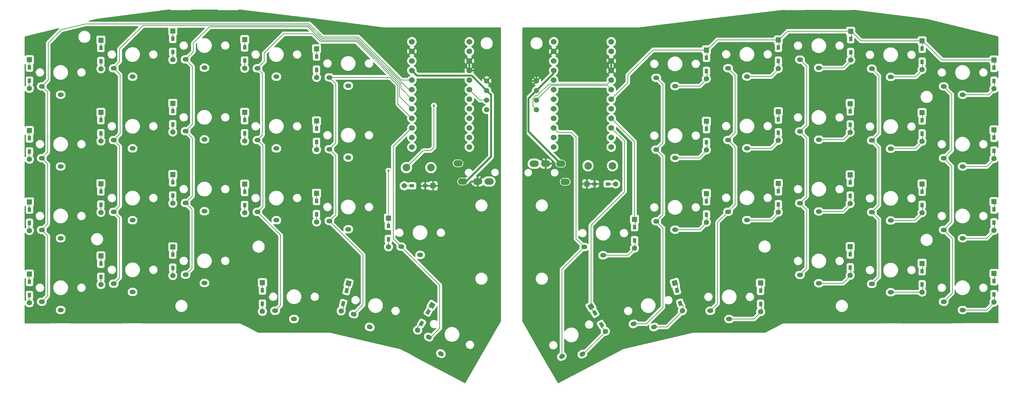
<source format=gbr>
G04 #@! TF.GenerationSoftware,KiCad,Pcbnew,7.0.10*
G04 #@! TF.CreationDate,2024-09-26T00:25:04+09:00*
G04 #@! TF.ProjectId,keyboard_denchi,6b657962-6f61-4726-945f-64656e636869,rev?*
G04 #@! TF.SameCoordinates,Original*
G04 #@! TF.FileFunction,Copper,L1,Top*
G04 #@! TF.FilePolarity,Positive*
%FSLAX46Y46*%
G04 Gerber Fmt 4.6, Leading zero omitted, Abs format (unit mm)*
G04 Created by KiCad (PCBNEW 7.0.10) date 2024-09-26 00:25:04*
%MOMM*%
%LPD*%
G01*
G04 APERTURE LIST*
G04 Aperture macros list*
%AMHorizOval*
0 Thick line with rounded ends*
0 $1 width*
0 $2 $3 position (X,Y) of the first rounded end (center of the circle)*
0 $4 $5 position (X,Y) of the second rounded end (center of the circle)*
0 Add line between two ends*
20,1,$1,$2,$3,$4,$5,0*
0 Add two circle primitives to create the rounded ends*
1,1,$1,$2,$3*
1,1,$1,$4,$5*%
%AMRotRect*
0 Rectangle, with rotation*
0 The origin of the aperture is its center*
0 $1 length*
0 $2 width*
0 $3 Rotation angle, in degrees counterclockwise*
0 Add horizontal line*
21,1,$1,$2,0,0,$3*%
G04 Aperture macros list end*
G04 #@! TA.AperFunction,ComponentPad*
%ADD10O,1.600000X1.200000*%
G04 #@! TD*
G04 #@! TA.AperFunction,ComponentPad*
%ADD11C,1.397000*%
G04 #@! TD*
G04 #@! TA.AperFunction,SMDPad,CuDef*
%ADD12R,0.950000X1.300000*%
G04 #@! TD*
G04 #@! TA.AperFunction,ComponentPad*
%ADD13R,1.397000X1.397000*%
G04 #@! TD*
G04 #@! TA.AperFunction,ComponentPad*
%ADD14C,2.000000*%
G04 #@! TD*
G04 #@! TA.AperFunction,SMDPad,CuDef*
%ADD15RotRect,1.300000X0.950000X285.000000*%
G04 #@! TD*
G04 #@! TA.AperFunction,ComponentPad*
%ADD16RotRect,1.397000X1.397000X285.000000*%
G04 #@! TD*
G04 #@! TA.AperFunction,ComponentPad*
%ADD17HorizOval,1.200000X0.193185X0.051764X-0.193185X-0.051764X0*%
G04 #@! TD*
G04 #@! TA.AperFunction,SMDPad,CuDef*
%ADD18RotRect,1.300000X0.950000X300.000000*%
G04 #@! TD*
G04 #@! TA.AperFunction,ComponentPad*
%ADD19RotRect,1.397000X1.397000X300.000000*%
G04 #@! TD*
G04 #@! TA.AperFunction,ComponentPad*
%ADD20HorizOval,1.200000X0.173205X0.100000X-0.173205X-0.100000X0*%
G04 #@! TD*
G04 #@! TA.AperFunction,ComponentPad*
%ADD21O,2.500000X1.700000*%
G04 #@! TD*
G04 #@! TA.AperFunction,SMDPad,CuDef*
%ADD22R,1.300000X0.950000*%
G04 #@! TD*
G04 #@! TA.AperFunction,ComponentPad*
%ADD23C,1.524000*%
G04 #@! TD*
G04 #@! TA.AperFunction,ComponentPad*
%ADD24HorizOval,1.200000X0.173205X-0.100000X-0.173205X0.100000X0*%
G04 #@! TD*
G04 #@! TA.AperFunction,ComponentPad*
%ADD25RotRect,1.397000X1.397000X255.000000*%
G04 #@! TD*
G04 #@! TA.AperFunction,SMDPad,CuDef*
%ADD26RotRect,1.300000X0.950000X255.000000*%
G04 #@! TD*
G04 #@! TA.AperFunction,ComponentPad*
%ADD27RotRect,1.397000X1.397000X240.000000*%
G04 #@! TD*
G04 #@! TA.AperFunction,SMDPad,CuDef*
%ADD28RotRect,1.300000X0.950000X240.000000*%
G04 #@! TD*
G04 #@! TA.AperFunction,ComponentPad*
%ADD29HorizOval,1.200000X0.193185X-0.051764X-0.193185X0.051764X0*%
G04 #@! TD*
G04 #@! TA.AperFunction,ViaPad*
%ADD30C,0.600000*%
G04 #@! TD*
G04 #@! TA.AperFunction,Conductor*
%ADD31C,0.500000*%
G04 #@! TD*
G04 #@! TA.AperFunction,Conductor*
%ADD32C,0.200000*%
G04 #@! TD*
G04 APERTURE END LIST*
D10*
X267843000Y-110800500D03*
X262843000Y-108600500D03*
D11*
X199952000Y-87501500D03*
D12*
X199952000Y-85466500D03*
X199952000Y-81916500D03*
D13*
X199952000Y-79881500D03*
D10*
X229743000Y-46538500D03*
X224743000Y-44338500D03*
X191643000Y-51364500D03*
X186643000Y-49164500D03*
X248793000Y-68001500D03*
X243793000Y-65801500D03*
D11*
X219002000Y-46734500D03*
D12*
X219002000Y-44699500D03*
X219002000Y-41149500D03*
D13*
X219002000Y-39114500D03*
D11*
X238052000Y-101598500D03*
D12*
X238052000Y-99563500D03*
X238052000Y-96013500D03*
D13*
X238052000Y-93978500D03*
D11*
X199952000Y-68324500D03*
D12*
X199952000Y-66289500D03*
X199952000Y-62739500D03*
D13*
X199952000Y-60704500D03*
D10*
X248793000Y-48951500D03*
X243793000Y-46751500D03*
D11*
X238052000Y-82548500D03*
D12*
X238052000Y-80513500D03*
X238052000Y-76963500D03*
D13*
X238052000Y-74928500D03*
D14*
X168581000Y-72515500D03*
X175081000Y-72515500D03*
D11*
X238052000Y-63625500D03*
D12*
X238052000Y-61590500D03*
X238052000Y-58040500D03*
D13*
X238052000Y-56005500D03*
D10*
X172593000Y-96290500D03*
X167593000Y-94090500D03*
X229743000Y-65588500D03*
X224743000Y-63388500D03*
X229743000Y-103688500D03*
X224743000Y-101488500D03*
D11*
X193572101Y-110993677D03*
D15*
X193045404Y-109028018D03*
X192126596Y-105598982D03*
D16*
X191599899Y-103633323D03*
D11*
X214303000Y-111250500D03*
D12*
X214303000Y-109215500D03*
X214303000Y-105665500D03*
D13*
X214303000Y-103630500D03*
D10*
X210693000Y-48824500D03*
X205693000Y-46624500D03*
D17*
X186062224Y-115316767D03*
X180663193Y-114485826D03*
D11*
X257102000Y-66038500D03*
D12*
X257102000Y-64003500D03*
X257102000Y-60453500D03*
D13*
X257102000Y-58418500D03*
D10*
X191643000Y-70414500D03*
X186643000Y-68214500D03*
D11*
X276152000Y-108710500D03*
D12*
X276152000Y-106675500D03*
X276152000Y-103125500D03*
D13*
X276152000Y-101090500D03*
D11*
X219002000Y-84834500D03*
D12*
X219002000Y-82799500D03*
X219002000Y-79249500D03*
D13*
X219002000Y-77214500D03*
D11*
X257102000Y-46988500D03*
D12*
X257102000Y-44953500D03*
X257102000Y-41403500D03*
D13*
X257102000Y-39368500D03*
D10*
X191643000Y-89464500D03*
X186643000Y-87264500D03*
D11*
X173155835Y-116455892D03*
D18*
X172138335Y-114693530D03*
X170363335Y-111619140D03*
D19*
X169345835Y-109856778D03*
D20*
X167091392Y-122525658D03*
X161661265Y-123120402D03*
D21*
X161330000Y-71967000D03*
X157330000Y-71967000D03*
X154330000Y-71967000D03*
X162530000Y-76767000D03*
D11*
X154940000Y-50003500D03*
X154940000Y-52543500D03*
X154940000Y-55083500D03*
X154940000Y-57623500D03*
X276152000Y-70610500D03*
D12*
X276152000Y-68575500D03*
X276152000Y-65025500D03*
D13*
X276152000Y-62990500D03*
D10*
X229743000Y-84638500D03*
X224743000Y-82438500D03*
X267843000Y-91750500D03*
X262843000Y-89550500D03*
X248793000Y-87051500D03*
X243793000Y-84851500D03*
D11*
X180902000Y-94359500D03*
D12*
X180902000Y-92324500D03*
X180902000Y-88774500D03*
D13*
X180902000Y-86739500D03*
D11*
X175895000Y-77341500D03*
D22*
X173860000Y-77341500D03*
X170310000Y-77341500D03*
D13*
X168275000Y-77341500D03*
D11*
X238179000Y-44448500D03*
D12*
X238179000Y-42413500D03*
X238179000Y-38863500D03*
D13*
X238179000Y-36828500D03*
D10*
X205994000Y-113213500D03*
X200994000Y-111013500D03*
D23*
X159512000Y-39622500D03*
X159512000Y-42162500D03*
X159512000Y-44702500D03*
X159512000Y-47242500D03*
X159512000Y-49782500D03*
X159512000Y-52322500D03*
X159512000Y-54862500D03*
X159512000Y-57402500D03*
X159512000Y-59942500D03*
X159512000Y-62482500D03*
X159512000Y-65022500D03*
X159512000Y-67562500D03*
X174752000Y-67562500D03*
X174752000Y-65022500D03*
X174752000Y-62482500D03*
X174752000Y-59942500D03*
X174752000Y-57402500D03*
X174752000Y-54862500D03*
X174752000Y-52322500D03*
X174752000Y-49782500D03*
X174752000Y-47242500D03*
X174752000Y-44702500D03*
X174752000Y-42162500D03*
X174752000Y-39622500D03*
D11*
X219002000Y-65784500D03*
D12*
X219002000Y-63749500D03*
X219002000Y-60199500D03*
D13*
X219002000Y-58164500D03*
D11*
X199952000Y-49401500D03*
D12*
X199952000Y-47366500D03*
X199952000Y-43816500D03*
D13*
X199952000Y-41781500D03*
D11*
X257102000Y-106043500D03*
D12*
X257102000Y-104008500D03*
X257102000Y-100458500D03*
D13*
X257102000Y-98423500D03*
D11*
X257102000Y-84961500D03*
D12*
X257102000Y-82926500D03*
X257102000Y-79376500D03*
D13*
X257102000Y-77341500D03*
D10*
X210693000Y-67874500D03*
X205693000Y-65674500D03*
X267843000Y-72700500D03*
X262843000Y-70500500D03*
X210693000Y-86924500D03*
X205693000Y-84724500D03*
X248793000Y-106101500D03*
X243793000Y-103901500D03*
X267843000Y-53656000D03*
X262843000Y-51456000D03*
D11*
X276152000Y-52068500D03*
D12*
X276152000Y-50033500D03*
X276152000Y-46483500D03*
D13*
X276152000Y-44448500D03*
D11*
X276152000Y-89660500D03*
D12*
X276152000Y-87625500D03*
X276152000Y-84075500D03*
D13*
X276152000Y-82040500D03*
X39497000Y-39178588D03*
D12*
X39497000Y-41213588D03*
X39497000Y-44763588D03*
D11*
X39497000Y-46798588D03*
D10*
X119079000Y-93990000D03*
X124079000Y-96190000D03*
D13*
X82296000Y-103567588D03*
D12*
X82296000Y-105602588D03*
X82296000Y-109152588D03*
D11*
X82296000Y-111187588D03*
D13*
X58547000Y-74865588D03*
D12*
X58547000Y-76900588D03*
X58547000Y-80450588D03*
D11*
X58547000Y-82485588D03*
D10*
X61929000Y-101453000D03*
X66929000Y-103653000D03*
D13*
X77597000Y-58355588D03*
D12*
X77597000Y-60390588D03*
X77597000Y-63940588D03*
D11*
X77597000Y-65975588D03*
D10*
X100029000Y-68114000D03*
X105029000Y-70314000D03*
D13*
X96647000Y-60641588D03*
D12*
X96647000Y-62676588D03*
X96647000Y-66226588D03*
D11*
X96647000Y-68261588D03*
D13*
X20547000Y-82104588D03*
D12*
X20547000Y-84139588D03*
X20547000Y-87689588D03*
D11*
X20547000Y-89724588D03*
D13*
X115697000Y-86422588D03*
D12*
X115697000Y-88457588D03*
X115697000Y-92007588D03*
D11*
X115697000Y-94042588D03*
D13*
X96647000Y-79818588D03*
D12*
X96647000Y-81853588D03*
X96647000Y-85403588D03*
D11*
X96647000Y-87438588D03*
D10*
X42879000Y-84782000D03*
X47879000Y-86982000D03*
D13*
X20547000Y-44385588D03*
D12*
X20547000Y-46420588D03*
X20547000Y-49970588D03*
D11*
X20547000Y-52005588D03*
D10*
X80979000Y-46682000D03*
X85979000Y-48882000D03*
X23829000Y-108595000D03*
X28829000Y-110795000D03*
D24*
X126350481Y-117987902D03*
X129580608Y-122393158D03*
D13*
X39497000Y-58355588D03*
D12*
X39497000Y-60390588D03*
X39497000Y-63940588D03*
D11*
X39497000Y-65975588D03*
D10*
X100029000Y-49064000D03*
X105029000Y-51264000D03*
X42879000Y-65732000D03*
X47879000Y-67932000D03*
D13*
X58547000Y-36765588D03*
D12*
X58547000Y-38800588D03*
X58547000Y-42350588D03*
D11*
X58547000Y-44385588D03*
D23*
X137160000Y-39617000D03*
X137160000Y-42157000D03*
X137160000Y-44697000D03*
X137160000Y-47237000D03*
X137160000Y-49777000D03*
X137160000Y-52317000D03*
X137160000Y-54857000D03*
X137160000Y-57397000D03*
X137160000Y-59937000D03*
X137160000Y-62477000D03*
X137160000Y-65017000D03*
X137160000Y-67557000D03*
X121920000Y-67557000D03*
X121920000Y-65017000D03*
X121920000Y-62477000D03*
X121920000Y-59937000D03*
X121920000Y-57397000D03*
X121920000Y-54857000D03*
X121920000Y-52317000D03*
X121920000Y-49777000D03*
X121920000Y-47237000D03*
X121920000Y-44697000D03*
X121920000Y-42157000D03*
X121920000Y-39617000D03*
D25*
X105126101Y-103697411D03*
D26*
X104599404Y-105663070D03*
X103680596Y-109092106D03*
D11*
X103153899Y-111057765D03*
D13*
X77597000Y-77405588D03*
D12*
X77597000Y-79440588D03*
X77597000Y-82990588D03*
D11*
X77597000Y-85025588D03*
D10*
X42879000Y-46682000D03*
X47879000Y-48882000D03*
X42879000Y-103832000D03*
X47879000Y-106032000D03*
X80979000Y-65732000D03*
X85979000Y-67932000D03*
X61929000Y-82403000D03*
X66929000Y-84603000D03*
D13*
X39497000Y-96455588D03*
D12*
X39497000Y-98490588D03*
X39497000Y-102040588D03*
D11*
X39497000Y-104075588D03*
D13*
X20547000Y-101281588D03*
D12*
X20547000Y-103316588D03*
X20547000Y-106866588D03*
D11*
X20547000Y-108901588D03*
D10*
X23829000Y-51445000D03*
X28829000Y-53645000D03*
D13*
X58547000Y-94042588D03*
D12*
X58547000Y-96077588D03*
X58547000Y-99627588D03*
D11*
X58547000Y-101662588D03*
D27*
X127253166Y-109539866D03*
D28*
X126235666Y-111302228D03*
X124460666Y-114376618D03*
D11*
X123443166Y-116138980D03*
D10*
X100029000Y-87164000D03*
X105029000Y-89364000D03*
D13*
X58547000Y-55942588D03*
D12*
X58547000Y-57977588D03*
X58547000Y-61527588D03*
D11*
X58547000Y-63562588D03*
X141732000Y-57618000D03*
X141732000Y-55078000D03*
X141732000Y-52538000D03*
X141732000Y-49998000D03*
D21*
X134142000Y-71888000D03*
X142342000Y-76688000D03*
X139342000Y-76688000D03*
X135342000Y-76688000D03*
D13*
X39497000Y-77278588D03*
D12*
X39497000Y-79313588D03*
X39497000Y-82863588D03*
D11*
X39497000Y-84898588D03*
D13*
X77597000Y-39051588D03*
D12*
X77597000Y-41086588D03*
X77597000Y-44636588D03*
D11*
X77597000Y-46671588D03*
D13*
X127511000Y-77844000D03*
D22*
X125476000Y-77844000D03*
X121926000Y-77844000D03*
D11*
X119891000Y-77844000D03*
D10*
X61929000Y-63353000D03*
X66929000Y-65553000D03*
X61929000Y-44303000D03*
X66929000Y-46503000D03*
X23829000Y-70495000D03*
X28829000Y-72695000D03*
D29*
X106476548Y-111892135D03*
X110736776Y-115311267D03*
D10*
X80979000Y-84782000D03*
X85979000Y-86982000D03*
X85663000Y-110993000D03*
X90663000Y-113193000D03*
D13*
X20547000Y-63181588D03*
D12*
X20547000Y-65216588D03*
X20547000Y-68766588D03*
D11*
X20547000Y-70801588D03*
D14*
X120448000Y-73018000D03*
X126948000Y-73018000D03*
D13*
X96647000Y-41464588D03*
D12*
X96647000Y-43499588D03*
X96647000Y-47049588D03*
D11*
X96647000Y-49084588D03*
D10*
X23829000Y-89545000D03*
X28829000Y-91745000D03*
D30*
X115697000Y-73849588D03*
X127762000Y-56577588D03*
D31*
X142880500Y-53686500D02*
X141732000Y-52538000D01*
X142880500Y-70117267D02*
X142880500Y-53686500D01*
X136309767Y-76688000D02*
X142880500Y-70117267D01*
X135342000Y-76688000D02*
X136309767Y-76688000D01*
D32*
X158166000Y-50844500D02*
X173690000Y-50844500D01*
X154747907Y-53863500D02*
X155147000Y-53863500D01*
X155147000Y-53863500D02*
X158166000Y-50844500D01*
X154940000Y-57623500D02*
X153941500Y-56625000D01*
X153941500Y-56625000D02*
X153941500Y-54669907D01*
X173690000Y-50844500D02*
X174752000Y-49782500D01*
X153941500Y-54669907D02*
X154747907Y-53863500D01*
X173674000Y-51244500D02*
X174752000Y-52322500D01*
X154940000Y-55083500D02*
X158779000Y-51244500D01*
X158779000Y-51244500D02*
X173674000Y-51244500D01*
X257302000Y-39368500D02*
X240919000Y-39368500D01*
X262382000Y-44448500D02*
X257302000Y-39368500D01*
X276352000Y-46483500D02*
X276352000Y-44448500D01*
X200152000Y-41781500D02*
X185771000Y-41781500D01*
X219202000Y-39114500D02*
X202819000Y-39114500D01*
X179150000Y-48402500D02*
X179150000Y-50434500D01*
X276352000Y-44448500D02*
X262382000Y-44448500D01*
X257302000Y-41403500D02*
X257302000Y-39368500D01*
X219202000Y-41149500D02*
X219202000Y-39114500D01*
X238379000Y-38863500D02*
X238379000Y-36828500D01*
X238379000Y-36828500D02*
X221488000Y-36828500D01*
X174752000Y-54832500D02*
X174752000Y-54862500D01*
X202819000Y-39114500D02*
X200152000Y-41781500D01*
X238379000Y-36828500D02*
X238379000Y-36384500D01*
X238379000Y-36384500D02*
X238332000Y-36337500D01*
X200152000Y-43816500D02*
X200152000Y-41781500D01*
X221488000Y-36828500D02*
X219202000Y-39114500D01*
X240919000Y-39368500D02*
X238379000Y-36828500D01*
X179150000Y-50434500D02*
X174752000Y-54832500D01*
X185771000Y-41781500D02*
X179150000Y-48402500D01*
X219202000Y-60199500D02*
X219202000Y-58164500D01*
X257302000Y-60453500D02*
X257302000Y-58418500D01*
X200152000Y-62739500D02*
X200152000Y-60704500D01*
X238252000Y-58040500D02*
X238252000Y-56005500D01*
X276352000Y-65025500D02*
X276352000Y-62990500D01*
D31*
X157330000Y-71967000D02*
X152099000Y-66736000D01*
X153038000Y-50003500D02*
X154940000Y-50003500D01*
D32*
X170310000Y-77341500D02*
X168275000Y-77341500D01*
D31*
X154940000Y-46734500D02*
X159512000Y-42162500D01*
X174227000Y-45227500D02*
X162577000Y-45227500D01*
X154940000Y-50003500D02*
X154940000Y-46734500D01*
X174752000Y-44702500D02*
X174227000Y-45227500D01*
X152099000Y-50942500D02*
X153038000Y-50003500D01*
X162577000Y-45227500D02*
X159512000Y-42162500D01*
X152099000Y-66736000D02*
X152099000Y-50942500D01*
X174752000Y-44702500D02*
X174752000Y-47242500D01*
X152799000Y-54684500D02*
X154940000Y-52543500D01*
X152799000Y-63436000D02*
X152799000Y-54684500D01*
X154940000Y-52543500D02*
X159512000Y-47971500D01*
X159512000Y-47971500D02*
X159512000Y-47242500D01*
X161330000Y-71967000D02*
X152799000Y-63436000D01*
X154940000Y-52543500D02*
X154940000Y-52038500D01*
D32*
X219202000Y-79249500D02*
X219202000Y-77214500D01*
X200152000Y-81916500D02*
X200152000Y-79881500D01*
X257302000Y-77341500D02*
X257302000Y-79376500D01*
X181102000Y-88774500D02*
X181102000Y-86739500D01*
X180902000Y-86739500D02*
X180902000Y-66092500D01*
X276352000Y-84075500D02*
X276352000Y-82040500D01*
X180902000Y-66092500D02*
X174752000Y-59942500D01*
X238252000Y-76963500D02*
X238252000Y-74928500D01*
X170563335Y-111619140D02*
X169545835Y-110601640D01*
X192326596Y-105598982D02*
X192326596Y-104160020D01*
X238252000Y-96013500D02*
X238252000Y-93978500D01*
X169345835Y-88305665D02*
X178261000Y-79390500D01*
X192326596Y-104160020D02*
X191799899Y-103633323D01*
X169545835Y-110601640D02*
X169545835Y-109856778D01*
X257302000Y-100458500D02*
X257302000Y-98423500D01*
X178261000Y-65991500D02*
X174752000Y-62482500D01*
X214503000Y-105665500D02*
X214503000Y-103630500D01*
X276352000Y-103125500D02*
X276352000Y-101090500D01*
X178261000Y-79390500D02*
X178261000Y-65991500D01*
X169345835Y-109856778D02*
X169345835Y-88305665D01*
X161661265Y-100022235D02*
X161661265Y-123120402D01*
X164164000Y-63642500D02*
X165434000Y-64912500D01*
X159512000Y-62482500D02*
X160672000Y-63642500D01*
X160672000Y-63642500D02*
X164164000Y-63642500D01*
X165434000Y-91931500D02*
X167593000Y-94090500D01*
X165434000Y-64912500D02*
X165434000Y-91931500D01*
X167593000Y-94090500D02*
X161661265Y-100022235D01*
X188421000Y-66436500D02*
X186643000Y-68214500D01*
X186643000Y-87264500D02*
X188421000Y-89042500D01*
X188421000Y-85486500D02*
X186643000Y-87264500D01*
X186643000Y-49164500D02*
X188421000Y-50942500D01*
X184059674Y-114485826D02*
X180663193Y-114485826D01*
X188421000Y-89042500D02*
X188421000Y-110124500D01*
X188421000Y-69992500D02*
X188421000Y-85486500D01*
X188421000Y-110124500D02*
X184059674Y-114485826D01*
X186643000Y-68214500D02*
X188421000Y-69992500D01*
X188421000Y-50942500D02*
X188421000Y-66436500D01*
X207598000Y-67579500D02*
X207598000Y-82819500D01*
X205693000Y-84724500D02*
X202899000Y-87518500D01*
X207598000Y-48529500D02*
X207598000Y-63769500D01*
X202899000Y-109108500D02*
X200994000Y-111013500D01*
X205693000Y-46624500D02*
X207598000Y-48529500D01*
X202899000Y-87518500D02*
X202899000Y-109108500D01*
X205693000Y-65674500D02*
X207598000Y-67579500D01*
X207598000Y-63769500D02*
X205693000Y-65674500D01*
X207598000Y-82819500D02*
X205693000Y-84724500D01*
X224743000Y-44338500D02*
X226521000Y-46116500D01*
X224743000Y-63388500D02*
X226521000Y-65166500D01*
X226521000Y-65166500D02*
X226521000Y-80660500D01*
X226521000Y-84216500D02*
X226521000Y-99710500D01*
X224743000Y-82438500D02*
X226521000Y-84216500D01*
X226521000Y-61610500D02*
X224743000Y-63388500D01*
X226521000Y-99710500D02*
X224743000Y-101488500D01*
X226521000Y-80660500D02*
X224743000Y-82438500D01*
X226521000Y-46116500D02*
X226521000Y-61610500D01*
X245698000Y-101996500D02*
X243793000Y-103901500D01*
X245698000Y-86756500D02*
X245698000Y-101996500D01*
X243793000Y-84851500D02*
X245698000Y-86756500D01*
X243793000Y-65801500D02*
X245698000Y-67706500D01*
X243793000Y-46751500D02*
X245698000Y-48656500D01*
X245698000Y-48656500D02*
X245698000Y-63896500D01*
X245698000Y-63896500D02*
X243793000Y-65801500D01*
X245698000Y-82946500D02*
X243793000Y-84851500D01*
X245698000Y-67706500D02*
X245698000Y-82946500D01*
X265002000Y-68341500D02*
X262843000Y-70500500D01*
X262843000Y-70500500D02*
X265002000Y-72659500D01*
X262843000Y-51456000D02*
X265002000Y-53615000D01*
X265129000Y-106314500D02*
X262843000Y-108600500D01*
X265002000Y-72659500D02*
X265002000Y-87391500D01*
X265129000Y-91836500D02*
X265129000Y-106314500D01*
X262843000Y-89550500D02*
X265129000Y-91836500D01*
X265002000Y-53615000D02*
X265002000Y-68341500D01*
X265002000Y-87391500D02*
X262843000Y-89550500D01*
X276352000Y-52068500D02*
X276352000Y-50033500D01*
X267843000Y-53656000D02*
X274764500Y-53656000D01*
X274764500Y-53656000D02*
X276352000Y-52068500D01*
X248793000Y-48951500D02*
X255339000Y-48951500D01*
X257302000Y-46988500D02*
X257302000Y-44953500D01*
X255339000Y-48951500D02*
X257302000Y-46988500D01*
X229743000Y-46538500D02*
X236289000Y-46538500D01*
X236289000Y-46538500D02*
X238379000Y-44448500D01*
X238379000Y-44448500D02*
X238379000Y-42413500D01*
X210693000Y-48824500D02*
X217112000Y-48824500D01*
X217112000Y-48824500D02*
X219202000Y-46734500D01*
X219202000Y-46734500D02*
X219202000Y-44699500D01*
X191643000Y-51364500D02*
X198189000Y-51364500D01*
X200152000Y-49401500D02*
X200152000Y-47366500D01*
X198189000Y-51364500D02*
X200152000Y-49401500D01*
X274262000Y-72700500D02*
X276352000Y-70610500D01*
X276352000Y-70610500D02*
X276352000Y-68575500D01*
X267843000Y-72700500D02*
X274262000Y-72700500D01*
X255339000Y-68001500D02*
X257302000Y-66038500D01*
X248793000Y-68001500D02*
X255339000Y-68001500D01*
X257302000Y-66038500D02*
X257302000Y-64003500D01*
X238252000Y-63625500D02*
X238252000Y-61590500D01*
X229743000Y-65588500D02*
X236289000Y-65588500D01*
X236289000Y-65588500D02*
X238252000Y-63625500D01*
X217112000Y-67874500D02*
X219202000Y-65784500D01*
X210693000Y-67874500D02*
X217112000Y-67874500D01*
X219202000Y-65784500D02*
X219202000Y-63749500D01*
X191643000Y-70414500D02*
X198062000Y-70414500D01*
X198062000Y-70414500D02*
X200152000Y-68324500D01*
X200152000Y-68324500D02*
X200152000Y-66289500D01*
X274262000Y-91750500D02*
X276352000Y-89660500D01*
X267843000Y-91750500D02*
X274262000Y-91750500D01*
X276352000Y-89660500D02*
X276352000Y-87625500D01*
X257302000Y-84961500D02*
X257302000Y-82926500D01*
X255212000Y-87051500D02*
X257302000Y-84961500D01*
X248793000Y-87051500D02*
X255212000Y-87051500D01*
X236162000Y-84638500D02*
X238252000Y-82548500D01*
X229743000Y-84638500D02*
X236162000Y-84638500D01*
X238252000Y-82548500D02*
X238252000Y-80513500D01*
X217112000Y-86924500D02*
X219202000Y-84834500D01*
X210693000Y-86924500D02*
X217112000Y-86924500D01*
X219202000Y-84834500D02*
X219202000Y-82799500D01*
X200152000Y-87501500D02*
X200152000Y-85466500D01*
X198189000Y-89464500D02*
X200152000Y-87501500D01*
X191643000Y-89464500D02*
X198189000Y-89464500D01*
X172593000Y-96290500D02*
X179171000Y-96290500D01*
X181102000Y-94359500D02*
X181102000Y-92324500D01*
X179171000Y-96290500D02*
X181102000Y-94359500D01*
X276352000Y-108710500D02*
X276352000Y-106675500D01*
X267843000Y-110800500D02*
X274262000Y-110800500D01*
X274262000Y-110800500D02*
X276352000Y-108710500D01*
X248793000Y-106101500D02*
X257244000Y-106101500D01*
X257302000Y-106043500D02*
X257302000Y-104008500D01*
X257244000Y-106101500D02*
X257302000Y-106043500D01*
X205994000Y-113213500D02*
X212540000Y-113213500D01*
X212540000Y-113213500D02*
X214503000Y-111250500D01*
X214503000Y-111250500D02*
X214503000Y-109215500D01*
X186062224Y-115316767D02*
X189449011Y-115316767D01*
X193772101Y-109554715D02*
X193245404Y-109028018D01*
X189449011Y-115316767D02*
X193772101Y-110993677D01*
X193772101Y-110993677D02*
X193772101Y-109554715D01*
X167286069Y-122525658D02*
X173355835Y-116455892D01*
X167091392Y-122525658D02*
X167286069Y-122525658D01*
X173355835Y-116455892D02*
X172338335Y-115438392D01*
X172338335Y-115438392D02*
X172338335Y-114693530D01*
X173860000Y-77341500D02*
X175895000Y-77341500D01*
X236162000Y-103688500D02*
X238252000Y-101598500D01*
X229743000Y-103688500D02*
X236162000Y-103688500D01*
X238252000Y-101598500D02*
X238252000Y-99563500D01*
X39497000Y-41213588D02*
X39497000Y-39178588D01*
X20447000Y-44385588D02*
X20447000Y-46420588D01*
X77597000Y-41086588D02*
X77597000Y-39051588D01*
X96647000Y-41464588D02*
X96647000Y-43499588D01*
X58547000Y-36765588D02*
X58547000Y-38800588D01*
X20447000Y-49970588D02*
X20447000Y-52005588D01*
X39497000Y-46798588D02*
X39497000Y-44763588D01*
X58547000Y-42350588D02*
X58547000Y-44385588D01*
X77597000Y-46671588D02*
X77597000Y-44636588D01*
X96647000Y-47049588D02*
X96647000Y-49084588D01*
X20447000Y-63181588D02*
X20447000Y-65216588D01*
X39497000Y-60390588D02*
X39497000Y-58355588D01*
X77597000Y-60390588D02*
X77597000Y-58355588D01*
X58547000Y-55942588D02*
X58547000Y-57977588D01*
X96647000Y-60641588D02*
X96647000Y-62676588D01*
X20447000Y-68766588D02*
X20447000Y-70801588D01*
X39497000Y-65975588D02*
X39497000Y-63940588D01*
X58547000Y-61527588D02*
X58547000Y-63562588D01*
X77597000Y-65975588D02*
X77597000Y-63940588D01*
X96647000Y-66226588D02*
X96647000Y-68261588D01*
X58547000Y-74865588D02*
X58547000Y-76900588D01*
X39497000Y-79313588D02*
X39497000Y-77278588D01*
X115697000Y-88457588D02*
X115697000Y-86422588D01*
X77597000Y-79440588D02*
X77597000Y-77405588D01*
X96647000Y-79818588D02*
X96647000Y-81853588D01*
X115697000Y-73849588D02*
X115697000Y-86422588D01*
X20447000Y-82104588D02*
X20447000Y-84139588D01*
X20447000Y-87689588D02*
X20447000Y-89724588D01*
X39497000Y-84898588D02*
X39497000Y-82863588D01*
X58547000Y-80450588D02*
X58547000Y-82485588D01*
X77597000Y-85025588D02*
X77597000Y-82990588D01*
X96647000Y-85403588D02*
X96647000Y-87438588D01*
X115697000Y-92007588D02*
X115697000Y-94042588D01*
X126235666Y-110557366D02*
X126235666Y-111302228D01*
X105126101Y-105136373D02*
X104599404Y-105663070D01*
X105126101Y-103697411D02*
X105126101Y-105136373D01*
X82296000Y-103567588D02*
X82296000Y-105602588D01*
X127253166Y-109539866D02*
X126235666Y-110557366D01*
X20447000Y-101281588D02*
X20447000Y-103316588D01*
X39497000Y-98490588D02*
X39497000Y-96455588D01*
X58547000Y-94042588D02*
X58547000Y-96077588D01*
X20447000Y-106866588D02*
X20447000Y-108901588D01*
X39497000Y-104075588D02*
X39497000Y-102040588D01*
X58547000Y-99627588D02*
X58547000Y-101662588D01*
X82296000Y-109152588D02*
X82296000Y-111187588D01*
X103680596Y-110531068D02*
X103153899Y-111057765D01*
X103680596Y-109092106D02*
X103680596Y-110531068D01*
X123443166Y-115394118D02*
X123443166Y-116138980D01*
X124460666Y-114376618D02*
X123443166Y-115394118D01*
D31*
X141756412Y-49998000D02*
X141732000Y-49998000D01*
D32*
X127511000Y-77844000D02*
X127580588Y-77913588D01*
X127580588Y-77913588D02*
X138116412Y-77913588D01*
D31*
X144653000Y-52894588D02*
X141756412Y-49998000D01*
X123259588Y-43496588D02*
X121920000Y-42157000D01*
X135959588Y-43496588D02*
X123259588Y-43496588D01*
D32*
X125476000Y-77844000D02*
X127511000Y-77844000D01*
D31*
X139342000Y-76688000D02*
X144653000Y-71377000D01*
X137160000Y-47237000D02*
X137160000Y-44697000D01*
X138971000Y-47237000D02*
X137160000Y-47237000D01*
X141732000Y-49998000D02*
X138971000Y-47237000D01*
X137160000Y-44697000D02*
X135959588Y-43496588D01*
D32*
X138116412Y-77913588D02*
X139342000Y-76688000D01*
D31*
X144653000Y-71377000D02*
X144653000Y-52894588D01*
D32*
X119891000Y-77844000D02*
X121926000Y-77844000D01*
D31*
X137759000Y-48565000D02*
X123248000Y-48565000D01*
X141732000Y-52538000D02*
X137759000Y-48565000D01*
X123248000Y-48565000D02*
X121920000Y-47237000D01*
D32*
X139921000Y-55078000D02*
X137160000Y-52317000D01*
X141732000Y-55078000D02*
X139921000Y-55078000D01*
X25400000Y-107024000D02*
X23829000Y-108595000D01*
X29028253Y-36439335D02*
X25527000Y-39940588D01*
X25400000Y-91116000D02*
X25400000Y-107024000D01*
X25400000Y-87974000D02*
X23829000Y-89545000D01*
X98229372Y-38359588D02*
X94730370Y-34860588D01*
X119114098Y-49777000D02*
X107696683Y-38359588D01*
X25400000Y-68924000D02*
X23829000Y-70495000D01*
X107696683Y-38359588D02*
X98229372Y-38359588D01*
X121920000Y-49777000D02*
X119114098Y-49777000D01*
X25400000Y-72066000D02*
X25400000Y-87974000D01*
X25527000Y-49747000D02*
X23829000Y-51445000D01*
X35428578Y-34860588D02*
X29028253Y-36439335D01*
X25400000Y-53016000D02*
X25400000Y-68924000D01*
X94730370Y-34860588D02*
X35428578Y-34860588D01*
X25527000Y-39940588D02*
X25527000Y-49747000D01*
X23829000Y-89545000D02*
X25400000Y-91116000D01*
X23829000Y-51445000D02*
X25400000Y-53016000D01*
X23829000Y-70495000D02*
X25400000Y-72066000D01*
X42879000Y-46464588D02*
X42879000Y-46682000D01*
X44450000Y-44893588D02*
X42879000Y-46464588D01*
X44450000Y-86353000D02*
X44450000Y-102261000D01*
X50654000Y-35260588D02*
X44450000Y-41464588D01*
X44450000Y-41464588D02*
X44450000Y-44893588D01*
X121920000Y-52317000D02*
X121088412Y-52317000D01*
X107530998Y-38759588D02*
X98063686Y-38759588D01*
X44450000Y-102261000D02*
X42879000Y-103832000D01*
X42879000Y-84782000D02*
X44450000Y-86353000D01*
X42879000Y-46682000D02*
X44577000Y-48380000D01*
X121088412Y-52317000D02*
X107530998Y-38759588D01*
X44577000Y-48380000D02*
X44577000Y-64034000D01*
X42879000Y-65732000D02*
X44450000Y-67303000D01*
X44450000Y-67303000D02*
X44450000Y-83211000D01*
X44450000Y-83211000D02*
X42879000Y-84782000D01*
X44577000Y-64034000D02*
X42879000Y-65732000D01*
X94564685Y-35260588D02*
X50654000Y-35260588D01*
X98063686Y-38759588D02*
X94564685Y-35260588D01*
X63754000Y-80578000D02*
X61929000Y-82403000D01*
X63754000Y-65178000D02*
X63754000Y-80578000D01*
X121920000Y-54857000D02*
X118999000Y-51936000D01*
X64008000Y-39940588D02*
X64008000Y-42224000D01*
X63627000Y-84101000D02*
X63627000Y-99755000D01*
X61929000Y-63353000D02*
X63754000Y-65178000D01*
X97898000Y-39159588D02*
X94399000Y-35660588D01*
X61929000Y-82403000D02*
X63627000Y-84101000D01*
X63627000Y-99755000D02*
X61929000Y-101453000D01*
X107365313Y-39159588D02*
X97898000Y-39159588D01*
X94399000Y-35660588D02*
X68288000Y-35660588D01*
X63754000Y-46128000D02*
X63754000Y-61528000D01*
X68288000Y-35660588D02*
X64008000Y-39940588D01*
X118999000Y-50793274D02*
X107365313Y-39159588D01*
X64008000Y-42224000D02*
X61929000Y-44303000D01*
X61929000Y-44303000D02*
X63754000Y-46128000D01*
X63754000Y-61528000D02*
X61929000Y-63353000D01*
X118999000Y-51936000D02*
X118999000Y-50793274D01*
X82296000Y-64415000D02*
X80979000Y-65732000D01*
X82804000Y-44857000D02*
X80979000Y-46682000D01*
X87122000Y-90925000D02*
X87122000Y-109534000D01*
X87122000Y-109534000D02*
X85663000Y-110993000D01*
X82423000Y-83338000D02*
X80979000Y-84782000D01*
X80979000Y-46682000D02*
X82296000Y-47999000D01*
X80979000Y-84782000D02*
X87122000Y-90925000D01*
X80979000Y-65732000D02*
X82423000Y-67176000D01*
X118599000Y-54076000D02*
X118599000Y-50958960D01*
X82804000Y-42607588D02*
X82804000Y-44857000D01*
X87884000Y-37527588D02*
X82804000Y-42607588D01*
X97663000Y-39559588D02*
X95631000Y-37527588D01*
X121920000Y-57397000D02*
X118599000Y-54076000D01*
X95631000Y-37527588D02*
X87884000Y-37527588D01*
X118599000Y-50958960D02*
X107199628Y-39559588D01*
X107199628Y-39559588D02*
X97663000Y-39559588D01*
X82423000Y-67176000D02*
X82423000Y-83338000D01*
X82296000Y-47999000D02*
X82296000Y-64415000D01*
X118199000Y-51124646D02*
X116138354Y-49064000D01*
X101727000Y-66416000D02*
X100029000Y-68114000D01*
X108966000Y-109409588D02*
X106483453Y-111892135D01*
X118199000Y-56216000D02*
X118199000Y-51124646D01*
X101727000Y-50762000D02*
X101727000Y-66416000D01*
X121920000Y-59937000D02*
X118199000Y-56216000D01*
X101727000Y-85466000D02*
X100029000Y-87164000D01*
X100029000Y-68114000D02*
X101727000Y-69812000D01*
X106483453Y-111892135D02*
X106476548Y-111892135D01*
X100029000Y-49064000D02*
X101727000Y-50762000D01*
X100029000Y-87164000D02*
X108966000Y-96101000D01*
X108966000Y-96101000D02*
X108966000Y-109409588D01*
X101727000Y-69812000D02*
X101727000Y-85466000D01*
X116138354Y-49064000D02*
X100029000Y-49064000D01*
X116967000Y-91878000D02*
X119079000Y-93990000D01*
X129286000Y-115632588D02*
X126930686Y-117987902D01*
X121920000Y-62477000D02*
X116967000Y-67430000D01*
X126930686Y-117987902D02*
X126350481Y-117987902D01*
X116967000Y-67430000D02*
X116967000Y-91878000D01*
X129286000Y-104197000D02*
X129286000Y-115632588D01*
X119079000Y-93990000D02*
X129286000Y-104197000D01*
X126873000Y-68515588D02*
X124950412Y-68515588D01*
X124950412Y-68515588D02*
X120448000Y-73018000D01*
X127762000Y-67626588D02*
X126873000Y-68515588D01*
X127762000Y-56577588D02*
X127762000Y-67626588D01*
G04 #@! TA.AperFunction,Conductor*
G36*
X58031035Y-31127685D02*
G01*
X58051678Y-31144320D01*
X58089403Y-31182046D01*
X58089405Y-31182047D01*
X58089408Y-31182050D01*
X58202446Y-31239646D01*
X58202448Y-31239647D01*
X58296226Y-31254500D01*
X58296231Y-31254500D01*
X58359274Y-31254500D01*
X58453051Y-31239647D01*
X58453052Y-31239646D01*
X58453054Y-31239646D01*
X58566092Y-31182050D01*
X58566093Y-31182048D01*
X58568330Y-31180909D01*
X58636999Y-31168013D01*
X58680920Y-31180909D01*
X58683156Y-31182048D01*
X58683158Y-31182050D01*
X58796196Y-31239646D01*
X58796197Y-31239646D01*
X58796199Y-31239647D01*
X58796198Y-31239647D01*
X58889976Y-31254500D01*
X58889981Y-31254500D01*
X58953024Y-31254500D01*
X59046801Y-31239647D01*
X59046802Y-31239646D01*
X59046804Y-31239646D01*
X59159842Y-31182050D01*
X59159843Y-31182048D01*
X59162080Y-31180909D01*
X59230749Y-31168013D01*
X59274670Y-31180909D01*
X59276906Y-31182048D01*
X59276908Y-31182050D01*
X59389946Y-31239646D01*
X59389947Y-31239646D01*
X59389949Y-31239647D01*
X59389948Y-31239647D01*
X59483726Y-31254500D01*
X59483731Y-31254500D01*
X59546774Y-31254500D01*
X59640551Y-31239647D01*
X59640552Y-31239646D01*
X59640554Y-31239646D01*
X59753592Y-31182050D01*
X59753593Y-31182048D01*
X59755830Y-31180909D01*
X59824499Y-31168013D01*
X59868420Y-31180909D01*
X59870656Y-31182048D01*
X59870658Y-31182050D01*
X59983696Y-31239646D01*
X59983697Y-31239646D01*
X59983699Y-31239647D01*
X59983698Y-31239647D01*
X60077476Y-31254500D01*
X60077481Y-31254500D01*
X60140524Y-31254500D01*
X60234301Y-31239647D01*
X60234302Y-31239646D01*
X60234304Y-31239646D01*
X60347342Y-31182050D01*
X60347343Y-31182048D01*
X60349580Y-31180909D01*
X60418249Y-31168013D01*
X60462170Y-31180909D01*
X60464406Y-31182048D01*
X60464408Y-31182050D01*
X60577446Y-31239646D01*
X60577447Y-31239646D01*
X60577449Y-31239647D01*
X60577448Y-31239647D01*
X60671226Y-31254500D01*
X60671231Y-31254500D01*
X60734274Y-31254500D01*
X60828051Y-31239647D01*
X60828052Y-31239646D01*
X60828054Y-31239646D01*
X60941092Y-31182050D01*
X60941093Y-31182048D01*
X60943330Y-31180909D01*
X61011999Y-31168013D01*
X61055920Y-31180909D01*
X61058156Y-31182048D01*
X61058158Y-31182050D01*
X61171196Y-31239646D01*
X61171197Y-31239646D01*
X61171199Y-31239647D01*
X61171198Y-31239647D01*
X61264976Y-31254500D01*
X61264981Y-31254500D01*
X61328024Y-31254500D01*
X61421801Y-31239647D01*
X61421802Y-31239646D01*
X61421804Y-31239646D01*
X61534842Y-31182050D01*
X61534843Y-31182048D01*
X61537080Y-31180909D01*
X61605749Y-31168013D01*
X61649670Y-31180909D01*
X61651906Y-31182048D01*
X61651908Y-31182050D01*
X61764946Y-31239646D01*
X61764947Y-31239646D01*
X61764949Y-31239647D01*
X61764948Y-31239647D01*
X61858726Y-31254500D01*
X61858731Y-31254500D01*
X61921774Y-31254500D01*
X62015551Y-31239647D01*
X62015552Y-31239646D01*
X62015554Y-31239646D01*
X62128592Y-31182050D01*
X62128593Y-31182048D01*
X62130830Y-31180909D01*
X62199499Y-31168013D01*
X62243420Y-31180909D01*
X62245656Y-31182048D01*
X62245658Y-31182050D01*
X62358696Y-31239646D01*
X62358697Y-31239646D01*
X62358699Y-31239647D01*
X62358698Y-31239647D01*
X62452476Y-31254500D01*
X62452481Y-31254500D01*
X62515524Y-31254500D01*
X62609301Y-31239647D01*
X62609302Y-31239646D01*
X62609304Y-31239646D01*
X62722342Y-31182050D01*
X62722343Y-31182048D01*
X62724580Y-31180909D01*
X62793249Y-31168013D01*
X62837170Y-31180909D01*
X62839406Y-31182048D01*
X62839408Y-31182050D01*
X62952446Y-31239646D01*
X62952447Y-31239646D01*
X62952449Y-31239647D01*
X62952448Y-31239647D01*
X63046226Y-31254500D01*
X63046231Y-31254500D01*
X63109274Y-31254500D01*
X63203051Y-31239647D01*
X63203052Y-31239646D01*
X63203054Y-31239646D01*
X63316092Y-31182050D01*
X63353822Y-31144320D01*
X63415145Y-31110834D01*
X63441504Y-31108000D01*
X63728115Y-31108000D01*
X63730926Y-31108556D01*
X63753998Y-31108540D01*
X63754000Y-31108541D01*
X63754001Y-31108540D01*
X63778616Y-31108524D01*
X63778616Y-31108528D01*
X63778760Y-31108500D01*
X70206240Y-31108500D01*
X70206383Y-31108528D01*
X70206384Y-31108524D01*
X70230998Y-31108540D01*
X70231000Y-31108541D01*
X70231001Y-31108540D01*
X70254073Y-31108556D01*
X70256885Y-31108000D01*
X70454496Y-31108000D01*
X70521535Y-31127685D01*
X70542178Y-31144320D01*
X70579903Y-31182046D01*
X70579905Y-31182047D01*
X70579908Y-31182050D01*
X70692946Y-31239646D01*
X70692948Y-31239647D01*
X70786726Y-31254500D01*
X70786731Y-31254500D01*
X70849774Y-31254500D01*
X70943551Y-31239647D01*
X70943552Y-31239646D01*
X70943554Y-31239646D01*
X71056592Y-31182050D01*
X71056593Y-31182048D01*
X71058830Y-31180909D01*
X71127499Y-31168013D01*
X71171420Y-31180909D01*
X71173656Y-31182048D01*
X71173658Y-31182050D01*
X71286696Y-31239646D01*
X71286697Y-31239646D01*
X71286699Y-31239647D01*
X71286698Y-31239647D01*
X71380476Y-31254500D01*
X71380481Y-31254500D01*
X71443524Y-31254500D01*
X71537301Y-31239647D01*
X71537302Y-31239646D01*
X71537304Y-31239646D01*
X71650342Y-31182050D01*
X71650343Y-31182048D01*
X71652580Y-31180909D01*
X71721249Y-31168013D01*
X71765170Y-31180909D01*
X71767406Y-31182048D01*
X71767408Y-31182050D01*
X71880446Y-31239646D01*
X71880447Y-31239646D01*
X71880449Y-31239647D01*
X71880448Y-31239647D01*
X71974226Y-31254500D01*
X71974231Y-31254500D01*
X72037274Y-31254500D01*
X72131051Y-31239647D01*
X72131052Y-31239646D01*
X72131054Y-31239646D01*
X72244092Y-31182050D01*
X72244093Y-31182048D01*
X72246330Y-31180909D01*
X72314999Y-31168013D01*
X72358920Y-31180909D01*
X72361156Y-31182048D01*
X72361158Y-31182050D01*
X72474196Y-31239646D01*
X72474197Y-31239646D01*
X72474199Y-31239647D01*
X72474198Y-31239647D01*
X72567976Y-31254500D01*
X72567981Y-31254500D01*
X72631024Y-31254500D01*
X72724801Y-31239647D01*
X72724802Y-31239646D01*
X72724804Y-31239646D01*
X72837842Y-31182050D01*
X72837843Y-31182048D01*
X72840080Y-31180909D01*
X72908749Y-31168013D01*
X72952670Y-31180909D01*
X72954906Y-31182048D01*
X72954908Y-31182050D01*
X73067946Y-31239646D01*
X73067947Y-31239646D01*
X73067949Y-31239647D01*
X73067948Y-31239647D01*
X73161726Y-31254500D01*
X73161731Y-31254500D01*
X73224774Y-31254500D01*
X73318551Y-31239647D01*
X73318552Y-31239646D01*
X73318554Y-31239646D01*
X73431592Y-31182050D01*
X73431593Y-31182048D01*
X73433830Y-31180909D01*
X73502499Y-31168013D01*
X73546420Y-31180909D01*
X73548656Y-31182048D01*
X73548658Y-31182050D01*
X73661696Y-31239646D01*
X73661697Y-31239646D01*
X73661699Y-31239647D01*
X73661698Y-31239647D01*
X73755476Y-31254500D01*
X73755481Y-31254500D01*
X73818524Y-31254500D01*
X73912301Y-31239647D01*
X73912302Y-31239646D01*
X73912304Y-31239646D01*
X74025342Y-31182050D01*
X74025343Y-31182048D01*
X74027580Y-31180909D01*
X74096249Y-31168013D01*
X74140170Y-31180909D01*
X74142406Y-31182048D01*
X74142408Y-31182050D01*
X74255446Y-31239646D01*
X74255447Y-31239646D01*
X74255449Y-31239647D01*
X74255448Y-31239647D01*
X74349226Y-31254500D01*
X74349231Y-31254500D01*
X74412274Y-31254500D01*
X74506051Y-31239647D01*
X74506052Y-31239646D01*
X74506054Y-31239646D01*
X74619092Y-31182050D01*
X74619093Y-31182048D01*
X74621330Y-31180909D01*
X74689999Y-31168013D01*
X74733920Y-31180909D01*
X74736156Y-31182048D01*
X74736158Y-31182050D01*
X74849196Y-31239646D01*
X74849197Y-31239646D01*
X74849199Y-31239647D01*
X74849198Y-31239647D01*
X74942976Y-31254500D01*
X74942981Y-31254500D01*
X75006024Y-31254500D01*
X75099801Y-31239647D01*
X75099802Y-31239646D01*
X75099804Y-31239646D01*
X75212842Y-31182050D01*
X75212843Y-31182048D01*
X75215080Y-31180909D01*
X75283749Y-31168013D01*
X75327670Y-31180909D01*
X75329906Y-31182048D01*
X75329908Y-31182050D01*
X75442946Y-31239646D01*
X75442947Y-31239646D01*
X75442949Y-31239647D01*
X75442948Y-31239647D01*
X75536726Y-31254500D01*
X75536731Y-31254500D01*
X75599774Y-31254500D01*
X75693551Y-31239647D01*
X75693552Y-31239646D01*
X75693554Y-31239646D01*
X75806592Y-31182050D01*
X75844322Y-31144320D01*
X75905645Y-31110834D01*
X75932004Y-31108000D01*
X76174115Y-31108000D01*
X76176926Y-31108556D01*
X76199998Y-31108540D01*
X76200000Y-31108541D01*
X76200001Y-31108540D01*
X76224616Y-31108524D01*
X76224616Y-31108528D01*
X76224760Y-31108500D01*
X76446551Y-31108500D01*
X76461325Y-31109383D01*
X77066867Y-31182048D01*
X95503689Y-33394466D01*
X95504033Y-33394508D01*
X114549667Y-35806954D01*
X114553966Y-35807646D01*
X114558319Y-35807500D01*
X145417500Y-35807500D01*
X145484539Y-35827185D01*
X145530294Y-35879989D01*
X145541500Y-35931500D01*
X145541500Y-113752661D01*
X145524907Y-113814627D01*
X136091755Y-130165421D01*
X136091548Y-130165778D01*
X136076727Y-130191271D01*
X136026015Y-130239334D01*
X135957368Y-130252350D01*
X135911471Y-130238518D01*
X123321098Y-123567501D01*
X120916000Y-122293158D01*
X128301897Y-122293158D01*
X128321875Y-122502376D01*
X128381087Y-122704033D01*
X128467564Y-122871777D01*
X128477394Y-122890844D01*
X128607308Y-123056041D01*
X128607311Y-123056044D01*
X128766149Y-123193678D01*
X129112558Y-123393677D01*
X129248964Y-123472431D01*
X129392237Y-123537862D01*
X129596483Y-123587411D01*
X129806415Y-123597412D01*
X130014446Y-123567501D01*
X130213057Y-123498762D01*
X130395070Y-123393677D01*
X130553906Y-123256045D01*
X130683824Y-123090840D01*
X130780130Y-122904034D01*
X130839341Y-122702376D01*
X130859319Y-122493158D01*
X130839341Y-122283940D01*
X130780129Y-122082283D01*
X130683824Y-121895476D01*
X130683822Y-121895474D01*
X130683821Y-121895471D01*
X130553907Y-121730274D01*
X130553905Y-121730273D01*
X130553905Y-121730272D01*
X130395070Y-121592640D01*
X130395071Y-121592640D01*
X130395067Y-121592637D01*
X129912260Y-121313889D01*
X129912244Y-121313881D01*
X129768982Y-121248455D01*
X129768980Y-121248454D01*
X129768979Y-121248454D01*
X129564733Y-121198905D01*
X129374805Y-121189856D01*
X129354803Y-121188904D01*
X129354802Y-121188904D01*
X129354801Y-121188904D01*
X129146771Y-121218815D01*
X129146770Y-121218815D01*
X129146765Y-121218816D01*
X128948157Y-121287554D01*
X128766151Y-121392636D01*
X128766148Y-121392638D01*
X128766147Y-121392639D01*
X128710601Y-121440769D01*
X128607309Y-121530271D01*
X128477392Y-121695475D01*
X128381084Y-121882286D01*
X128321876Y-122083933D01*
X128321875Y-122083940D01*
X128301897Y-122293158D01*
X120916000Y-122293158D01*
X119006654Y-121281490D01*
X119003192Y-121279344D01*
X119002657Y-121279101D01*
X118999148Y-121277370D01*
X118995690Y-121276432D01*
X118991537Y-121275720D01*
X113516757Y-119981009D01*
X136189494Y-119981009D01*
X136199493Y-120190935D01*
X136249044Y-120395186D01*
X136249046Y-120395190D01*
X136336346Y-120586351D01*
X136336349Y-120586356D01*
X136336350Y-120586358D01*
X136336352Y-120586361D01*
X136399375Y-120674864D01*
X136458263Y-120757561D01*
X136458268Y-120757567D01*
X136610368Y-120902593D01*
X136705326Y-120963619D01*
X136787176Y-121016221D01*
X136982291Y-121094333D01*
X137085477Y-121114220D01*
X137188662Y-121134108D01*
X137188663Y-121134108D01*
X137346167Y-121134108D01*
X137346173Y-121134108D01*
X137502966Y-121119136D01*
X137704623Y-121059924D01*
X137891430Y-120963619D01*
X138056634Y-120833700D01*
X138194267Y-120674864D01*
X138299352Y-120492852D01*
X138368092Y-120294241D01*
X138398002Y-120086210D01*
X138388002Y-119876278D01*
X138338452Y-119672032D01*
X138338449Y-119672025D01*
X138251149Y-119480864D01*
X138251146Y-119480859D01*
X138251145Y-119480858D01*
X138251144Y-119480855D01*
X138129234Y-119309656D01*
X138129232Y-119309654D01*
X138129227Y-119309648D01*
X137977127Y-119164622D01*
X137800322Y-119050996D01*
X137605203Y-118972882D01*
X137398834Y-118933108D01*
X137398833Y-118933108D01*
X137241323Y-118933108D01*
X137084530Y-118948080D01*
X137084526Y-118948081D01*
X136882875Y-119007291D01*
X136696061Y-119103599D01*
X136530864Y-119233513D01*
X136530860Y-119233517D01*
X136393226Y-119392354D01*
X136288146Y-119574358D01*
X136219404Y-119772973D01*
X136219404Y-119772975D01*
X136204552Y-119876278D01*
X136189494Y-119981009D01*
X113516757Y-119981009D01*
X100212674Y-116834774D01*
X100209575Y-116833778D01*
X100205137Y-116832902D01*
X100203063Y-116832451D01*
X100200900Y-116832411D01*
X100196498Y-116832243D01*
X100193233Y-116832500D01*
X81183098Y-116832500D01*
X81126454Y-116818806D01*
X78243498Y-115338369D01*
X109440902Y-115338369D01*
X109440903Y-115338377D01*
X109475752Y-115545620D01*
X109475754Y-115545629D01*
X109549198Y-115742542D01*
X109549201Y-115742549D01*
X109658586Y-115922006D01*
X109658587Y-115922007D01*
X109799954Y-116077517D01*
X109799956Y-116077518D01*
X109799960Y-116077523D01*
X109968210Y-116203473D01*
X110157255Y-116295306D01*
X110695768Y-116439601D01*
X110851094Y-116465720D01*
X111061205Y-116460719D01*
X111266572Y-116416045D01*
X111459772Y-116333311D01*
X111633826Y-116215509D01*
X111710355Y-116138980D01*
X122239029Y-116138980D01*
X122259531Y-116360239D01*
X122259532Y-116360241D01*
X122320340Y-116573959D01*
X122320346Y-116573974D01*
X122419388Y-116772876D01*
X122553299Y-116950204D01*
X122717510Y-117099901D01*
X122717512Y-117099903D01*
X122906432Y-117216877D01*
X122906438Y-117216880D01*
X122935372Y-117228089D01*
X123113638Y-117297150D01*
X123332062Y-117337980D01*
X123332065Y-117337980D01*
X123554267Y-117337980D01*
X123554270Y-117337980D01*
X123772694Y-117297150D01*
X123979896Y-117216879D01*
X124168821Y-117099902D01*
X124333034Y-116950202D01*
X124466944Y-116772876D01*
X124565990Y-116573964D01*
X124626800Y-116360240D01*
X124647303Y-116138980D01*
X124626800Y-115917720D01*
X124598188Y-115817159D01*
X124598774Y-115747293D01*
X124637041Y-115688835D01*
X124670701Y-115671171D01*
X124669747Y-115668943D01*
X124786061Y-115619134D01*
X124810201Y-115608797D01*
X124921182Y-115517163D01*
X124956537Y-115468744D01*
X125654409Y-114259993D01*
X125678665Y-114205164D01*
X125702532Y-114063235D01*
X125685445Y-113920331D01*
X125628791Y-113788028D01*
X125628789Y-113788025D01*
X125537158Y-113677048D01*
X125537156Y-113677047D01*
X125488730Y-113641687D01*
X124870031Y-113284483D01*
X124583095Y-113118821D01*
X124528266Y-113094565D01*
X124528263Y-113094564D01*
X124528262Y-113094564D01*
X124386338Y-113070697D01*
X124386337Y-113070696D01*
X124243435Y-113087784D01*
X124111131Y-113144439D01*
X124000147Y-113236075D01*
X123964800Y-113284483D01*
X123964790Y-113284498D01*
X123266923Y-114493243D01*
X123242666Y-114548074D01*
X123218800Y-114689999D01*
X123218799Y-114690001D01*
X123220112Y-114700975D01*
X123208526Y-114769877D01*
X123184670Y-114803377D01*
X123052131Y-114935916D01*
X123039941Y-114946607D01*
X123014885Y-114965834D01*
X122977922Y-115014005D01*
X122924346Y-115054142D01*
X122906434Y-115061081D01*
X122717509Y-115178059D01*
X122553299Y-115327755D01*
X122419388Y-115505083D01*
X122320346Y-115703985D01*
X122320340Y-115704000D01*
X122259532Y-115917718D01*
X122259531Y-115917720D01*
X122239029Y-116138979D01*
X122239029Y-116138980D01*
X111710355Y-116138980D01*
X111782438Y-116066897D01*
X111900240Y-115892845D01*
X111982974Y-115699644D01*
X112027649Y-115494277D01*
X112032651Y-115284166D01*
X111997798Y-115076906D01*
X111924352Y-114879988D01*
X111924351Y-114879987D01*
X111924350Y-114879983D01*
X111814965Y-114700527D01*
X111814965Y-114700526D01*
X111673598Y-114545016D01*
X111673593Y-114545012D01*
X111673592Y-114545011D01*
X111505342Y-114419061D01*
X111316297Y-114327228D01*
X111316294Y-114327227D01*
X110913566Y-114219316D01*
X110777784Y-114182933D01*
X110777782Y-114182932D01*
X110777776Y-114182931D01*
X110622468Y-114156815D01*
X110622460Y-114156814D01*
X110622459Y-114156814D01*
X110517403Y-114159314D01*
X110412347Y-114161815D01*
X110412337Y-114161816D01*
X110206991Y-114206485D01*
X110206978Y-114206489D01*
X110013785Y-114289220D01*
X110013781Y-114289222D01*
X110013780Y-114289223D01*
X109874219Y-114383680D01*
X109839727Y-114407025D01*
X109691113Y-114555637D01*
X109573309Y-114729693D01*
X109490578Y-114922888D01*
X109490575Y-114922899D01*
X109445904Y-115128249D01*
X109445903Y-115128256D01*
X109440902Y-115338369D01*
X78243498Y-115338369D01*
X76471847Y-114428602D01*
X76466338Y-114424575D01*
X76458592Y-114421363D01*
X76454076Y-114419284D01*
X76454046Y-114419277D01*
X76448770Y-114419053D01*
X76441464Y-114418431D01*
X76434568Y-114419500D01*
X50951760Y-114419500D01*
X50951616Y-114419471D01*
X50951616Y-114419476D01*
X50903926Y-114419443D01*
X50901115Y-114420000D01*
X50617754Y-114420000D01*
X50550715Y-114400315D01*
X50530072Y-114383680D01*
X50492346Y-114345953D01*
X50492344Y-114345952D01*
X50492342Y-114345950D01*
X50381004Y-114289220D01*
X50379301Y-114288352D01*
X50285524Y-114273500D01*
X50285519Y-114273500D01*
X50222481Y-114273500D01*
X50222476Y-114273500D01*
X50128698Y-114288352D01*
X50013420Y-114347090D01*
X49944750Y-114359986D01*
X49900830Y-114347090D01*
X49785551Y-114288352D01*
X49691774Y-114273500D01*
X49691769Y-114273500D01*
X49628731Y-114273500D01*
X49628726Y-114273500D01*
X49534948Y-114288352D01*
X49419670Y-114347090D01*
X49351000Y-114359986D01*
X49307080Y-114347090D01*
X49191801Y-114288352D01*
X49098024Y-114273500D01*
X49098019Y-114273500D01*
X49034981Y-114273500D01*
X49034976Y-114273500D01*
X48941198Y-114288352D01*
X48825920Y-114347090D01*
X48757250Y-114359986D01*
X48713330Y-114347090D01*
X48598051Y-114288352D01*
X48504274Y-114273500D01*
X48504269Y-114273500D01*
X48441231Y-114273500D01*
X48441226Y-114273500D01*
X48347448Y-114288352D01*
X48232170Y-114347090D01*
X48163500Y-114359986D01*
X48119580Y-114347090D01*
X48004301Y-114288352D01*
X47910524Y-114273500D01*
X47910519Y-114273500D01*
X47847481Y-114273500D01*
X47847476Y-114273500D01*
X47753698Y-114288352D01*
X47638420Y-114347090D01*
X47569750Y-114359986D01*
X47525830Y-114347090D01*
X47410551Y-114288352D01*
X47316774Y-114273500D01*
X47316769Y-114273500D01*
X47253731Y-114273500D01*
X47253726Y-114273500D01*
X47159948Y-114288352D01*
X47044670Y-114347090D01*
X46976000Y-114359986D01*
X46932080Y-114347090D01*
X46816801Y-114288352D01*
X46723024Y-114273500D01*
X46723019Y-114273500D01*
X46659981Y-114273500D01*
X46659976Y-114273500D01*
X46566198Y-114288352D01*
X46450920Y-114347090D01*
X46382250Y-114359986D01*
X46338330Y-114347090D01*
X46223051Y-114288352D01*
X46129274Y-114273500D01*
X46129269Y-114273500D01*
X46066231Y-114273500D01*
X46066226Y-114273500D01*
X45972448Y-114288352D01*
X45857170Y-114347090D01*
X45788500Y-114359986D01*
X45744580Y-114347090D01*
X45629301Y-114288352D01*
X45535524Y-114273500D01*
X45535519Y-114273500D01*
X45472481Y-114273500D01*
X45472476Y-114273500D01*
X45378698Y-114288352D01*
X45303337Y-114326751D01*
X45265658Y-114345950D01*
X45265657Y-114345951D01*
X45265653Y-114345953D01*
X45227928Y-114383680D01*
X45166605Y-114417166D01*
X45140246Y-114420000D01*
X44856885Y-114420000D01*
X44854073Y-114419443D01*
X44806384Y-114419476D01*
X44806383Y-114419471D01*
X44806240Y-114419500D01*
X31901760Y-114419500D01*
X31901616Y-114419471D01*
X31901616Y-114419476D01*
X31853926Y-114419443D01*
X31851115Y-114420000D01*
X31567754Y-114420000D01*
X31500715Y-114400315D01*
X31480072Y-114383680D01*
X31442346Y-114345953D01*
X31442344Y-114345952D01*
X31442342Y-114345950D01*
X31331004Y-114289220D01*
X31329301Y-114288352D01*
X31235524Y-114273500D01*
X31235519Y-114273500D01*
X31172481Y-114273500D01*
X31172476Y-114273500D01*
X31078698Y-114288352D01*
X30963420Y-114347090D01*
X30894750Y-114359986D01*
X30850830Y-114347090D01*
X30735551Y-114288352D01*
X30641774Y-114273500D01*
X30641769Y-114273500D01*
X30578731Y-114273500D01*
X30578726Y-114273500D01*
X30484948Y-114288352D01*
X30369670Y-114347090D01*
X30301000Y-114359986D01*
X30257080Y-114347090D01*
X30141801Y-114288352D01*
X30048024Y-114273500D01*
X30048019Y-114273500D01*
X29984981Y-114273500D01*
X29984976Y-114273500D01*
X29891198Y-114288352D01*
X29775920Y-114347090D01*
X29707250Y-114359986D01*
X29663330Y-114347090D01*
X29548051Y-114288352D01*
X29454274Y-114273500D01*
X29454269Y-114273500D01*
X29391231Y-114273500D01*
X29391226Y-114273500D01*
X29297448Y-114288352D01*
X29182170Y-114347090D01*
X29113500Y-114359986D01*
X29069580Y-114347090D01*
X28954301Y-114288352D01*
X28860524Y-114273500D01*
X28860519Y-114273500D01*
X28797481Y-114273500D01*
X28797476Y-114273500D01*
X28703698Y-114288352D01*
X28588420Y-114347090D01*
X28519750Y-114359986D01*
X28475830Y-114347090D01*
X28360551Y-114288352D01*
X28266774Y-114273500D01*
X28266769Y-114273500D01*
X28203731Y-114273500D01*
X28203726Y-114273500D01*
X28109948Y-114288352D01*
X27994670Y-114347090D01*
X27926000Y-114359986D01*
X27882080Y-114347090D01*
X27766801Y-114288352D01*
X27673024Y-114273500D01*
X27673019Y-114273500D01*
X27609981Y-114273500D01*
X27609976Y-114273500D01*
X27516198Y-114288352D01*
X27400920Y-114347090D01*
X27332250Y-114359986D01*
X27288330Y-114347090D01*
X27173051Y-114288352D01*
X27079274Y-114273500D01*
X27079269Y-114273500D01*
X27016231Y-114273500D01*
X27016226Y-114273500D01*
X26922448Y-114288352D01*
X26807170Y-114347090D01*
X26738500Y-114359986D01*
X26694580Y-114347090D01*
X26579301Y-114288352D01*
X26485524Y-114273500D01*
X26485519Y-114273500D01*
X26422481Y-114273500D01*
X26422476Y-114273500D01*
X26328698Y-114288352D01*
X26253337Y-114326751D01*
X26215658Y-114345950D01*
X26215657Y-114345951D01*
X26215653Y-114345953D01*
X26177928Y-114383680D01*
X26116605Y-114417166D01*
X26090246Y-114420000D01*
X25806885Y-114420000D01*
X25804073Y-114419443D01*
X25756384Y-114419476D01*
X25756383Y-114419471D01*
X25756240Y-114419500D01*
X19428500Y-114419500D01*
X19361461Y-114399815D01*
X19315706Y-114347011D01*
X19304500Y-114295500D01*
X19304500Y-113140401D01*
X89358746Y-113140401D01*
X89368745Y-113350327D01*
X89418296Y-113554578D01*
X89418298Y-113554582D01*
X89505598Y-113745743D01*
X89505601Y-113745748D01*
X89505602Y-113745750D01*
X89505604Y-113745753D01*
X89627514Y-113916952D01*
X89627515Y-113916953D01*
X89627520Y-113916959D01*
X89779620Y-114061985D01*
X89874578Y-114123011D01*
X89956428Y-114175613D01*
X90151543Y-114253725D01*
X90251411Y-114272973D01*
X90357914Y-114293500D01*
X90357915Y-114293500D01*
X90915419Y-114293500D01*
X90915425Y-114293500D01*
X91072218Y-114278528D01*
X91273875Y-114219316D01*
X91460682Y-114123011D01*
X91625886Y-113993092D01*
X91763519Y-113834256D01*
X91821682Y-113733516D01*
X91860757Y-113665835D01*
X91868604Y-113652244D01*
X91937344Y-113453633D01*
X91967254Y-113245602D01*
X91957254Y-113035670D01*
X91907704Y-112831424D01*
X91907701Y-112831417D01*
X91820401Y-112640256D01*
X91820398Y-112640251D01*
X91820397Y-112640250D01*
X91820396Y-112640247D01*
X91698486Y-112469048D01*
X91698484Y-112469046D01*
X91698479Y-112469040D01*
X91546379Y-112324014D01*
X91369574Y-112210388D01*
X91174455Y-112132274D01*
X90968086Y-112092500D01*
X90968085Y-112092500D01*
X90410575Y-112092500D01*
X90253782Y-112107472D01*
X90253778Y-112107473D01*
X90052127Y-112166683D01*
X89865313Y-112262991D01*
X89700116Y-112392905D01*
X89700112Y-112392909D01*
X89562478Y-112551746D01*
X89457398Y-112733750D01*
X89388656Y-112932365D01*
X89388656Y-112932367D01*
X89361849Y-113118821D01*
X89358746Y-113140401D01*
X19304500Y-113140401D01*
X19304500Y-110742401D01*
X27524746Y-110742401D01*
X27534745Y-110952327D01*
X27584296Y-111156578D01*
X27584298Y-111156582D01*
X27671598Y-111347743D01*
X27671601Y-111347748D01*
X27671602Y-111347750D01*
X27671604Y-111347753D01*
X27782701Y-111503767D01*
X27793515Y-111518953D01*
X27793520Y-111518959D01*
X27945620Y-111663985D01*
X28040578Y-111725011D01*
X28122428Y-111777613D01*
X28317543Y-111855725D01*
X28365843Y-111865034D01*
X28523914Y-111895500D01*
X28523915Y-111895500D01*
X29081419Y-111895500D01*
X29081425Y-111895500D01*
X29238218Y-111880528D01*
X29439875Y-111821316D01*
X29626682Y-111725011D01*
X29636929Y-111716953D01*
X29704282Y-111663985D01*
X29791886Y-111595092D01*
X29929519Y-111436256D01*
X29945343Y-111408849D01*
X30032804Y-111257361D01*
X30034604Y-111254244D01*
X30103344Y-111055633D01*
X30133254Y-110847602D01*
X30123254Y-110637670D01*
X30073704Y-110433424D01*
X30069694Y-110424643D01*
X29986401Y-110242256D01*
X29986398Y-110242251D01*
X29986397Y-110242250D01*
X29986396Y-110242247D01*
X29864486Y-110071048D01*
X29864484Y-110071046D01*
X29864479Y-110071040D01*
X29712379Y-109926014D01*
X29535574Y-109812388D01*
X29529414Y-109809922D01*
X29340457Y-109734275D01*
X29340455Y-109734274D01*
X29271577Y-109720999D01*
X59221094Y-109720999D01*
X59228657Y-109817098D01*
X59229039Y-109826827D01*
X59229039Y-109847233D01*
X59232231Y-109867391D01*
X59233375Y-109877055D01*
X59235974Y-109910070D01*
X59240939Y-109973158D01*
X59240939Y-109973161D01*
X59240940Y-109973163D01*
X59263441Y-110066891D01*
X59265339Y-110076434D01*
X59268531Y-110096587D01*
X59268533Y-110096592D01*
X59274840Y-110116004D01*
X59277482Y-110125371D01*
X59279615Y-110134254D01*
X59299986Y-110219106D01*
X59299987Y-110219109D01*
X59299988Y-110219112D01*
X59299990Y-110219117D01*
X59336872Y-110308159D01*
X59340240Y-110317285D01*
X59345476Y-110333400D01*
X59346553Y-110336712D01*
X59355818Y-110354897D01*
X59359890Y-110363731D01*
X59388756Y-110433417D01*
X59395658Y-110450080D01*
X59396782Y-110452792D01*
X59447150Y-110534987D01*
X59451904Y-110543475D01*
X59457110Y-110553691D01*
X59461170Y-110561659D01*
X59473174Y-110578182D01*
X59478574Y-110586264D01*
X59528939Y-110668452D01*
X59528942Y-110668456D01*
X59591545Y-110741755D01*
X59597569Y-110749396D01*
X59609567Y-110765910D01*
X59624008Y-110780351D01*
X59630594Y-110787476D01*
X59689605Y-110856569D01*
X59693210Y-110860790D01*
X59766515Y-110923398D01*
X59773653Y-110929996D01*
X59788090Y-110944433D01*
X59804610Y-110956435D01*
X59812234Y-110962446D01*
X59885545Y-111025059D01*
X59967740Y-111075428D01*
X59975823Y-111080829D01*
X59992341Y-111092830D01*
X60010528Y-111102097D01*
X60019022Y-111106854D01*
X60101210Y-111157219D01*
X60101212Y-111157220D01*
X60190263Y-111194106D01*
X60199107Y-111198183D01*
X60217293Y-111207449D01*
X60230010Y-111211581D01*
X60236709Y-111213758D01*
X60245839Y-111217126D01*
X60334894Y-111254014D01*
X60428632Y-111276518D01*
X60437987Y-111279156D01*
X60457405Y-111285466D01*
X60474350Y-111288149D01*
X60477564Y-111288659D01*
X60487102Y-111290556D01*
X60580842Y-111313061D01*
X60676951Y-111320624D01*
X60686608Y-111321768D01*
X60706766Y-111324961D01*
X60706767Y-111324961D01*
X60727173Y-111324961D01*
X60736901Y-111325342D01*
X60833000Y-111332906D01*
X60929098Y-111325342D01*
X60938827Y-111324961D01*
X60959232Y-111324961D01*
X60959234Y-111324961D01*
X60979400Y-111321766D01*
X60989045Y-111320625D01*
X61085158Y-111313061D01*
X61178911Y-111290552D01*
X61188414Y-111288662D01*
X61208595Y-111285466D01*
X61228038Y-111279148D01*
X61237347Y-111276523D01*
X61331106Y-111254014D01*
X61420194Y-111217112D01*
X61429277Y-111213761D01*
X61448707Y-111207449D01*
X61466908Y-111198174D01*
X61475703Y-111194119D01*
X61491471Y-111187588D01*
X81091863Y-111187588D01*
X81112365Y-111408847D01*
X81112366Y-111408849D01*
X81173174Y-111622567D01*
X81173180Y-111622582D01*
X81272222Y-111821484D01*
X81406133Y-111998812D01*
X81570344Y-112148509D01*
X81570346Y-112148511D01*
X81759266Y-112265485D01*
X81759272Y-112265488D01*
X81788206Y-112276697D01*
X81966472Y-112345758D01*
X82184896Y-112386588D01*
X82184899Y-112386588D01*
X82407101Y-112386588D01*
X82407104Y-112386588D01*
X82625528Y-112345758D01*
X82832730Y-112265487D01*
X83021655Y-112148510D01*
X83182590Y-112001798D01*
X83185866Y-111998812D01*
X83185868Y-111998810D01*
X83319778Y-111821484D01*
X83418824Y-111622572D01*
X83479634Y-111408848D01*
X83500137Y-111187588D01*
X83497263Y-111156578D01*
X83479634Y-110966328D01*
X83479633Y-110966326D01*
X83476822Y-110956448D01*
X83418824Y-110752604D01*
X83417214Y-110749371D01*
X83354180Y-110622781D01*
X83319778Y-110553692D01*
X83222324Y-110424642D01*
X83185866Y-110376363D01*
X83138739Y-110333402D01*
X83102457Y-110273691D01*
X83104218Y-110203844D01*
X83125558Y-110168976D01*
X83123231Y-110167234D01*
X83133328Y-110153746D01*
X83214796Y-110044919D01*
X83265091Y-109910071D01*
X83271500Y-109850461D01*
X83271499Y-108454716D01*
X83265091Y-108395105D01*
X83264492Y-108393500D01*
X83214797Y-108260259D01*
X83214793Y-108260252D01*
X83128547Y-108145043D01*
X83128544Y-108145040D01*
X83013335Y-108058794D01*
X83013328Y-108058790D01*
X82878482Y-108008496D01*
X82878483Y-108008496D01*
X82818883Y-108002089D01*
X82818881Y-108002088D01*
X82818873Y-108002088D01*
X82818864Y-108002088D01*
X81773129Y-108002088D01*
X81773123Y-108002089D01*
X81713516Y-108008496D01*
X81578671Y-108058790D01*
X81578664Y-108058794D01*
X81463455Y-108145040D01*
X81463452Y-108145043D01*
X81377206Y-108260252D01*
X81377202Y-108260259D01*
X81326908Y-108395105D01*
X81321068Y-108449431D01*
X81320501Y-108454711D01*
X81320500Y-108454723D01*
X81320500Y-109850458D01*
X81320501Y-109850464D01*
X81326908Y-109910071D01*
X81377202Y-110044916D01*
X81377206Y-110044923D01*
X81468768Y-110167233D01*
X81465797Y-110169456D01*
X81490888Y-110215406D01*
X81485904Y-110285098D01*
X81453262Y-110333400D01*
X81406134Y-110376363D01*
X81272222Y-110553691D01*
X81173180Y-110752593D01*
X81173174Y-110752608D01*
X81112366Y-110966326D01*
X81112365Y-110966328D01*
X81091863Y-111187587D01*
X81091863Y-111187588D01*
X61491471Y-111187588D01*
X61564790Y-111157219D01*
X61647003Y-111106838D01*
X61655450Y-111102107D01*
X61673659Y-111092830D01*
X61690177Y-111080829D01*
X61698242Y-111075438D01*
X61780455Y-111025059D01*
X61853778Y-110962435D01*
X61861371Y-110956448D01*
X61877910Y-110944433D01*
X61892351Y-110929991D01*
X61899492Y-110923392D01*
X61972789Y-110860791D01*
X61972791Y-110860789D01*
X62035392Y-110787492D01*
X62041991Y-110780351D01*
X62056433Y-110765910D01*
X62068448Y-110749371D01*
X62074435Y-110741778D01*
X62137059Y-110668455D01*
X62187438Y-110586242D01*
X62192835Y-110578169D01*
X62204830Y-110561659D01*
X62214107Y-110543450D01*
X62218848Y-110534987D01*
X62269219Y-110452790D01*
X62306119Y-110363703D01*
X62310174Y-110354908D01*
X62319449Y-110336707D01*
X62325761Y-110317277D01*
X62329112Y-110308194D01*
X62366014Y-110219106D01*
X62388523Y-110125347D01*
X62391148Y-110116038D01*
X62397466Y-110096595D01*
X62400662Y-110076414D01*
X62402552Y-110066911D01*
X62425061Y-109973158D01*
X62432625Y-109877045D01*
X62433768Y-109867391D01*
X62436961Y-109847234D01*
X62437550Y-109817202D01*
X62437905Y-109809948D01*
X62444906Y-109721000D01*
X62437905Y-109632053D01*
X62437550Y-109624795D01*
X62436961Y-109594766D01*
X62433768Y-109574604D01*
X62432624Y-109564943D01*
X62430189Y-109533998D01*
X62425061Y-109468842D01*
X62402556Y-109375102D01*
X62400659Y-109365564D01*
X62400110Y-109362100D01*
X62397466Y-109345405D01*
X62391156Y-109325987D01*
X62388516Y-109316623D01*
X62384751Y-109300942D01*
X62366014Y-109222894D01*
X62329126Y-109133839D01*
X62325758Y-109124709D01*
X62323581Y-109118010D01*
X62319449Y-109105293D01*
X62310182Y-109087105D01*
X62306106Y-109078263D01*
X62269220Y-108989212D01*
X62269219Y-108989210D01*
X62218854Y-108907022D01*
X62214097Y-108898528D01*
X62204830Y-108880341D01*
X62192829Y-108863823D01*
X62187430Y-108855743D01*
X62137059Y-108773545D01*
X62074446Y-108700234D01*
X62068431Y-108692604D01*
X62056433Y-108676090D01*
X62041995Y-108661652D01*
X62035398Y-108654515D01*
X61972790Y-108581210D01*
X61942215Y-108555097D01*
X61899476Y-108518594D01*
X61892346Y-108512003D01*
X61877910Y-108497567D01*
X61861396Y-108485569D01*
X61853755Y-108479545D01*
X61853754Y-108479544D01*
X61780455Y-108416941D01*
X61744822Y-108395105D01*
X61698264Y-108366574D01*
X61690182Y-108361174D01*
X61673659Y-108349170D01*
X61666258Y-108345399D01*
X61655475Y-108339904D01*
X61646987Y-108335150D01*
X61564792Y-108284782D01*
X61475731Y-108247890D01*
X61466897Y-108243818D01*
X61448712Y-108234553D01*
X61448709Y-108234552D01*
X61448707Y-108234551D01*
X61439534Y-108231570D01*
X61429285Y-108228240D01*
X61420159Y-108224872D01*
X61331117Y-108187990D01*
X61331112Y-108187988D01*
X61331109Y-108187987D01*
X61331106Y-108187986D01*
X61259786Y-108170863D01*
X61237371Y-108165482D01*
X61228004Y-108162840D01*
X61208592Y-108156533D01*
X61208587Y-108156531D01*
X61188434Y-108153339D01*
X61178891Y-108151441D01*
X61085163Y-108128940D01*
X61085161Y-108128939D01*
X61085158Y-108128939D01*
X61038055Y-108125231D01*
X60989055Y-108121375D01*
X60979391Y-108120231D01*
X60959234Y-108117039D01*
X60938827Y-108117039D01*
X60929098Y-108116657D01*
X60922503Y-108116138D01*
X60833000Y-108109094D01*
X60743497Y-108116138D01*
X60736902Y-108116657D01*
X60727173Y-108117039D01*
X60706766Y-108117039D01*
X60686604Y-108120231D01*
X60676946Y-108121374D01*
X60580840Y-108128939D01*
X60580831Y-108128941D01*
X60487110Y-108151440D01*
X60477572Y-108153338D01*
X60457408Y-108156533D01*
X60437995Y-108162840D01*
X60428631Y-108165480D01*
X60334899Y-108187984D01*
X60334883Y-108187989D01*
X60245827Y-108224876D01*
X60236705Y-108228242D01*
X60217297Y-108234549D01*
X60217291Y-108234552D01*
X60199105Y-108243817D01*
X60190273Y-108247888D01*
X60101214Y-108284779D01*
X60101212Y-108284779D01*
X60101210Y-108284781D01*
X60086186Y-108293988D01*
X60019016Y-108335148D01*
X60010532Y-108339899D01*
X59992343Y-108349168D01*
X59992337Y-108349171D01*
X59975832Y-108361163D01*
X59967743Y-108366568D01*
X59885551Y-108416936D01*
X59885543Y-108416942D01*
X59812244Y-108479544D01*
X59804604Y-108485567D01*
X59788094Y-108497562D01*
X59788093Y-108497563D01*
X59773652Y-108512003D01*
X59766511Y-108518603D01*
X59693210Y-108581210D01*
X59630603Y-108654511D01*
X59624003Y-108661652D01*
X59609563Y-108676093D01*
X59609562Y-108676094D01*
X59597567Y-108692604D01*
X59591544Y-108700244D01*
X59528942Y-108773543D01*
X59528936Y-108773551D01*
X59478568Y-108855743D01*
X59473163Y-108863832D01*
X59461171Y-108880337D01*
X59461168Y-108880343D01*
X59451899Y-108898532D01*
X59447148Y-108907016D01*
X59410306Y-108967138D01*
X59396781Y-108989210D01*
X59396781Y-108989211D01*
X59396779Y-108989214D01*
X59359888Y-109078273D01*
X59355817Y-109087105D01*
X59346552Y-109105291D01*
X59346549Y-109105297D01*
X59340242Y-109124705D01*
X59336876Y-109133827D01*
X59299989Y-109222883D01*
X59299984Y-109222899D01*
X59277480Y-109316631D01*
X59274840Y-109325995D01*
X59268533Y-109345408D01*
X59265338Y-109365572D01*
X59263440Y-109375110D01*
X59240941Y-109468831D01*
X59240939Y-109468840D01*
X59233374Y-109564946D01*
X59232231Y-109574604D01*
X59229039Y-109594766D01*
X59229039Y-109615172D01*
X59228657Y-109624900D01*
X59221094Y-109720999D01*
X29271577Y-109720999D01*
X29134086Y-109694500D01*
X29134085Y-109694500D01*
X28576575Y-109694500D01*
X28419782Y-109709472D01*
X28419778Y-109709473D01*
X28218127Y-109768683D01*
X28031313Y-109864991D01*
X27866116Y-109994905D01*
X27866112Y-109994909D01*
X27728478Y-110153746D01*
X27623398Y-110335750D01*
X27554656Y-110534365D01*
X27554656Y-110534367D01*
X27524839Y-110741757D01*
X27524746Y-110742401D01*
X19304500Y-110742401D01*
X19304500Y-109615815D01*
X19324185Y-109548776D01*
X19376989Y-109503021D01*
X19446147Y-109493077D01*
X19509703Y-109522102D01*
X19527454Y-109541088D01*
X19657133Y-109712812D01*
X19821344Y-109862509D01*
X19821346Y-109862511D01*
X20010266Y-109979485D01*
X20010272Y-109979488D01*
X20011248Y-109979866D01*
X20217472Y-110059758D01*
X20435896Y-110100588D01*
X20435899Y-110100588D01*
X20658101Y-110100588D01*
X20658104Y-110100588D01*
X20876528Y-110059758D01*
X21083730Y-109979487D01*
X21272655Y-109862510D01*
X21427885Y-109720999D01*
X21436866Y-109712812D01*
X21436868Y-109712810D01*
X21570778Y-109535484D01*
X21669824Y-109336572D01*
X21730634Y-109122848D01*
X21751137Y-108901588D01*
X21750853Y-108898528D01*
X21730634Y-108680328D01*
X21730633Y-108680326D01*
X21727836Y-108670496D01*
X21669824Y-108466604D01*
X21661274Y-108449434D01*
X21611865Y-108350207D01*
X21570778Y-108267692D01*
X21470449Y-108134835D01*
X21436866Y-108090363D01*
X21389739Y-108047402D01*
X21353457Y-107987691D01*
X21355218Y-107917844D01*
X21376558Y-107882976D01*
X21374231Y-107881234D01*
X21379546Y-107874134D01*
X21465796Y-107758919D01*
X21516091Y-107624071D01*
X21522500Y-107564461D01*
X21522499Y-106168716D01*
X21516091Y-106109105D01*
X21506949Y-106084595D01*
X21465797Y-105974259D01*
X21465793Y-105974252D01*
X21379547Y-105859043D01*
X21379544Y-105859040D01*
X21264335Y-105772794D01*
X21264328Y-105772790D01*
X21129482Y-105722496D01*
X21129483Y-105722496D01*
X21069883Y-105716089D01*
X21069881Y-105716088D01*
X21069873Y-105716088D01*
X21069864Y-105716088D01*
X20024129Y-105716088D01*
X20024123Y-105716089D01*
X19964516Y-105722496D01*
X19829671Y-105772790D01*
X19829664Y-105772794D01*
X19714455Y-105859040D01*
X19714452Y-105859043D01*
X19628206Y-105974252D01*
X19628202Y-105974259D01*
X19577908Y-106109105D01*
X19571501Y-106168704D01*
X19571501Y-106168711D01*
X19571500Y-106168723D01*
X19571500Y-107564458D01*
X19571501Y-107564464D01*
X19577908Y-107624071D01*
X19628202Y-107758916D01*
X19628206Y-107758923D01*
X19719768Y-107881233D01*
X19716797Y-107883456D01*
X19741888Y-107929406D01*
X19736904Y-107999098D01*
X19704262Y-108047400D01*
X19668292Y-108080192D01*
X19657132Y-108090366D01*
X19603192Y-108161794D01*
X19527454Y-108262087D01*
X19471345Y-108303723D01*
X19401633Y-108308414D01*
X19340451Y-108274672D01*
X19307224Y-108213208D01*
X19304500Y-108187360D01*
X19304500Y-104842401D01*
X22224746Y-104842401D01*
X22234745Y-105052327D01*
X22284296Y-105256578D01*
X22284298Y-105256582D01*
X22371598Y-105447743D01*
X22371601Y-105447748D01*
X22371602Y-105447750D01*
X22371604Y-105447753D01*
X22434627Y-105536256D01*
X22493515Y-105618953D01*
X22493520Y-105618959D01*
X22645620Y-105763985D01*
X22740578Y-105825011D01*
X22822428Y-105877613D01*
X23017543Y-105955725D01*
X23113670Y-105974252D01*
X23223914Y-105995500D01*
X23223915Y-105995500D01*
X23381419Y-105995500D01*
X23381425Y-105995500D01*
X23538218Y-105980528D01*
X23739875Y-105921316D01*
X23926682Y-105825011D01*
X23939237Y-105815138D01*
X24065186Y-105716089D01*
X24091886Y-105695092D01*
X24229519Y-105536256D01*
X24334604Y-105354244D01*
X24403344Y-105155633D01*
X24433254Y-104947602D01*
X24423254Y-104737670D01*
X24373704Y-104533424D01*
X24373701Y-104533417D01*
X24286401Y-104342256D01*
X24286398Y-104342251D01*
X24286397Y-104342250D01*
X24286396Y-104342247D01*
X24164486Y-104171048D01*
X24164484Y-104171046D01*
X24164479Y-104171040D01*
X24012379Y-104026014D01*
X23835574Y-103912388D01*
X23790040Y-103894159D01*
X23659326Y-103841829D01*
X23640455Y-103834274D01*
X23434086Y-103794500D01*
X23434085Y-103794500D01*
X23276575Y-103794500D01*
X23119782Y-103809472D01*
X23119778Y-103809473D01*
X22918127Y-103868683D01*
X22731313Y-103964991D01*
X22566116Y-104094905D01*
X22566112Y-104094909D01*
X22428478Y-104253746D01*
X22323398Y-104435750D01*
X22254656Y-104634365D01*
X22254656Y-104634367D01*
X22228742Y-104814611D01*
X22224746Y-104842401D01*
X19304500Y-104842401D01*
X19304500Y-102445776D01*
X19324185Y-102378737D01*
X19376989Y-102332982D01*
X19446147Y-102323038D01*
X19502809Y-102346508D01*
X19549194Y-102381233D01*
X19591064Y-102437166D01*
X19596048Y-102506858D01*
X19591065Y-102523828D01*
X19577909Y-102559103D01*
X19577908Y-102559104D01*
X19572412Y-102610229D01*
X19571501Y-102618711D01*
X19571500Y-102618723D01*
X19571500Y-104014458D01*
X19571501Y-104014464D01*
X19577908Y-104074071D01*
X19628202Y-104208916D01*
X19628206Y-104208923D01*
X19714452Y-104324132D01*
X19714455Y-104324135D01*
X19829664Y-104410381D01*
X19829671Y-104410385D01*
X19964517Y-104460679D01*
X19964516Y-104460679D01*
X19971444Y-104461423D01*
X20024127Y-104467088D01*
X21069872Y-104467087D01*
X21129483Y-104460679D01*
X21264331Y-104410384D01*
X21379546Y-104324134D01*
X21465796Y-104208919D01*
X21516091Y-104074071D01*
X21522500Y-104014461D01*
X21522499Y-102618716D01*
X21516091Y-102559105D01*
X21516090Y-102559103D01*
X21502935Y-102523833D01*
X21497949Y-102454142D01*
X21531434Y-102392818D01*
X21544784Y-102381248D01*
X21603046Y-102337634D01*
X21689296Y-102222419D01*
X21739591Y-102087571D01*
X21746000Y-102027961D01*
X21745999Y-100535216D01*
X21739591Y-100475605D01*
X21721344Y-100426683D01*
X21689297Y-100340759D01*
X21689293Y-100340752D01*
X21603047Y-100225543D01*
X21603044Y-100225540D01*
X21487835Y-100139294D01*
X21487828Y-100139290D01*
X21352982Y-100088996D01*
X21352983Y-100088996D01*
X21293383Y-100082589D01*
X21293381Y-100082588D01*
X21293373Y-100082588D01*
X21293364Y-100082588D01*
X19800629Y-100082588D01*
X19800623Y-100082589D01*
X19741016Y-100088996D01*
X19606171Y-100139290D01*
X19606169Y-100139291D01*
X19521734Y-100202500D01*
X19507444Y-100213198D01*
X19502811Y-100216666D01*
X19437347Y-100241083D01*
X19369074Y-100226232D01*
X19319668Y-100176827D01*
X19304500Y-100117399D01*
X19304500Y-90438815D01*
X19324185Y-90371776D01*
X19376989Y-90326021D01*
X19446147Y-90316077D01*
X19509703Y-90345102D01*
X19527454Y-90364088D01*
X19657133Y-90535812D01*
X19821344Y-90685509D01*
X19821346Y-90685511D01*
X20010266Y-90802485D01*
X20010272Y-90802488D01*
X20037815Y-90813158D01*
X20217472Y-90882758D01*
X20435896Y-90923588D01*
X20435899Y-90923588D01*
X20658101Y-90923588D01*
X20658104Y-90923588D01*
X20876528Y-90882758D01*
X21083730Y-90802487D01*
X21272655Y-90685510D01*
X21435038Y-90537478D01*
X21436866Y-90535812D01*
X21443058Y-90527613D01*
X21570778Y-90358484D01*
X21669824Y-90159572D01*
X21730634Y-89945848D01*
X21751137Y-89724588D01*
X21749074Y-89702330D01*
X21730634Y-89503328D01*
X21730633Y-89503326D01*
X21726815Y-89489908D01*
X21669824Y-89289604D01*
X21667216Y-89284367D01*
X21603028Y-89155460D01*
X21570778Y-89090692D01*
X21436868Y-88913366D01*
X21436866Y-88913363D01*
X21389739Y-88870402D01*
X21353457Y-88810691D01*
X21355218Y-88740844D01*
X21376558Y-88705976D01*
X21374231Y-88704234D01*
X21379546Y-88697134D01*
X21465796Y-88581919D01*
X21516091Y-88447071D01*
X21522500Y-88387461D01*
X21522499Y-86991716D01*
X21516091Y-86932105D01*
X21515502Y-86930527D01*
X21465797Y-86797259D01*
X21465793Y-86797252D01*
X21379547Y-86682043D01*
X21379544Y-86682040D01*
X21264335Y-86595794D01*
X21264328Y-86595790D01*
X21129482Y-86545496D01*
X21129483Y-86545496D01*
X21069883Y-86539089D01*
X21069881Y-86539088D01*
X21069873Y-86539088D01*
X21069864Y-86539088D01*
X20024129Y-86539088D01*
X20024123Y-86539089D01*
X19964516Y-86545496D01*
X19829671Y-86595790D01*
X19829664Y-86595794D01*
X19714455Y-86682040D01*
X19714452Y-86682043D01*
X19628206Y-86797252D01*
X19628202Y-86797259D01*
X19577908Y-86932105D01*
X19571501Y-86991704D01*
X19571501Y-86991711D01*
X19571500Y-86991723D01*
X19571500Y-88387458D01*
X19571501Y-88387464D01*
X19577908Y-88447071D01*
X19628202Y-88581916D01*
X19628206Y-88581923D01*
X19719768Y-88704233D01*
X19716797Y-88706456D01*
X19741888Y-88752406D01*
X19736904Y-88822098D01*
X19704262Y-88870400D01*
X19657134Y-88913364D01*
X19527454Y-89085087D01*
X19471345Y-89126723D01*
X19401633Y-89131414D01*
X19340451Y-89097672D01*
X19307224Y-89036208D01*
X19304500Y-89010360D01*
X19304500Y-85792401D01*
X22224746Y-85792401D01*
X22234745Y-86002327D01*
X22284296Y-86206578D01*
X22284298Y-86206582D01*
X22371598Y-86397743D01*
X22371601Y-86397748D01*
X22371602Y-86397750D01*
X22371604Y-86397753D01*
X22434627Y-86486256D01*
X22493515Y-86568953D01*
X22493520Y-86568959D01*
X22645620Y-86713985D01*
X22740578Y-86775011D01*
X22822428Y-86827613D01*
X23017543Y-86905725D01*
X23120729Y-86925612D01*
X23223914Y-86945500D01*
X23223915Y-86945500D01*
X23381419Y-86945500D01*
X23381425Y-86945500D01*
X23538218Y-86930528D01*
X23739875Y-86871316D01*
X23926682Y-86775011D01*
X24091886Y-86645092D01*
X24229519Y-86486256D01*
X24240980Y-86466406D01*
X24334601Y-86304249D01*
X24334600Y-86304249D01*
X24334604Y-86304244D01*
X24403344Y-86105633D01*
X24433254Y-85897602D01*
X24423254Y-85687670D01*
X24373704Y-85483424D01*
X24372943Y-85481757D01*
X24286401Y-85292256D01*
X24286398Y-85292251D01*
X24286397Y-85292250D01*
X24286396Y-85292247D01*
X24164486Y-85121048D01*
X24164484Y-85121046D01*
X24164479Y-85121040D01*
X24012379Y-84976014D01*
X23835574Y-84862388D01*
X23773334Y-84837471D01*
X23690542Y-84804326D01*
X23640455Y-84784274D01*
X23434086Y-84744500D01*
X23434085Y-84744500D01*
X23276575Y-84744500D01*
X23119782Y-84759472D01*
X23119778Y-84759473D01*
X22918127Y-84818683D01*
X22731313Y-84914991D01*
X22566116Y-85044905D01*
X22566112Y-85044909D01*
X22428478Y-85203746D01*
X22323398Y-85385750D01*
X22254656Y-85584365D01*
X22254656Y-85584367D01*
X22228742Y-85764611D01*
X22224746Y-85792401D01*
X19304500Y-85792401D01*
X19304500Y-83268776D01*
X19324185Y-83201737D01*
X19376989Y-83155982D01*
X19446147Y-83146038D01*
X19502809Y-83169508D01*
X19549194Y-83204233D01*
X19591064Y-83260166D01*
X19596048Y-83329858D01*
X19591065Y-83346828D01*
X19577909Y-83382103D01*
X19577908Y-83382104D01*
X19571501Y-83441704D01*
X19571501Y-83441711D01*
X19571500Y-83441723D01*
X19571500Y-84837458D01*
X19571501Y-84837464D01*
X19577908Y-84897071D01*
X19628202Y-85031916D01*
X19628206Y-85031923D01*
X19714452Y-85147132D01*
X19714455Y-85147135D01*
X19829664Y-85233381D01*
X19829671Y-85233385D01*
X19964517Y-85283679D01*
X19964516Y-85283679D01*
X19971444Y-85284423D01*
X20024127Y-85290088D01*
X21069872Y-85290087D01*
X21129483Y-85283679D01*
X21264331Y-85233384D01*
X21379546Y-85147134D01*
X21465796Y-85031919D01*
X21516091Y-84897071D01*
X21522500Y-84837461D01*
X21522499Y-83441716D01*
X21516091Y-83382105D01*
X21516090Y-83382103D01*
X21502935Y-83346833D01*
X21497949Y-83277142D01*
X21531434Y-83215818D01*
X21544784Y-83204248D01*
X21603046Y-83160634D01*
X21689296Y-83045419D01*
X21739591Y-82910571D01*
X21746000Y-82850961D01*
X21745999Y-81358216D01*
X21739591Y-81298605D01*
X21704437Y-81204353D01*
X21689297Y-81163759D01*
X21689293Y-81163752D01*
X21603047Y-81048543D01*
X21603044Y-81048540D01*
X21487835Y-80962294D01*
X21487828Y-80962290D01*
X21352982Y-80911996D01*
X21352983Y-80911996D01*
X21293383Y-80905589D01*
X21293381Y-80905588D01*
X21293373Y-80905588D01*
X21293364Y-80905588D01*
X19800629Y-80905588D01*
X19800623Y-80905589D01*
X19741016Y-80911996D01*
X19606171Y-80962290D01*
X19606169Y-80962291D01*
X19521734Y-81025500D01*
X19507444Y-81036198D01*
X19502811Y-81039666D01*
X19437347Y-81064083D01*
X19369074Y-81049232D01*
X19319668Y-80999827D01*
X19304500Y-80940399D01*
X19304500Y-71515815D01*
X19324185Y-71448776D01*
X19376989Y-71403021D01*
X19446147Y-71393077D01*
X19509703Y-71422102D01*
X19527453Y-71441087D01*
X19530497Y-71445118D01*
X19657133Y-71612812D01*
X19791951Y-71735714D01*
X19815070Y-71756790D01*
X19821344Y-71762509D01*
X19821346Y-71762511D01*
X20010266Y-71879485D01*
X20010272Y-71879488D01*
X20039206Y-71890697D01*
X20217472Y-71959758D01*
X20435896Y-72000588D01*
X20435899Y-72000588D01*
X20658101Y-72000588D01*
X20658104Y-72000588D01*
X20876528Y-71959758D01*
X21083730Y-71879487D01*
X21272655Y-71762510D01*
X21434263Y-71615185D01*
X21436866Y-71612812D01*
X21436868Y-71612810D01*
X21570778Y-71435484D01*
X21669824Y-71236572D01*
X21730634Y-71022848D01*
X21751137Y-70801588D01*
X21730634Y-70580328D01*
X21669824Y-70366604D01*
X21667438Y-70361813D01*
X21617438Y-70261398D01*
X21570778Y-70167692D01*
X21436868Y-69990366D01*
X21436866Y-69990363D01*
X21389739Y-69947402D01*
X21353457Y-69887691D01*
X21355218Y-69817844D01*
X21376558Y-69782976D01*
X21374231Y-69781234D01*
X21389193Y-69761247D01*
X21465796Y-69658919D01*
X21516091Y-69524071D01*
X21522500Y-69464461D01*
X21522499Y-68068716D01*
X21516091Y-68009105D01*
X21509357Y-67991051D01*
X21465797Y-67874259D01*
X21465793Y-67874252D01*
X21379547Y-67759043D01*
X21379544Y-67759040D01*
X21264335Y-67672794D01*
X21264328Y-67672790D01*
X21129482Y-67622496D01*
X21129483Y-67622496D01*
X21069883Y-67616089D01*
X21069881Y-67616088D01*
X21069873Y-67616088D01*
X21069864Y-67616088D01*
X20024129Y-67616088D01*
X20024123Y-67616089D01*
X19964516Y-67622496D01*
X19829671Y-67672790D01*
X19829664Y-67672794D01*
X19714455Y-67759040D01*
X19714452Y-67759043D01*
X19628206Y-67874252D01*
X19628202Y-67874259D01*
X19577908Y-68009105D01*
X19572286Y-68061401D01*
X19571501Y-68068711D01*
X19571500Y-68068723D01*
X19571500Y-69464458D01*
X19571501Y-69464464D01*
X19577908Y-69524071D01*
X19628202Y-69658916D01*
X19628206Y-69658923D01*
X19719768Y-69781233D01*
X19716797Y-69783456D01*
X19741888Y-69829406D01*
X19736904Y-69899098D01*
X19704262Y-69947400D01*
X19657135Y-69990363D01*
X19657132Y-69990366D01*
X19603992Y-70060735D01*
X19527454Y-70162087D01*
X19471345Y-70203723D01*
X19401633Y-70208414D01*
X19340451Y-70174672D01*
X19307224Y-70113208D01*
X19304500Y-70087360D01*
X19304500Y-66742401D01*
X22224746Y-66742401D01*
X22234745Y-66952327D01*
X22284296Y-67156578D01*
X22284298Y-67156582D01*
X22371598Y-67347743D01*
X22371601Y-67347748D01*
X22371602Y-67347750D01*
X22371604Y-67347753D01*
X22463987Y-67477487D01*
X22493515Y-67518953D01*
X22493520Y-67518959D01*
X22645620Y-67663985D01*
X22783233Y-67752424D01*
X22822428Y-67777613D01*
X23017543Y-67855725D01*
X23113670Y-67874252D01*
X23223914Y-67895500D01*
X23223915Y-67895500D01*
X23381419Y-67895500D01*
X23381425Y-67895500D01*
X23538218Y-67880528D01*
X23739875Y-67821316D01*
X23926682Y-67725011D01*
X24091886Y-67595092D01*
X24229519Y-67436256D01*
X24233132Y-67429999D01*
X24334601Y-67254249D01*
X24334600Y-67254249D01*
X24334604Y-67254244D01*
X24403344Y-67055633D01*
X24433254Y-66847602D01*
X24423254Y-66637670D01*
X24373704Y-66433424D01*
X24373701Y-66433417D01*
X24286401Y-66242256D01*
X24286398Y-66242251D01*
X24286397Y-66242250D01*
X24286396Y-66242247D01*
X24164486Y-66071048D01*
X24164484Y-66071046D01*
X24164479Y-66071040D01*
X24012379Y-65926014D01*
X23835574Y-65812388D01*
X23640455Y-65734274D01*
X23434086Y-65694500D01*
X23434085Y-65694500D01*
X23276575Y-65694500D01*
X23119782Y-65709472D01*
X23119778Y-65709473D01*
X22918127Y-65768683D01*
X22731313Y-65864991D01*
X22566116Y-65994905D01*
X22566112Y-65994909D01*
X22428478Y-66153746D01*
X22323398Y-66335750D01*
X22254656Y-66534365D01*
X22254656Y-66534367D01*
X22224749Y-66742381D01*
X22224746Y-66742401D01*
X19304500Y-66742401D01*
X19304500Y-64345776D01*
X19324185Y-64278737D01*
X19376989Y-64232982D01*
X19446147Y-64223038D01*
X19502809Y-64246508D01*
X19549194Y-64281233D01*
X19591064Y-64337166D01*
X19596048Y-64406858D01*
X19591065Y-64423828D01*
X19577909Y-64459103D01*
X19577908Y-64459104D01*
X19571501Y-64518704D01*
X19571501Y-64518711D01*
X19571500Y-64518723D01*
X19571500Y-65914458D01*
X19571501Y-65914464D01*
X19577908Y-65974071D01*
X19628202Y-66108916D01*
X19628206Y-66108923D01*
X19714452Y-66224132D01*
X19714455Y-66224135D01*
X19829664Y-66310381D01*
X19829671Y-66310385D01*
X19964517Y-66360679D01*
X19964516Y-66360679D01*
X19971444Y-66361423D01*
X20024127Y-66367088D01*
X21069872Y-66367087D01*
X21129483Y-66360679D01*
X21264331Y-66310384D01*
X21379546Y-66224134D01*
X21465796Y-66108919D01*
X21516091Y-65974071D01*
X21522500Y-65914461D01*
X21522499Y-64518716D01*
X21516897Y-64466602D01*
X21516091Y-64459104D01*
X21502935Y-64423833D01*
X21497949Y-64354142D01*
X21531434Y-64292818D01*
X21544784Y-64281248D01*
X21603046Y-64237634D01*
X21689296Y-64122419D01*
X21739591Y-63987571D01*
X21746000Y-63927961D01*
X21745999Y-62435216D01*
X21739591Y-62375605D01*
X21721344Y-62326683D01*
X21689297Y-62240759D01*
X21689293Y-62240752D01*
X21603047Y-62125543D01*
X21603044Y-62125540D01*
X21487835Y-62039294D01*
X21487828Y-62039290D01*
X21352982Y-61988996D01*
X21352983Y-61988996D01*
X21293383Y-61982589D01*
X21293381Y-61982588D01*
X21293373Y-61982588D01*
X21293364Y-61982588D01*
X19800629Y-61982588D01*
X19800623Y-61982589D01*
X19741016Y-61988996D01*
X19606171Y-62039290D01*
X19606169Y-62039291D01*
X19502811Y-62116666D01*
X19437347Y-62141083D01*
X19369074Y-62126232D01*
X19319668Y-62076827D01*
X19304500Y-62017399D01*
X19304500Y-52719815D01*
X19324185Y-52652776D01*
X19376989Y-52607021D01*
X19446147Y-52597077D01*
X19509703Y-52626102D01*
X19527453Y-52645087D01*
X19540518Y-52662388D01*
X19657133Y-52816812D01*
X19821344Y-52966509D01*
X19821346Y-52966511D01*
X20010266Y-53083485D01*
X20010272Y-53083488D01*
X20032882Y-53092247D01*
X20217472Y-53163758D01*
X20435896Y-53204588D01*
X20435899Y-53204588D01*
X20658101Y-53204588D01*
X20658104Y-53204588D01*
X20876528Y-53163758D01*
X21083730Y-53083487D01*
X21272655Y-52966510D01*
X21436868Y-52816810D01*
X21570778Y-52639484D01*
X21669824Y-52440572D01*
X21730634Y-52226848D01*
X21751137Y-52005588D01*
X21741839Y-51905253D01*
X21730634Y-51784328D01*
X21730633Y-51784326D01*
X21714259Y-51726778D01*
X21669824Y-51570604D01*
X21646933Y-51524633D01*
X21597194Y-51424743D01*
X21570778Y-51371692D01*
X21436868Y-51194366D01*
X21436866Y-51194363D01*
X21389739Y-51151402D01*
X21353457Y-51091691D01*
X21355218Y-51021844D01*
X21376558Y-50986976D01*
X21374231Y-50985234D01*
X21382329Y-50974416D01*
X21465796Y-50862919D01*
X21516091Y-50728071D01*
X21522500Y-50668461D01*
X21522499Y-49272716D01*
X21516091Y-49213105D01*
X21502438Y-49176500D01*
X21465797Y-49078259D01*
X21465793Y-49078252D01*
X21379547Y-48963043D01*
X21379544Y-48963040D01*
X21264335Y-48876794D01*
X21264328Y-48876790D01*
X21129482Y-48826496D01*
X21129483Y-48826496D01*
X21069883Y-48820089D01*
X21069881Y-48820088D01*
X21069873Y-48820088D01*
X21069864Y-48820088D01*
X20024129Y-48820088D01*
X20024123Y-48820089D01*
X19964516Y-48826496D01*
X19829671Y-48876790D01*
X19829664Y-48876794D01*
X19714455Y-48963040D01*
X19714452Y-48963043D01*
X19628206Y-49078252D01*
X19628202Y-49078259D01*
X19577908Y-49213105D01*
X19574632Y-49243582D01*
X19571501Y-49272711D01*
X19571500Y-49272723D01*
X19571500Y-50668458D01*
X19571501Y-50668464D01*
X19577908Y-50728071D01*
X19628202Y-50862916D01*
X19628206Y-50862923D01*
X19719768Y-50985233D01*
X19716797Y-50987456D01*
X19741888Y-51033406D01*
X19736904Y-51103098D01*
X19704262Y-51151400D01*
X19668102Y-51184365D01*
X19657132Y-51194366D01*
X19638176Y-51219468D01*
X19527454Y-51366087D01*
X19471345Y-51407723D01*
X19401633Y-51412414D01*
X19340451Y-51378672D01*
X19307224Y-51317208D01*
X19304500Y-51291360D01*
X19304500Y-47692401D01*
X22224746Y-47692401D01*
X22234745Y-47902327D01*
X22284296Y-48106578D01*
X22284298Y-48106582D01*
X22371598Y-48297743D01*
X22371601Y-48297748D01*
X22371602Y-48297750D01*
X22371604Y-48297753D01*
X22480511Y-48450692D01*
X22493515Y-48468953D01*
X22493520Y-48468959D01*
X22645620Y-48613985D01*
X22740578Y-48675011D01*
X22822428Y-48727613D01*
X23017543Y-48805725D01*
X23120729Y-48825612D01*
X23223914Y-48845500D01*
X23223915Y-48845500D01*
X23381419Y-48845500D01*
X23381425Y-48845500D01*
X23538218Y-48830528D01*
X23739875Y-48771316D01*
X23926682Y-48675011D01*
X24091886Y-48545092D01*
X24229519Y-48386256D01*
X24233132Y-48379999D01*
X24334601Y-48204249D01*
X24334600Y-48204249D01*
X24334604Y-48204244D01*
X24403344Y-48005633D01*
X24433254Y-47797602D01*
X24423254Y-47587670D01*
X24373704Y-47383424D01*
X24373701Y-47383417D01*
X24286401Y-47192256D01*
X24286398Y-47192251D01*
X24286397Y-47192250D01*
X24286396Y-47192247D01*
X24164486Y-47021048D01*
X24164484Y-47021046D01*
X24164479Y-47021040D01*
X24012379Y-46876014D01*
X23835574Y-46762388D01*
X23640455Y-46684274D01*
X23434086Y-46644500D01*
X23434085Y-46644500D01*
X23276575Y-46644500D01*
X23119782Y-46659472D01*
X23119778Y-46659473D01*
X22918127Y-46718683D01*
X22731313Y-46814991D01*
X22566116Y-46944905D01*
X22566112Y-46944909D01*
X22428478Y-47103746D01*
X22323398Y-47285750D01*
X22254656Y-47484365D01*
X22254656Y-47484367D01*
X22227902Y-47670451D01*
X22224746Y-47692401D01*
X19304500Y-47692401D01*
X19304500Y-45549776D01*
X19324185Y-45482737D01*
X19376989Y-45436982D01*
X19446147Y-45427038D01*
X19502809Y-45450508D01*
X19549194Y-45485233D01*
X19591064Y-45541166D01*
X19596048Y-45610858D01*
X19591065Y-45627828D01*
X19577909Y-45663103D01*
X19577908Y-45663104D01*
X19573629Y-45702909D01*
X19571501Y-45722711D01*
X19571500Y-45722723D01*
X19571500Y-47118458D01*
X19571501Y-47118464D01*
X19577908Y-47178071D01*
X19628202Y-47312916D01*
X19628206Y-47312923D01*
X19714452Y-47428132D01*
X19714455Y-47428135D01*
X19829664Y-47514381D01*
X19829671Y-47514385D01*
X19964517Y-47564679D01*
X19964516Y-47564679D01*
X19971444Y-47565423D01*
X20024127Y-47571088D01*
X21069872Y-47571087D01*
X21129483Y-47564679D01*
X21264331Y-47514384D01*
X21379546Y-47428134D01*
X21465796Y-47312919D01*
X21516091Y-47178071D01*
X21522500Y-47118461D01*
X21522499Y-45722716D01*
X21516599Y-45667829D01*
X21516091Y-45663104D01*
X21507818Y-45640924D01*
X21502934Y-45627832D01*
X21497949Y-45558142D01*
X21531434Y-45496818D01*
X21544784Y-45485248D01*
X21603046Y-45441634D01*
X21689296Y-45326419D01*
X21739591Y-45191571D01*
X21746000Y-45131961D01*
X21745999Y-43639216D01*
X21739591Y-43579605D01*
X21725861Y-43542794D01*
X21689297Y-43444759D01*
X21689293Y-43444752D01*
X21603047Y-43329543D01*
X21603044Y-43329540D01*
X21487835Y-43243294D01*
X21487828Y-43243290D01*
X21352982Y-43192996D01*
X21352983Y-43192996D01*
X21293383Y-43186589D01*
X21293381Y-43186588D01*
X21293373Y-43186588D01*
X21293364Y-43186588D01*
X19800629Y-43186588D01*
X19800623Y-43186589D01*
X19741016Y-43192996D01*
X19606171Y-43243290D01*
X19606169Y-43243291D01*
X19502811Y-43320666D01*
X19437347Y-43345083D01*
X19369074Y-43330232D01*
X19319668Y-43280827D01*
X19304500Y-43221399D01*
X19304500Y-38317521D01*
X19324185Y-38250482D01*
X19376989Y-38204727D01*
X19398797Y-38197131D01*
X28288582Y-36004318D01*
X28358384Y-36007375D01*
X28415454Y-36047685D01*
X28441670Y-36112449D01*
X28428711Y-36181107D01*
X28405959Y-36212391D01*
X25135965Y-39482386D01*
X25123775Y-39493077D01*
X25098716Y-39512306D01*
X25049319Y-39576684D01*
X25036303Y-39593647D01*
X25018386Y-39616997D01*
X25002463Y-39637748D01*
X24941956Y-39783825D01*
X24941955Y-39783827D01*
X24923375Y-39924960D01*
X24921318Y-39940588D01*
X24925418Y-39971733D01*
X24925439Y-39971889D01*
X24926500Y-39988075D01*
X24926500Y-49446903D01*
X24906815Y-49513942D01*
X24890181Y-49534584D01*
X24116584Y-50308181D01*
X24055261Y-50341666D01*
X24028903Y-50344500D01*
X23576575Y-50344500D01*
X23419782Y-50359472D01*
X23419778Y-50359473D01*
X23218127Y-50418683D01*
X23031313Y-50514991D01*
X22866116Y-50644905D01*
X22866112Y-50644909D01*
X22728478Y-50803746D01*
X22623398Y-50985750D01*
X22554656Y-51184365D01*
X22554656Y-51184367D01*
X22526720Y-51378672D01*
X22524746Y-51392401D01*
X22534745Y-51602327D01*
X22584296Y-51806578D01*
X22584298Y-51806582D01*
X22671598Y-51997743D01*
X22671601Y-51997748D01*
X22671602Y-51997750D01*
X22671604Y-51997753D01*
X22767902Y-52132985D01*
X22793515Y-52168953D01*
X22793520Y-52168959D01*
X22945620Y-52313985D01*
X23000926Y-52349528D01*
X23122428Y-52427613D01*
X23317543Y-52505725D01*
X23420729Y-52525612D01*
X23523914Y-52545500D01*
X23523915Y-52545500D01*
X24028903Y-52545500D01*
X24095942Y-52565185D01*
X24116584Y-52581819D01*
X24763181Y-53228416D01*
X24796666Y-53289739D01*
X24799500Y-53316097D01*
X24799500Y-68623903D01*
X24779815Y-68690942D01*
X24763181Y-68711584D01*
X24116584Y-69358181D01*
X24055261Y-69391666D01*
X24028903Y-69394500D01*
X23576575Y-69394500D01*
X23419782Y-69409472D01*
X23419778Y-69409473D01*
X23218127Y-69468683D01*
X23031313Y-69564991D01*
X22866116Y-69694905D01*
X22866112Y-69694909D01*
X22728478Y-69853746D01*
X22623398Y-70035750D01*
X22554656Y-70234365D01*
X22554656Y-70234367D01*
X22534336Y-70375703D01*
X22524746Y-70442401D01*
X22534745Y-70652327D01*
X22584296Y-70856578D01*
X22584298Y-70856582D01*
X22671598Y-71047743D01*
X22671601Y-71047748D01*
X22671602Y-71047750D01*
X22671604Y-71047753D01*
X22793514Y-71218952D01*
X22793515Y-71218953D01*
X22793520Y-71218959D01*
X22945620Y-71363985D01*
X23000926Y-71399528D01*
X23122428Y-71477613D01*
X23317543Y-71555725D01*
X23366782Y-71565215D01*
X23523914Y-71595500D01*
X23523915Y-71595500D01*
X24028903Y-71595500D01*
X24095942Y-71615185D01*
X24116584Y-71631819D01*
X24763181Y-72278416D01*
X24796666Y-72339739D01*
X24799500Y-72366097D01*
X24799500Y-87673903D01*
X24779815Y-87740942D01*
X24763181Y-87761584D01*
X24116584Y-88408181D01*
X24055261Y-88441666D01*
X24028903Y-88444500D01*
X23576575Y-88444500D01*
X23419782Y-88459472D01*
X23419778Y-88459473D01*
X23218127Y-88518683D01*
X23031313Y-88614991D01*
X22866116Y-88744905D01*
X22866112Y-88744909D01*
X22728478Y-88903746D01*
X22623398Y-89085750D01*
X22554656Y-89284365D01*
X22554656Y-89284367D01*
X22525104Y-89489914D01*
X22524746Y-89492401D01*
X22534745Y-89702327D01*
X22584296Y-89906578D01*
X22584298Y-89906582D01*
X22671598Y-90097743D01*
X22671601Y-90097748D01*
X22671602Y-90097750D01*
X22671604Y-90097753D01*
X22767903Y-90232986D01*
X22793515Y-90268953D01*
X22793520Y-90268959D01*
X22945620Y-90413985D01*
X23024223Y-90464500D01*
X23122428Y-90527613D01*
X23317543Y-90605725D01*
X23402811Y-90622159D01*
X23523914Y-90645500D01*
X23523915Y-90645500D01*
X24028903Y-90645500D01*
X24095942Y-90665185D01*
X24116584Y-90681819D01*
X24763181Y-91328416D01*
X24796666Y-91389739D01*
X24799500Y-91416097D01*
X24799500Y-106723903D01*
X24779815Y-106790942D01*
X24763181Y-106811584D01*
X24116584Y-107458181D01*
X24055261Y-107491666D01*
X24028903Y-107494500D01*
X23576575Y-107494500D01*
X23419782Y-107509472D01*
X23419778Y-107509473D01*
X23218127Y-107568683D01*
X23031313Y-107664991D01*
X22866116Y-107794905D01*
X22866112Y-107794909D01*
X22728478Y-107953746D01*
X22623398Y-108135750D01*
X22554656Y-108334365D01*
X22554656Y-108334367D01*
X22528167Y-108518608D01*
X22524746Y-108542401D01*
X22534745Y-108752327D01*
X22584296Y-108956578D01*
X22584298Y-108956582D01*
X22671598Y-109147743D01*
X22671601Y-109147748D01*
X22671602Y-109147750D01*
X22671604Y-109147753D01*
X22793514Y-109318952D01*
X22793515Y-109318953D01*
X22793520Y-109318959D01*
X22945620Y-109463985D01*
X23040578Y-109525011D01*
X23122428Y-109577613D01*
X23317543Y-109655725D01*
X23420729Y-109675612D01*
X23523914Y-109695500D01*
X23523915Y-109695500D01*
X24081419Y-109695500D01*
X24081425Y-109695500D01*
X24238218Y-109680528D01*
X24439875Y-109621316D01*
X24626682Y-109525011D01*
X24655067Y-109502689D01*
X24704282Y-109463985D01*
X24791886Y-109395092D01*
X24929519Y-109236256D01*
X24933953Y-109228577D01*
X25032559Y-109057786D01*
X25034604Y-109054244D01*
X25103344Y-108855633D01*
X25133254Y-108647602D01*
X25123254Y-108437670D01*
X25083504Y-108273820D01*
X25086828Y-108204031D01*
X25116325Y-108156908D01*
X25791043Y-107482190D01*
X25803223Y-107471509D01*
X25828282Y-107452282D01*
X25924536Y-107326841D01*
X25960341Y-107240401D01*
X84058746Y-107240401D01*
X84068745Y-107450327D01*
X84118296Y-107654578D01*
X84118298Y-107654582D01*
X84205598Y-107845743D01*
X84205601Y-107845748D01*
X84205602Y-107845750D01*
X84205604Y-107845753D01*
X84327514Y-108016952D01*
X84327515Y-108016953D01*
X84327520Y-108016959D01*
X84479620Y-108161985D01*
X84592535Y-108234551D01*
X84656428Y-108275613D01*
X84851543Y-108353725D01*
X84918179Y-108366568D01*
X85057914Y-108393500D01*
X85057915Y-108393500D01*
X85215419Y-108393500D01*
X85215425Y-108393500D01*
X85372218Y-108378528D01*
X85573875Y-108319316D01*
X85760682Y-108223011D01*
X85762932Y-108221242D01*
X85838282Y-108161985D01*
X85925886Y-108093092D01*
X86063519Y-107934256D01*
X86067035Y-107928167D01*
X86168601Y-107752249D01*
X86168600Y-107752249D01*
X86168604Y-107752244D01*
X86237344Y-107553633D01*
X86267254Y-107345602D01*
X86257254Y-107135670D01*
X86207704Y-106931424D01*
X86207701Y-106931417D01*
X86120401Y-106740256D01*
X86120398Y-106740251D01*
X86120397Y-106740250D01*
X86120396Y-106740247D01*
X85998486Y-106569048D01*
X85998484Y-106569046D01*
X85998479Y-106569040D01*
X85846379Y-106424014D01*
X85669574Y-106310388D01*
X85625224Y-106292633D01*
X85560404Y-106266683D01*
X85474455Y-106232274D01*
X85268086Y-106192500D01*
X85268085Y-106192500D01*
X85110575Y-106192500D01*
X84953782Y-106207472D01*
X84953778Y-106207473D01*
X84752127Y-106266683D01*
X84565313Y-106362991D01*
X84400116Y-106492905D01*
X84400112Y-106492909D01*
X84262478Y-106651746D01*
X84157398Y-106833750D01*
X84088656Y-107032365D01*
X84088656Y-107032367D01*
X84067321Y-107180762D01*
X84058746Y-107240401D01*
X25960341Y-107240401D01*
X25985044Y-107180762D01*
X25987450Y-107162484D01*
X26005683Y-107024000D01*
X26004459Y-107014706D01*
X26001561Y-106992689D01*
X26000500Y-106976504D01*
X26000500Y-104895001D01*
X26873518Y-104895001D01*
X26893422Y-105173299D01*
X26946378Y-105416729D01*
X26952729Y-105445923D01*
X27000033Y-105572750D01*
X27050231Y-105707338D01*
X27050233Y-105707342D01*
X27183940Y-105952207D01*
X27183945Y-105952215D01*
X27351138Y-106175560D01*
X27351154Y-106175578D01*
X27548421Y-106372845D01*
X27548439Y-106372861D01*
X27771784Y-106540054D01*
X27771792Y-106540059D01*
X28016657Y-106673766D01*
X28016661Y-106673768D01*
X28016663Y-106673769D01*
X28278077Y-106771271D01*
X28368503Y-106790942D01*
X28550700Y-106830577D01*
X28550702Y-106830577D01*
X28550706Y-106830578D01*
X28759343Y-106845500D01*
X28898657Y-106845500D01*
X29107294Y-106830578D01*
X29379923Y-106771271D01*
X29641337Y-106673769D01*
X29886213Y-106540056D01*
X30109568Y-106372855D01*
X30306855Y-106175568D01*
X30474056Y-105952213D01*
X30607769Y-105707337D01*
X30705271Y-105445923D01*
X30764578Y-105173294D01*
X30783787Y-104904715D01*
X30784482Y-104895001D01*
X30784482Y-104894998D01*
X30780720Y-104842401D01*
X33224746Y-104842401D01*
X33234745Y-105052327D01*
X33284296Y-105256578D01*
X33284298Y-105256582D01*
X33371598Y-105447743D01*
X33371601Y-105447748D01*
X33371602Y-105447750D01*
X33371604Y-105447753D01*
X33434627Y-105536256D01*
X33493515Y-105618953D01*
X33493520Y-105618959D01*
X33645620Y-105763985D01*
X33740578Y-105825011D01*
X33822428Y-105877613D01*
X34017543Y-105955725D01*
X34113670Y-105974252D01*
X34223914Y-105995500D01*
X34223915Y-105995500D01*
X34381419Y-105995500D01*
X34381425Y-105995500D01*
X34538218Y-105980528D01*
X34542056Y-105979401D01*
X46574746Y-105979401D01*
X46584745Y-106189327D01*
X46634296Y-106393578D01*
X46634298Y-106393582D01*
X46721598Y-106584743D01*
X46721601Y-106584748D01*
X46721602Y-106584750D01*
X46721604Y-106584753D01*
X46832337Y-106740256D01*
X46843515Y-106755953D01*
X46843520Y-106755959D01*
X46995620Y-106900985D01*
X47090578Y-106962011D01*
X47172428Y-107014613D01*
X47367543Y-107092725D01*
X47470729Y-107112612D01*
X47573914Y-107132500D01*
X47573915Y-107132500D01*
X48131419Y-107132500D01*
X48131425Y-107132500D01*
X48288218Y-107117528D01*
X48489875Y-107058316D01*
X48676682Y-106962011D01*
X48841886Y-106832092D01*
X48979519Y-106673256D01*
X48995511Y-106645558D01*
X49084601Y-106491249D01*
X49084600Y-106491249D01*
X49084604Y-106491244D01*
X49153344Y-106292633D01*
X49183254Y-106084602D01*
X49178296Y-105980528D01*
X49173254Y-105874672D01*
X49169462Y-105859043D01*
X49123704Y-105670424D01*
X49100198Y-105618953D01*
X49036401Y-105479256D01*
X49036398Y-105479251D01*
X49036397Y-105479250D01*
X49036396Y-105479247D01*
X48914486Y-105308048D01*
X48914484Y-105308046D01*
X48914479Y-105308040D01*
X48762379Y-105163014D01*
X48585574Y-105049388D01*
X48575847Y-105045494D01*
X48476404Y-105005683D01*
X48390455Y-104971274D01*
X48184086Y-104931500D01*
X48184085Y-104931500D01*
X47626575Y-104931500D01*
X47469782Y-104946472D01*
X47469778Y-104946473D01*
X47268127Y-105005683D01*
X47081313Y-105101991D01*
X46916116Y-105231905D01*
X46916112Y-105231909D01*
X46778478Y-105390746D01*
X46673398Y-105572750D01*
X46604656Y-105771365D01*
X46604656Y-105771367D01*
X46575486Y-105974257D01*
X46574746Y-105979401D01*
X34542056Y-105979401D01*
X34739875Y-105921316D01*
X34926682Y-105825011D01*
X34939237Y-105815138D01*
X35065186Y-105716089D01*
X35091886Y-105695092D01*
X35229519Y-105536256D01*
X35334604Y-105354244D01*
X35403344Y-105155633D01*
X35433254Y-104947602D01*
X35423254Y-104737670D01*
X35373704Y-104533424D01*
X35373701Y-104533417D01*
X35286401Y-104342256D01*
X35286398Y-104342251D01*
X35286397Y-104342250D01*
X35286396Y-104342247D01*
X35164486Y-104171048D01*
X35164484Y-104171046D01*
X35164479Y-104171040D01*
X35064371Y-104075588D01*
X38292863Y-104075588D01*
X38313365Y-104296847D01*
X38313366Y-104296849D01*
X38374174Y-104510567D01*
X38374180Y-104510582D01*
X38473222Y-104709484D01*
X38607133Y-104886812D01*
X38771344Y-105036509D01*
X38771346Y-105036511D01*
X38960266Y-105153485D01*
X38960272Y-105153488D01*
X38965804Y-105155631D01*
X39167472Y-105233758D01*
X39385896Y-105274588D01*
X39385899Y-105274588D01*
X39608101Y-105274588D01*
X39608104Y-105274588D01*
X39826528Y-105233758D01*
X40033730Y-105153487D01*
X40222655Y-105036510D01*
X40370386Y-104901835D01*
X40386866Y-104886812D01*
X40386868Y-104886810D01*
X40520778Y-104709484D01*
X40619824Y-104510572D01*
X40680634Y-104296848D01*
X40701137Y-104075588D01*
X40700996Y-104074071D01*
X40680634Y-103854328D01*
X40680633Y-103854326D01*
X40677077Y-103841829D01*
X40619824Y-103640604D01*
X40610456Y-103621791D01*
X40563211Y-103526910D01*
X40520778Y-103441692D01*
X40456530Y-103356614D01*
X40386866Y-103264363D01*
X40339739Y-103221402D01*
X40303457Y-103161691D01*
X40305218Y-103091844D01*
X40326558Y-103056976D01*
X40324231Y-103055234D01*
X40341695Y-103031905D01*
X40415796Y-102932919D01*
X40466091Y-102798071D01*
X40472500Y-102738461D01*
X40472499Y-101342716D01*
X40466091Y-101283105D01*
X40462323Y-101273003D01*
X40415797Y-101148259D01*
X40415793Y-101148252D01*
X40329547Y-101033043D01*
X40329544Y-101033040D01*
X40214335Y-100946794D01*
X40214328Y-100946790D01*
X40079482Y-100896496D01*
X40079483Y-100896496D01*
X40019883Y-100890089D01*
X40019881Y-100890088D01*
X40019873Y-100890088D01*
X40019864Y-100890088D01*
X38974129Y-100890088D01*
X38974123Y-100890089D01*
X38914516Y-100896496D01*
X38779671Y-100946790D01*
X38779664Y-100946794D01*
X38664455Y-101033040D01*
X38664452Y-101033043D01*
X38578206Y-101148252D01*
X38578202Y-101148259D01*
X38527908Y-101283105D01*
X38521554Y-101342210D01*
X38521501Y-101342711D01*
X38521500Y-101342723D01*
X38521500Y-102738458D01*
X38521501Y-102738464D01*
X38527908Y-102798071D01*
X38578202Y-102932916D01*
X38578206Y-102932923D01*
X38669768Y-103055233D01*
X38666797Y-103057456D01*
X38691888Y-103103406D01*
X38686904Y-103173098D01*
X38654262Y-103221400D01*
X38607134Y-103264363D01*
X38473222Y-103441691D01*
X38374180Y-103640593D01*
X38374174Y-103640608D01*
X38313366Y-103854326D01*
X38313365Y-103854328D01*
X38292863Y-104075587D01*
X38292863Y-104075588D01*
X35064371Y-104075588D01*
X35012379Y-104026014D01*
X34835574Y-103912388D01*
X34790040Y-103894159D01*
X34659326Y-103841829D01*
X34640455Y-103834274D01*
X34434086Y-103794500D01*
X34434085Y-103794500D01*
X34276575Y-103794500D01*
X34119782Y-103809472D01*
X34119778Y-103809473D01*
X33918127Y-103868683D01*
X33731313Y-103964991D01*
X33566116Y-104094905D01*
X33566112Y-104094909D01*
X33428478Y-104253746D01*
X33323398Y-104435750D01*
X33254656Y-104634365D01*
X33254656Y-104634367D01*
X33228742Y-104814611D01*
X33224746Y-104842401D01*
X30780720Y-104842401D01*
X30778390Y-104809828D01*
X30764578Y-104616706D01*
X30757247Y-104583008D01*
X30719695Y-104410384D01*
X30705271Y-104344077D01*
X30607769Y-104082663D01*
X30603077Y-104074071D01*
X30474059Y-103837792D01*
X30474054Y-103837784D01*
X30306861Y-103614439D01*
X30306845Y-103614421D01*
X30109578Y-103417154D01*
X30109560Y-103417138D01*
X29886215Y-103249945D01*
X29886207Y-103249940D01*
X29641342Y-103116233D01*
X29641338Y-103116231D01*
X29515142Y-103069163D01*
X29379923Y-103018729D01*
X29379919Y-103018728D01*
X29379916Y-103018727D01*
X29107299Y-102959422D01*
X28898659Y-102944500D01*
X28898657Y-102944500D01*
X28759343Y-102944500D01*
X28759340Y-102944500D01*
X28550700Y-102959422D01*
X28278083Y-103018727D01*
X28278078Y-103018728D01*
X28278077Y-103018729D01*
X28242751Y-103031905D01*
X28016661Y-103116231D01*
X28016657Y-103116233D01*
X27771792Y-103249940D01*
X27771784Y-103249945D01*
X27548439Y-103417138D01*
X27548421Y-103417154D01*
X27351154Y-103614421D01*
X27351138Y-103614439D01*
X27183945Y-103837784D01*
X27183940Y-103837792D01*
X27050233Y-104082657D01*
X27050231Y-104082661D01*
X26952727Y-104344083D01*
X26893422Y-104616700D01*
X26873518Y-104894998D01*
X26873518Y-104895001D01*
X26000500Y-104895001D01*
X26000500Y-100079401D01*
X41274746Y-100079401D01*
X41284745Y-100289327D01*
X41334296Y-100493578D01*
X41334298Y-100493582D01*
X41421598Y-100684743D01*
X41421601Y-100684748D01*
X41421602Y-100684750D01*
X41421604Y-100684753D01*
X41543514Y-100855952D01*
X41543515Y-100855953D01*
X41543520Y-100855959D01*
X41695620Y-101000985D01*
X41790578Y-101062011D01*
X41872428Y-101114613D01*
X42067543Y-101192725D01*
X42170729Y-101212612D01*
X42273914Y-101232500D01*
X42273915Y-101232500D01*
X42431419Y-101232500D01*
X42431425Y-101232500D01*
X42588218Y-101217528D01*
X42789875Y-101158316D01*
X42976682Y-101062011D01*
X42997323Y-101045779D01*
X43061192Y-100995551D01*
X43141886Y-100932092D01*
X43279519Y-100773256D01*
X43384604Y-100591244D01*
X43453344Y-100392633D01*
X43483254Y-100184602D01*
X43473254Y-99974670D01*
X43423704Y-99770424D01*
X43416659Y-99754998D01*
X43336401Y-99579256D01*
X43336398Y-99579251D01*
X43336397Y-99579250D01*
X43336396Y-99579247D01*
X43214486Y-99408048D01*
X43214484Y-99408046D01*
X43214479Y-99408040D01*
X43062379Y-99263014D01*
X42885574Y-99149388D01*
X42690455Y-99071274D01*
X42484086Y-99031500D01*
X42484085Y-99031500D01*
X42326575Y-99031500D01*
X42169782Y-99046472D01*
X42169778Y-99046473D01*
X41968127Y-99105683D01*
X41781313Y-99201991D01*
X41616116Y-99331905D01*
X41616112Y-99331909D01*
X41478478Y-99490746D01*
X41373398Y-99672750D01*
X41304656Y-99871365D01*
X41304656Y-99871367D01*
X41277846Y-100057842D01*
X41274746Y-100079401D01*
X26000500Y-100079401D01*
X26000500Y-97201958D01*
X38298000Y-97201958D01*
X38298001Y-97201964D01*
X38304408Y-97261571D01*
X38354702Y-97396416D01*
X38354706Y-97396423D01*
X38413305Y-97474700D01*
X38440954Y-97511634D01*
X38499194Y-97555232D01*
X38541064Y-97611165D01*
X38546048Y-97680857D01*
X38541065Y-97697828D01*
X38527909Y-97733103D01*
X38527908Y-97733104D01*
X38521501Y-97792704D01*
X38521501Y-97792711D01*
X38521500Y-97792723D01*
X38521500Y-99188458D01*
X38521501Y-99188464D01*
X38527908Y-99248071D01*
X38578202Y-99382916D01*
X38578206Y-99382923D01*
X38664452Y-99498132D01*
X38664455Y-99498135D01*
X38779664Y-99584381D01*
X38779671Y-99584385D01*
X38914517Y-99634679D01*
X38914516Y-99634679D01*
X38921444Y-99635423D01*
X38974127Y-99641088D01*
X40019872Y-99641087D01*
X40079483Y-99634679D01*
X40214331Y-99584384D01*
X40329546Y-99498134D01*
X40415796Y-99382919D01*
X40466091Y-99248071D01*
X40472500Y-99188461D01*
X40472499Y-97792716D01*
X40466091Y-97733105D01*
X40466090Y-97733103D01*
X40452935Y-97697833D01*
X40447949Y-97628142D01*
X40481434Y-97566818D01*
X40494784Y-97555248D01*
X40553046Y-97511634D01*
X40639296Y-97396419D01*
X40689591Y-97261571D01*
X40696000Y-97201961D01*
X40695999Y-95709216D01*
X40689591Y-95649605D01*
X40684983Y-95637251D01*
X40639297Y-95514759D01*
X40639293Y-95514752D01*
X40553047Y-95399543D01*
X40553044Y-95399540D01*
X40437835Y-95313294D01*
X40437828Y-95313290D01*
X40302982Y-95262996D01*
X40302983Y-95262996D01*
X40243383Y-95256589D01*
X40243381Y-95256588D01*
X40243373Y-95256588D01*
X40243364Y-95256588D01*
X38750629Y-95256588D01*
X38750623Y-95256589D01*
X38691016Y-95262996D01*
X38556171Y-95313290D01*
X38556164Y-95313294D01*
X38440955Y-95399540D01*
X38440952Y-95399543D01*
X38354706Y-95514752D01*
X38354702Y-95514759D01*
X38304408Y-95649605D01*
X38298001Y-95709204D01*
X38298001Y-95709211D01*
X38298000Y-95709223D01*
X38298000Y-97201958D01*
X26000500Y-97201958D01*
X26000500Y-91692401D01*
X27524746Y-91692401D01*
X27534745Y-91902327D01*
X27584296Y-92106578D01*
X27584298Y-92106582D01*
X27671598Y-92297743D01*
X27671601Y-92297748D01*
X27671602Y-92297750D01*
X27671604Y-92297753D01*
X27776930Y-92445663D01*
X27793515Y-92468953D01*
X27793520Y-92468959D01*
X27945620Y-92613985D01*
X28040578Y-92675011D01*
X28122428Y-92727613D01*
X28317543Y-92805725D01*
X28415268Y-92824560D01*
X28523914Y-92845500D01*
X28523915Y-92845500D01*
X29081419Y-92845500D01*
X29081425Y-92845500D01*
X29238218Y-92830528D01*
X29439875Y-92771316D01*
X29626682Y-92675011D01*
X29791886Y-92545092D01*
X29929519Y-92386256D01*
X29936957Y-92373374D01*
X30003384Y-92258317D01*
X30034604Y-92204244D01*
X30101629Y-92010588D01*
X36869094Y-92010588D01*
X36876649Y-92106582D01*
X36876657Y-92106686D01*
X36877039Y-92116415D01*
X36877039Y-92136821D01*
X36880231Y-92156979D01*
X36881375Y-92166643D01*
X36884335Y-92204244D01*
X36888939Y-92262746D01*
X36888939Y-92262749D01*
X36888940Y-92262751D01*
X36911441Y-92356479D01*
X36913339Y-92366022D01*
X36916531Y-92386175D01*
X36916533Y-92386180D01*
X36922840Y-92405592D01*
X36925482Y-92414959D01*
X36947986Y-92508694D01*
X36947987Y-92508697D01*
X36947988Y-92508700D01*
X36947990Y-92508705D01*
X36984872Y-92597747D01*
X36988240Y-92606873D01*
X36994553Y-92626300D01*
X37003818Y-92644485D01*
X37007890Y-92653319D01*
X37034228Y-92716901D01*
X37043658Y-92739668D01*
X37044782Y-92742380D01*
X37095150Y-92824575D01*
X37099904Y-92833063D01*
X37105268Y-92843588D01*
X37109170Y-92851247D01*
X37121174Y-92867770D01*
X37126574Y-92875852D01*
X37173387Y-92952244D01*
X37176941Y-92958043D01*
X37225701Y-93015134D01*
X37239545Y-93031343D01*
X37245569Y-93038984D01*
X37257567Y-93055498D01*
X37272008Y-93069939D01*
X37278594Y-93077064D01*
X37316131Y-93121014D01*
X37341210Y-93150378D01*
X37414515Y-93212986D01*
X37421653Y-93219584D01*
X37436090Y-93234021D01*
X37452610Y-93246023D01*
X37460234Y-93252034D01*
X37533545Y-93314647D01*
X37615740Y-93365016D01*
X37623823Y-93370417D01*
X37640341Y-93382418D01*
X37658528Y-93391685D01*
X37667021Y-93396441D01*
X37687012Y-93408692D01*
X37749210Y-93446807D01*
X37749212Y-93446808D01*
X37838263Y-93483694D01*
X37847107Y-93487771D01*
X37865293Y-93497037D01*
X37878010Y-93501169D01*
X37884709Y-93503346D01*
X37893839Y-93506714D01*
X37982894Y-93543602D01*
X38076632Y-93566106D01*
X38085987Y-93568744D01*
X38105405Y-93575054D01*
X38122350Y-93577737D01*
X38125564Y-93578247D01*
X38135102Y-93580144D01*
X38228842Y-93602649D01*
X38324951Y-93610212D01*
X38334608Y-93611356D01*
X38354766Y-93614549D01*
X38354767Y-93614549D01*
X38375173Y-93614549D01*
X38384901Y-93614930D01*
X38481000Y-93622494D01*
X38577098Y-93614930D01*
X38586827Y-93614549D01*
X38607232Y-93614549D01*
X38607234Y-93614549D01*
X38627400Y-93611354D01*
X38637045Y-93610213D01*
X38733158Y-93602649D01*
X38826911Y-93580140D01*
X38836414Y-93578250D01*
X38856595Y-93575054D01*
X38876038Y-93568736D01*
X38885347Y-93566111D01*
X38979106Y-93543602D01*
X39068194Y-93506700D01*
X39077277Y-93503349D01*
X39096707Y-93497037D01*
X39114908Y-93487762D01*
X39123703Y-93483707D01*
X39212790Y-93446807D01*
X39295003Y-93396426D01*
X39303450Y-93391695D01*
X39321659Y-93382418D01*
X39338177Y-93370417D01*
X39346242Y-93365026D01*
X39428455Y-93314647D01*
X39501778Y-93252023D01*
X39509371Y-93246036D01*
X39525910Y-93234021D01*
X39540351Y-93219579D01*
X39547492Y-93212980D01*
X39620789Y-93150379D01*
X39620791Y-93150377D01*
X39683392Y-93077080D01*
X39689991Y-93069939D01*
X39704433Y-93055498D01*
X39716448Y-93038959D01*
X39722435Y-93031366D01*
X39785059Y-92958043D01*
X39835438Y-92875830D01*
X39840835Y-92867757D01*
X39852830Y-92851247D01*
X39862107Y-92833038D01*
X39866848Y-92824575D01*
X39917219Y-92742378D01*
X39954119Y-92653291D01*
X39958174Y-92644496D01*
X39967449Y-92626295D01*
X39973761Y-92606865D01*
X39977112Y-92597782D01*
X40014014Y-92508694D01*
X40036523Y-92414935D01*
X40039148Y-92405626D01*
X40045466Y-92386183D01*
X40048662Y-92366002D01*
X40050552Y-92356499D01*
X40073061Y-92262746D01*
X40080625Y-92166633D01*
X40081768Y-92156979D01*
X40084961Y-92136822D01*
X40085550Y-92106790D01*
X40085905Y-92099536D01*
X40092906Y-92010588D01*
X40085905Y-91921641D01*
X40085550Y-91914383D01*
X40084961Y-91884354D01*
X40081768Y-91864192D01*
X40080624Y-91854531D01*
X40076144Y-91797602D01*
X40073061Y-91758430D01*
X40050556Y-91664690D01*
X40048659Y-91655152D01*
X40048149Y-91651938D01*
X40045466Y-91634993D01*
X40039156Y-91615575D01*
X40036516Y-91606211D01*
X40032065Y-91587672D01*
X40014014Y-91512482D01*
X39977126Y-91423427D01*
X39973758Y-91414297D01*
X39967450Y-91394885D01*
X39967449Y-91394881D01*
X39958182Y-91376693D01*
X39954106Y-91367851D01*
X39917220Y-91278800D01*
X39917219Y-91278798D01*
X39866854Y-91196610D01*
X39862097Y-91188116D01*
X39852830Y-91169929D01*
X39840829Y-91153411D01*
X39835430Y-91145331D01*
X39785059Y-91063133D01*
X39722446Y-90989822D01*
X39716431Y-90982192D01*
X39704433Y-90965678D01*
X39689995Y-90951240D01*
X39683398Y-90944103D01*
X39657508Y-90913790D01*
X39620790Y-90870798D01*
X39547476Y-90808182D01*
X39540346Y-90801591D01*
X39525910Y-90787155D01*
X39509396Y-90775157D01*
X39501755Y-90769133D01*
X39493858Y-90762388D01*
X39428455Y-90706529D01*
X39428447Y-90706524D01*
X39346264Y-90656162D01*
X39338182Y-90650762D01*
X39321659Y-90638758D01*
X39314258Y-90634987D01*
X39303475Y-90629492D01*
X39294987Y-90624738D01*
X39212792Y-90574370D01*
X39123731Y-90537478D01*
X39114897Y-90533406D01*
X39096712Y-90524141D01*
X39096709Y-90524140D01*
X39096707Y-90524139D01*
X39087534Y-90521158D01*
X39077285Y-90517828D01*
X39068159Y-90514460D01*
X38979117Y-90477578D01*
X38979112Y-90477576D01*
X38979109Y-90477575D01*
X38979106Y-90477574D01*
X38907786Y-90460451D01*
X38885371Y-90455070D01*
X38876004Y-90452428D01*
X38856592Y-90446121D01*
X38856587Y-90446119D01*
X38836434Y-90442927D01*
X38826891Y-90441029D01*
X38733163Y-90418528D01*
X38733161Y-90418527D01*
X38733158Y-90418527D01*
X38686055Y-90414819D01*
X38637055Y-90410963D01*
X38627391Y-90409819D01*
X38607234Y-90406627D01*
X38586827Y-90406627D01*
X38577098Y-90406245D01*
X38481000Y-90398682D01*
X38384902Y-90406245D01*
X38375173Y-90406627D01*
X38354766Y-90406627D01*
X38334604Y-90409819D01*
X38324946Y-90410962D01*
X38228840Y-90418527D01*
X38228831Y-90418529D01*
X38135110Y-90441028D01*
X38125572Y-90442926D01*
X38105408Y-90446121D01*
X38085995Y-90452428D01*
X38076631Y-90455068D01*
X37982899Y-90477572D01*
X37982883Y-90477577D01*
X37893827Y-90514464D01*
X37884705Y-90517830D01*
X37865297Y-90524137D01*
X37865291Y-90524140D01*
X37847105Y-90533405D01*
X37838273Y-90537476D01*
X37749214Y-90574367D01*
X37749212Y-90574367D01*
X37749210Y-90574369D01*
X37740529Y-90579689D01*
X37667016Y-90624736D01*
X37658532Y-90629487D01*
X37640343Y-90638756D01*
X37640337Y-90638759D01*
X37623832Y-90650751D01*
X37615743Y-90656156D01*
X37533551Y-90706524D01*
X37533543Y-90706530D01*
X37460244Y-90769132D01*
X37452604Y-90775155D01*
X37436094Y-90787150D01*
X37436093Y-90787151D01*
X37421652Y-90801591D01*
X37414511Y-90808191D01*
X37341210Y-90870798D01*
X37278603Y-90944099D01*
X37272003Y-90951240D01*
X37257563Y-90965681D01*
X37257562Y-90965682D01*
X37245567Y-90982192D01*
X37239544Y-90989832D01*
X37176942Y-91063131D01*
X37176936Y-91063139D01*
X37126568Y-91145331D01*
X37121163Y-91153420D01*
X37109171Y-91169925D01*
X37109168Y-91169931D01*
X37099899Y-91188120D01*
X37095148Y-91196604D01*
X37062364Y-91250105D01*
X37044781Y-91278798D01*
X37044781Y-91278799D01*
X37044779Y-91278802D01*
X37007888Y-91367861D01*
X37003817Y-91376693D01*
X36994552Y-91394879D01*
X36994549Y-91394885D01*
X36988242Y-91414293D01*
X36984876Y-91423415D01*
X36947989Y-91512471D01*
X36947984Y-91512487D01*
X36925480Y-91606219D01*
X36922840Y-91615583D01*
X36916533Y-91634996D01*
X36913338Y-91655160D01*
X36911440Y-91664698D01*
X36888941Y-91758419D01*
X36888939Y-91758428D01*
X36881374Y-91854534D01*
X36880231Y-91864192D01*
X36877039Y-91884354D01*
X36877039Y-91904760D01*
X36876657Y-91914488D01*
X36875038Y-91935056D01*
X36869094Y-92010588D01*
X30101629Y-92010588D01*
X30103344Y-92005633D01*
X30133254Y-91797602D01*
X30123254Y-91587670D01*
X30073704Y-91383424D01*
X30057167Y-91347213D01*
X29986401Y-91192256D01*
X29986398Y-91192251D01*
X29986397Y-91192250D01*
X29986396Y-91192247D01*
X29864486Y-91021048D01*
X29864484Y-91021046D01*
X29864479Y-91021040D01*
X29712379Y-90876014D01*
X29535574Y-90762388D01*
X29502754Y-90749249D01*
X29408107Y-90711358D01*
X29340455Y-90684274D01*
X29134086Y-90644500D01*
X29134085Y-90644500D01*
X28576575Y-90644500D01*
X28419782Y-90659472D01*
X28419778Y-90659473D01*
X28218127Y-90718683D01*
X28031313Y-90814991D01*
X27866116Y-90944905D01*
X27866112Y-90944909D01*
X27728478Y-91103746D01*
X27623398Y-91285750D01*
X27554656Y-91484365D01*
X27554656Y-91484367D01*
X27528602Y-91665584D01*
X27524746Y-91692401D01*
X26000500Y-91692401D01*
X26000500Y-91163494D01*
X26001561Y-91147308D01*
X26005683Y-91116000D01*
X26005683Y-91115999D01*
X25999449Y-91068651D01*
X25985044Y-90959238D01*
X25936036Y-90840923D01*
X25924538Y-90813163D01*
X25924535Y-90813158D01*
X25916345Y-90802485D01*
X25875492Y-90749244D01*
X25852451Y-90719216D01*
X25852450Y-90719215D01*
X25838761Y-90701375D01*
X25828281Y-90687716D01*
X25803229Y-90668494D01*
X25791034Y-90657799D01*
X25115940Y-89982705D01*
X25082455Y-89921382D01*
X25086441Y-89854467D01*
X25103344Y-89805633D01*
X25133254Y-89597602D01*
X25123254Y-89387670D01*
X25083504Y-89223820D01*
X25086828Y-89154031D01*
X25116325Y-89106908D01*
X25791043Y-88432190D01*
X25803223Y-88421509D01*
X25828282Y-88402282D01*
X25924536Y-88276841D01*
X25985044Y-88130762D01*
X26005683Y-87974000D01*
X26001561Y-87942689D01*
X26000500Y-87926504D01*
X26000500Y-85845001D01*
X26873518Y-85845001D01*
X26893422Y-86123299D01*
X26950202Y-86384308D01*
X26952729Y-86395923D01*
X27000031Y-86522744D01*
X27050231Y-86657338D01*
X27050233Y-86657342D01*
X27183940Y-86902207D01*
X27183945Y-86902215D01*
X27351138Y-87125560D01*
X27351154Y-87125578D01*
X27548421Y-87322845D01*
X27548439Y-87322861D01*
X27771784Y-87490054D01*
X27771792Y-87490059D01*
X28016657Y-87623766D01*
X28016661Y-87623768D01*
X28016663Y-87623769D01*
X28278077Y-87721271D01*
X28368503Y-87740942D01*
X28550700Y-87780577D01*
X28550702Y-87780577D01*
X28550706Y-87780578D01*
X28759343Y-87795500D01*
X28898657Y-87795500D01*
X29107294Y-87780578D01*
X29379923Y-87721271D01*
X29641337Y-87623769D01*
X29886213Y-87490056D01*
X30109568Y-87322855D01*
X30306855Y-87125568D01*
X30474056Y-86902213D01*
X30607769Y-86657337D01*
X30705271Y-86395923D01*
X30764578Y-86123294D01*
X30784482Y-85845000D01*
X30783896Y-85836812D01*
X30780720Y-85792401D01*
X33224746Y-85792401D01*
X33234745Y-86002327D01*
X33284296Y-86206578D01*
X33284298Y-86206582D01*
X33371598Y-86397743D01*
X33371601Y-86397748D01*
X33371602Y-86397750D01*
X33371604Y-86397753D01*
X33434627Y-86486256D01*
X33493515Y-86568953D01*
X33493520Y-86568959D01*
X33645620Y-86713985D01*
X33740578Y-86775011D01*
X33822428Y-86827613D01*
X34017543Y-86905725D01*
X34120729Y-86925612D01*
X34223914Y-86945500D01*
X34223915Y-86945500D01*
X34381419Y-86945500D01*
X34381425Y-86945500D01*
X34538218Y-86930528D01*
X34739875Y-86871316D01*
X34926682Y-86775011D01*
X35091886Y-86645092D01*
X35229519Y-86486256D01*
X35240980Y-86466406D01*
X35334601Y-86304249D01*
X35334600Y-86304249D01*
X35334604Y-86304244D01*
X35403344Y-86105633D01*
X35433254Y-85897602D01*
X35423254Y-85687670D01*
X35373704Y-85483424D01*
X35372943Y-85481757D01*
X35286401Y-85292256D01*
X35286398Y-85292251D01*
X35286397Y-85292250D01*
X35286396Y-85292247D01*
X35164486Y-85121048D01*
X35164484Y-85121046D01*
X35164479Y-85121040D01*
X35012379Y-84976014D01*
X34891902Y-84898588D01*
X38292863Y-84898588D01*
X38313365Y-85119847D01*
X38313366Y-85119849D01*
X38374174Y-85333567D01*
X38374180Y-85333582D01*
X38473222Y-85532484D01*
X38607133Y-85709812D01*
X38771344Y-85859509D01*
X38771346Y-85859511D01*
X38960266Y-85976485D01*
X38960272Y-85976488D01*
X38986140Y-85986509D01*
X39167472Y-86056758D01*
X39385896Y-86097588D01*
X39385899Y-86097588D01*
X39608101Y-86097588D01*
X39608104Y-86097588D01*
X39826528Y-86056758D01*
X40033730Y-85976487D01*
X40222655Y-85859510D01*
X40386868Y-85709810D01*
X40520778Y-85532484D01*
X40619824Y-85333572D01*
X40680634Y-85119848D01*
X40701137Y-84898588D01*
X40700996Y-84897071D01*
X40680634Y-84677328D01*
X40680633Y-84677326D01*
X40676530Y-84662906D01*
X40619824Y-84463604D01*
X40604140Y-84432107D01*
X40549687Y-84322750D01*
X40520778Y-84264692D01*
X40420801Y-84132301D01*
X40386866Y-84087363D01*
X40339739Y-84044402D01*
X40303457Y-83984691D01*
X40305218Y-83914844D01*
X40326558Y-83879976D01*
X40324231Y-83878234D01*
X40363649Y-83825578D01*
X40415796Y-83755919D01*
X40466091Y-83621071D01*
X40472500Y-83561461D01*
X40472499Y-82165716D01*
X40466091Y-82106105D01*
X40465138Y-82103551D01*
X40415797Y-81971259D01*
X40415793Y-81971252D01*
X40329547Y-81856043D01*
X40329544Y-81856040D01*
X40214335Y-81769794D01*
X40214328Y-81769790D01*
X40079482Y-81719496D01*
X40079483Y-81719496D01*
X40019883Y-81713089D01*
X40019881Y-81713088D01*
X40019873Y-81713088D01*
X40019864Y-81713088D01*
X38974129Y-81713088D01*
X38974123Y-81713089D01*
X38914516Y-81719496D01*
X38779671Y-81769790D01*
X38779664Y-81769794D01*
X38664455Y-81856040D01*
X38664452Y-81856043D01*
X38578206Y-81971252D01*
X38578202Y-81971259D01*
X38527908Y-82106105D01*
X38521501Y-82165704D01*
X38521501Y-82165711D01*
X38521500Y-82165723D01*
X38521500Y-83561458D01*
X38521501Y-83561464D01*
X38527908Y-83621071D01*
X38578202Y-83755916D01*
X38578206Y-83755923D01*
X38669768Y-83878233D01*
X38666797Y-83880456D01*
X38691888Y-83926406D01*
X38686904Y-83996098D01*
X38654262Y-84044400D01*
X38607134Y-84087363D01*
X38473222Y-84264691D01*
X38374180Y-84463593D01*
X38374174Y-84463608D01*
X38313366Y-84677326D01*
X38313365Y-84677328D01*
X38292863Y-84898587D01*
X38292863Y-84898588D01*
X34891902Y-84898588D01*
X34835574Y-84862388D01*
X34773334Y-84837471D01*
X34690542Y-84804326D01*
X34640455Y-84784274D01*
X34434086Y-84744500D01*
X34434085Y-84744500D01*
X34276575Y-84744500D01*
X34119782Y-84759472D01*
X34119778Y-84759473D01*
X33918127Y-84818683D01*
X33731313Y-84914991D01*
X33566116Y-85044905D01*
X33566112Y-85044909D01*
X33428478Y-85203746D01*
X33323398Y-85385750D01*
X33254656Y-85584365D01*
X33254656Y-85584367D01*
X33228742Y-85764611D01*
X33224746Y-85792401D01*
X30780720Y-85792401D01*
X30774813Y-85709810D01*
X30764578Y-85566706D01*
X30757247Y-85533008D01*
X30732340Y-85418512D01*
X30705271Y-85294077D01*
X30607769Y-85032663D01*
X30558178Y-84941845D01*
X30474059Y-84787792D01*
X30474054Y-84787784D01*
X30306861Y-84564439D01*
X30306845Y-84564421D01*
X30109578Y-84367154D01*
X30109560Y-84367138D01*
X29886215Y-84199945D01*
X29886207Y-84199940D01*
X29641342Y-84066233D01*
X29641338Y-84066231D01*
X29542230Y-84029266D01*
X29379923Y-83968729D01*
X29379919Y-83968728D01*
X29379916Y-83968727D01*
X29107299Y-83909422D01*
X28898659Y-83894500D01*
X28898657Y-83894500D01*
X28759343Y-83894500D01*
X28759340Y-83894500D01*
X28550700Y-83909422D01*
X28278083Y-83968727D01*
X28278078Y-83968728D01*
X28278077Y-83968729D01*
X28242751Y-83981905D01*
X28016661Y-84066231D01*
X28016657Y-84066233D01*
X27771792Y-84199940D01*
X27771784Y-84199945D01*
X27548439Y-84367138D01*
X27548421Y-84367154D01*
X27351154Y-84564421D01*
X27351138Y-84564439D01*
X27183945Y-84787784D01*
X27183940Y-84787792D01*
X27050233Y-85032657D01*
X27050231Y-85032661D01*
X26952727Y-85294083D01*
X26893422Y-85566700D01*
X26873518Y-85844998D01*
X26873518Y-85845001D01*
X26000500Y-85845001D01*
X26000500Y-81029401D01*
X41274746Y-81029401D01*
X41284745Y-81239327D01*
X41334296Y-81443578D01*
X41334298Y-81443582D01*
X41421598Y-81634743D01*
X41421601Y-81634748D01*
X41421602Y-81634750D01*
X41421604Y-81634753D01*
X41517765Y-81769792D01*
X41543515Y-81805953D01*
X41543520Y-81805959D01*
X41695620Y-81950985D01*
X41790578Y-82012011D01*
X41872428Y-82064613D01*
X42067543Y-82142725D01*
X42170729Y-82162612D01*
X42273914Y-82182500D01*
X42273915Y-82182500D01*
X42431419Y-82182500D01*
X42431425Y-82182500D01*
X42588218Y-82167528D01*
X42789875Y-82108316D01*
X42976682Y-82012011D01*
X43013518Y-81983043D01*
X43054282Y-81950985D01*
X43141886Y-81882092D01*
X43279519Y-81723256D01*
X43281690Y-81719497D01*
X43357767Y-81587727D01*
X43384604Y-81541244D01*
X43453344Y-81342633D01*
X43483254Y-81134602D01*
X43473254Y-80924670D01*
X43423704Y-80720424D01*
X43393141Y-80653500D01*
X43336401Y-80529256D01*
X43336398Y-80529251D01*
X43336397Y-80529250D01*
X43336396Y-80529247D01*
X43214486Y-80358048D01*
X43214484Y-80358046D01*
X43214479Y-80358040D01*
X43062379Y-80213014D01*
X42885574Y-80099388D01*
X42690455Y-80021274D01*
X42484086Y-79981500D01*
X42484085Y-79981500D01*
X42326575Y-79981500D01*
X42169782Y-79996472D01*
X42169778Y-79996473D01*
X41968127Y-80055683D01*
X41781313Y-80151991D01*
X41616116Y-80281905D01*
X41616112Y-80281909D01*
X41478478Y-80440746D01*
X41373398Y-80622750D01*
X41304656Y-80821365D01*
X41304656Y-80821367D01*
X41275307Y-81025500D01*
X41274746Y-81029401D01*
X26000500Y-81029401D01*
X26000500Y-78024958D01*
X38298000Y-78024958D01*
X38298001Y-78024964D01*
X38304408Y-78084571D01*
X38354702Y-78219416D01*
X38354706Y-78219423D01*
X38399294Y-78278984D01*
X38440954Y-78334634D01*
X38499194Y-78378232D01*
X38541064Y-78434165D01*
X38546048Y-78503857D01*
X38541065Y-78520828D01*
X38527909Y-78556103D01*
X38527908Y-78556104D01*
X38521501Y-78615704D01*
X38521501Y-78615711D01*
X38521500Y-78615723D01*
X38521500Y-80011458D01*
X38521501Y-80011464D01*
X38527908Y-80071071D01*
X38578202Y-80205916D01*
X38578206Y-80205923D01*
X38664452Y-80321132D01*
X38664455Y-80321135D01*
X38779664Y-80407381D01*
X38779671Y-80407385D01*
X38914517Y-80457679D01*
X38914516Y-80457679D01*
X38921444Y-80458423D01*
X38974127Y-80464088D01*
X40019872Y-80464087D01*
X40079483Y-80457679D01*
X40214331Y-80407384D01*
X40329546Y-80321134D01*
X40415796Y-80205919D01*
X40466091Y-80071071D01*
X40472500Y-80011461D01*
X40472499Y-78615716D01*
X40466653Y-78561331D01*
X40466091Y-78556104D01*
X40452935Y-78520833D01*
X40447949Y-78451142D01*
X40481434Y-78389818D01*
X40494784Y-78378248D01*
X40553046Y-78334634D01*
X40639296Y-78219419D01*
X40689591Y-78084571D01*
X40696000Y-78024961D01*
X40695999Y-76532216D01*
X40689591Y-76472605D01*
X40682124Y-76452586D01*
X40639297Y-76337759D01*
X40639293Y-76337752D01*
X40553047Y-76222543D01*
X40553044Y-76222540D01*
X40437835Y-76136294D01*
X40437828Y-76136290D01*
X40302982Y-76085996D01*
X40302983Y-76085996D01*
X40243383Y-76079589D01*
X40243381Y-76079588D01*
X40243373Y-76079588D01*
X40243364Y-76079588D01*
X38750629Y-76079588D01*
X38750623Y-76079589D01*
X38691016Y-76085996D01*
X38556171Y-76136290D01*
X38556164Y-76136294D01*
X38440955Y-76222540D01*
X38440952Y-76222543D01*
X38354706Y-76337752D01*
X38354702Y-76337759D01*
X38304408Y-76472605D01*
X38298001Y-76532204D01*
X38298001Y-76532211D01*
X38298000Y-76532223D01*
X38298000Y-78024958D01*
X26000500Y-78024958D01*
X26000500Y-72642401D01*
X27524746Y-72642401D01*
X27534745Y-72852327D01*
X27584296Y-73056578D01*
X27584298Y-73056582D01*
X27671598Y-73247743D01*
X27671601Y-73247748D01*
X27671602Y-73247750D01*
X27671604Y-73247753D01*
X27754267Y-73363837D01*
X27793515Y-73418953D01*
X27793520Y-73418959D01*
X27945620Y-73563985D01*
X28040578Y-73625011D01*
X28122428Y-73677613D01*
X28317543Y-73755725D01*
X28420729Y-73775612D01*
X28523914Y-73795500D01*
X28523915Y-73795500D01*
X29081419Y-73795500D01*
X29081425Y-73795500D01*
X29238218Y-73780528D01*
X29439875Y-73721316D01*
X29626682Y-73625011D01*
X29791886Y-73495092D01*
X29929519Y-73336256D01*
X29957669Y-73287500D01*
X30034601Y-73154249D01*
X30034600Y-73154249D01*
X30034604Y-73154244D01*
X30103344Y-72955633D01*
X30133254Y-72747602D01*
X30123254Y-72537670D01*
X30073704Y-72333424D01*
X30072546Y-72330888D01*
X29986401Y-72142256D01*
X29986398Y-72142251D01*
X29986397Y-72142250D01*
X29986396Y-72142247D01*
X29864486Y-71971048D01*
X29864484Y-71971046D01*
X29864479Y-71971040D01*
X29712379Y-71826014D01*
X29535574Y-71712388D01*
X29340455Y-71634274D01*
X29134086Y-71594500D01*
X29134085Y-71594500D01*
X28576575Y-71594500D01*
X28419782Y-71609472D01*
X28419778Y-71609473D01*
X28218127Y-71668683D01*
X28031313Y-71764991D01*
X27866116Y-71894905D01*
X27866112Y-71894909D01*
X27728478Y-72053746D01*
X27623398Y-72235750D01*
X27554656Y-72434365D01*
X27554656Y-72434367D01*
X27539804Y-72537670D01*
X27524746Y-72642401D01*
X26000500Y-72642401D01*
X26000500Y-72113494D01*
X26001561Y-72097308D01*
X26005683Y-72066000D01*
X26005683Y-72065999D01*
X25985044Y-71909238D01*
X25972720Y-71879485D01*
X25924536Y-71763159D01*
X25924535Y-71763158D01*
X25924535Y-71763157D01*
X25919650Y-71756791D01*
X25919649Y-71756790D01*
X25852042Y-71668683D01*
X25828282Y-71637718D01*
X25823794Y-71634274D01*
X25803228Y-71618493D01*
X25791034Y-71607799D01*
X25115940Y-70932705D01*
X25082455Y-70871382D01*
X25086441Y-70804467D01*
X25103344Y-70755633D01*
X25133254Y-70547602D01*
X25123254Y-70337670D01*
X25083504Y-70173820D01*
X25086828Y-70104031D01*
X25116325Y-70056908D01*
X25791043Y-69382190D01*
X25803223Y-69371509D01*
X25828282Y-69352282D01*
X25924536Y-69226841D01*
X25985044Y-69080762D01*
X25986091Y-69072810D01*
X26005683Y-68924000D01*
X26005001Y-68918822D01*
X26001561Y-68892689D01*
X26000500Y-68876504D01*
X26000500Y-66795001D01*
X26873518Y-66795001D01*
X26893422Y-67073299D01*
X26950202Y-67334308D01*
X26952729Y-67345923D01*
X26991450Y-67449739D01*
X27050231Y-67607338D01*
X27050233Y-67607342D01*
X27183940Y-67852207D01*
X27183945Y-67852215D01*
X27351138Y-68075560D01*
X27351154Y-68075578D01*
X27548421Y-68272845D01*
X27548439Y-68272861D01*
X27771784Y-68440054D01*
X27771792Y-68440059D01*
X28016657Y-68573766D01*
X28016661Y-68573768D01*
X28016663Y-68573769D01*
X28278077Y-68671271D01*
X28414391Y-68700924D01*
X28550700Y-68730577D01*
X28550702Y-68730577D01*
X28550706Y-68730578D01*
X28759343Y-68745500D01*
X28898657Y-68745500D01*
X29107294Y-68730578D01*
X29379923Y-68671271D01*
X29641337Y-68573769D01*
X29886213Y-68440056D01*
X30109568Y-68272855D01*
X30306855Y-68075568D01*
X30474056Y-67852213D01*
X30607769Y-67607337D01*
X30705271Y-67345923D01*
X30764578Y-67073294D01*
X30784482Y-66795000D01*
X30783896Y-66786812D01*
X30780720Y-66742401D01*
X33224746Y-66742401D01*
X33234745Y-66952327D01*
X33284296Y-67156578D01*
X33284298Y-67156582D01*
X33371598Y-67347743D01*
X33371601Y-67347748D01*
X33371602Y-67347750D01*
X33371604Y-67347753D01*
X33463987Y-67477487D01*
X33493515Y-67518953D01*
X33493520Y-67518959D01*
X33645620Y-67663985D01*
X33783233Y-67752424D01*
X33822428Y-67777613D01*
X34017543Y-67855725D01*
X34113670Y-67874252D01*
X34223914Y-67895500D01*
X34223915Y-67895500D01*
X34381419Y-67895500D01*
X34381425Y-67895500D01*
X34538218Y-67880528D01*
X34739875Y-67821316D01*
X34926682Y-67725011D01*
X35091886Y-67595092D01*
X35229519Y-67436256D01*
X35233132Y-67429999D01*
X35334601Y-67254249D01*
X35334600Y-67254249D01*
X35334604Y-67254244D01*
X35403344Y-67055633D01*
X35433254Y-66847602D01*
X35423254Y-66637670D01*
X35373704Y-66433424D01*
X35373701Y-66433417D01*
X35286401Y-66242256D01*
X35286398Y-66242251D01*
X35286397Y-66242250D01*
X35286396Y-66242247D01*
X35164486Y-66071048D01*
X35164484Y-66071046D01*
X35164479Y-66071040D01*
X35064371Y-65975588D01*
X38292863Y-65975588D01*
X38313365Y-66196847D01*
X38313366Y-66196849D01*
X38374174Y-66410567D01*
X38374180Y-66410582D01*
X38473222Y-66609484D01*
X38607133Y-66786812D01*
X38771344Y-66936509D01*
X38771346Y-66936511D01*
X38960266Y-67053485D01*
X38960272Y-67053488D01*
X38965809Y-67055633D01*
X39167472Y-67133758D01*
X39385896Y-67174588D01*
X39385899Y-67174588D01*
X39608101Y-67174588D01*
X39608104Y-67174588D01*
X39826528Y-67133758D01*
X40033730Y-67053487D01*
X40222655Y-66936510D01*
X40386868Y-66786810D01*
X40520778Y-66609484D01*
X40619824Y-66410572D01*
X40680634Y-66196848D01*
X40701137Y-65975588D01*
X40700996Y-65974071D01*
X40680634Y-65754328D01*
X40680633Y-65754326D01*
X40675927Y-65737787D01*
X40619824Y-65540604D01*
X40606795Y-65514439D01*
X40563124Y-65426735D01*
X40520778Y-65341692D01*
X40433666Y-65226337D01*
X40386866Y-65164363D01*
X40339739Y-65121402D01*
X40303457Y-65061691D01*
X40305218Y-64991844D01*
X40326558Y-64956976D01*
X40324231Y-64955234D01*
X40341695Y-64931905D01*
X40415796Y-64832919D01*
X40466091Y-64698071D01*
X40472500Y-64638461D01*
X40472499Y-63242716D01*
X40466091Y-63183105D01*
X40447564Y-63133432D01*
X40415797Y-63048259D01*
X40415793Y-63048252D01*
X40329547Y-62933043D01*
X40329544Y-62933040D01*
X40214335Y-62846794D01*
X40214328Y-62846790D01*
X40079482Y-62796496D01*
X40079483Y-62796496D01*
X40019883Y-62790089D01*
X40019881Y-62790088D01*
X40019873Y-62790088D01*
X40019864Y-62790088D01*
X38974129Y-62790088D01*
X38974123Y-62790089D01*
X38914516Y-62796496D01*
X38779671Y-62846790D01*
X38779664Y-62846794D01*
X38664455Y-62933040D01*
X38664452Y-62933043D01*
X38578206Y-63048252D01*
X38578202Y-63048259D01*
X38527908Y-63183105D01*
X38521501Y-63242704D01*
X38521501Y-63242711D01*
X38521500Y-63242723D01*
X38521500Y-64638458D01*
X38521501Y-64638464D01*
X38527908Y-64698071D01*
X38578202Y-64832916D01*
X38578206Y-64832923D01*
X38669768Y-64955233D01*
X38666797Y-64957456D01*
X38691888Y-65003406D01*
X38686904Y-65073098D01*
X38654262Y-65121400D01*
X38607134Y-65164363D01*
X38473222Y-65341691D01*
X38374180Y-65540593D01*
X38374174Y-65540608D01*
X38313366Y-65754326D01*
X38313365Y-65754328D01*
X38292863Y-65975587D01*
X38292863Y-65975588D01*
X35064371Y-65975588D01*
X35012379Y-65926014D01*
X34835574Y-65812388D01*
X34640455Y-65734274D01*
X34434086Y-65694500D01*
X34434085Y-65694500D01*
X34276575Y-65694500D01*
X34119782Y-65709472D01*
X34119778Y-65709473D01*
X33918127Y-65768683D01*
X33731313Y-65864991D01*
X33566116Y-65994905D01*
X33566112Y-65994909D01*
X33428478Y-66153746D01*
X33323398Y-66335750D01*
X33254656Y-66534365D01*
X33254656Y-66534367D01*
X33224749Y-66742381D01*
X33224746Y-66742401D01*
X30780720Y-66742401D01*
X30778732Y-66714611D01*
X30764578Y-66516706D01*
X30757247Y-66483008D01*
X30731817Y-66366106D01*
X30705271Y-66244077D01*
X30607769Y-65982663D01*
X30603077Y-65974071D01*
X30474059Y-65737792D01*
X30474054Y-65737784D01*
X30306861Y-65514439D01*
X30306845Y-65514421D01*
X30109578Y-65317154D01*
X30109560Y-65317138D01*
X29886215Y-65149945D01*
X29886207Y-65149940D01*
X29641342Y-65016233D01*
X29641338Y-65016231D01*
X29542230Y-64979266D01*
X29379923Y-64918729D01*
X29379919Y-64918728D01*
X29379916Y-64918727D01*
X29107299Y-64859422D01*
X28898659Y-64844500D01*
X28898657Y-64844500D01*
X28759343Y-64844500D01*
X28759340Y-64844500D01*
X28550700Y-64859422D01*
X28278083Y-64918727D01*
X28278078Y-64918728D01*
X28278077Y-64918729D01*
X28242751Y-64931905D01*
X28016661Y-65016231D01*
X28016657Y-65016233D01*
X27771792Y-65149940D01*
X27771784Y-65149945D01*
X27548439Y-65317138D01*
X27548421Y-65317154D01*
X27351154Y-65514421D01*
X27351138Y-65514439D01*
X27183945Y-65737784D01*
X27183940Y-65737792D01*
X27050233Y-65982657D01*
X27050231Y-65982661D01*
X26952727Y-66244083D01*
X26893422Y-66516700D01*
X26873518Y-66794998D01*
X26873518Y-66795001D01*
X26000500Y-66795001D01*
X26000500Y-61979401D01*
X41274746Y-61979401D01*
X41284745Y-62189327D01*
X41334296Y-62393578D01*
X41334298Y-62393582D01*
X41421598Y-62584743D01*
X41421601Y-62584748D01*
X41421602Y-62584750D01*
X41421604Y-62584753D01*
X41543514Y-62755952D01*
X41543515Y-62755953D01*
X41543520Y-62755959D01*
X41695620Y-62900985D01*
X41790578Y-62962011D01*
X41872428Y-63014613D01*
X42067543Y-63092725D01*
X42160609Y-63110662D01*
X42273914Y-63132500D01*
X42273915Y-63132500D01*
X42431419Y-63132500D01*
X42431425Y-63132500D01*
X42588218Y-63117528D01*
X42789875Y-63058316D01*
X42976682Y-62962011D01*
X43013518Y-62933043D01*
X43054282Y-62900985D01*
X43141886Y-62832092D01*
X43279519Y-62673256D01*
X43384604Y-62491244D01*
X43453344Y-62292633D01*
X43483254Y-62084602D01*
X43473254Y-61874670D01*
X43423704Y-61670424D01*
X43420031Y-61662381D01*
X43336401Y-61479256D01*
X43336398Y-61479251D01*
X43336397Y-61479250D01*
X43336396Y-61479247D01*
X43214486Y-61308048D01*
X43214484Y-61308046D01*
X43214479Y-61308040D01*
X43062379Y-61163014D01*
X42885574Y-61049388D01*
X42690455Y-60971274D01*
X42484086Y-60931500D01*
X42484085Y-60931500D01*
X42326575Y-60931500D01*
X42169782Y-60946472D01*
X42169778Y-60946473D01*
X41968127Y-61005683D01*
X41781313Y-61101991D01*
X41616116Y-61231905D01*
X41616112Y-61231909D01*
X41478478Y-61390746D01*
X41373398Y-61572750D01*
X41304656Y-61771365D01*
X41304656Y-61771367D01*
X41274845Y-61978715D01*
X41274746Y-61979401D01*
X26000500Y-61979401D01*
X26000500Y-59101958D01*
X38298000Y-59101958D01*
X38298001Y-59101964D01*
X38304408Y-59161571D01*
X38354702Y-59296416D01*
X38354706Y-59296423D01*
X38413305Y-59374700D01*
X38440954Y-59411634D01*
X38499194Y-59455232D01*
X38541064Y-59511165D01*
X38546048Y-59580857D01*
X38541065Y-59597828D01*
X38527909Y-59633103D01*
X38527908Y-59633104D01*
X38521501Y-59692704D01*
X38521501Y-59692711D01*
X38521500Y-59692723D01*
X38521500Y-61088458D01*
X38521501Y-61088464D01*
X38527908Y-61148071D01*
X38578202Y-61282916D01*
X38578206Y-61282923D01*
X38664452Y-61398132D01*
X38664455Y-61398135D01*
X38779664Y-61484381D01*
X38779671Y-61484385D01*
X38914517Y-61534679D01*
X38914516Y-61534679D01*
X38921444Y-61535423D01*
X38974127Y-61541088D01*
X40019872Y-61541087D01*
X40079483Y-61534679D01*
X40214331Y-61484384D01*
X40329546Y-61398134D01*
X40415796Y-61282919D01*
X40466091Y-61148071D01*
X40472500Y-61088461D01*
X40472499Y-59692716D01*
X40466091Y-59633105D01*
X40466090Y-59633103D01*
X40452935Y-59597833D01*
X40447949Y-59528142D01*
X40481434Y-59466818D01*
X40494784Y-59455248D01*
X40553046Y-59411634D01*
X40639296Y-59296419D01*
X40689591Y-59161571D01*
X40696000Y-59101961D01*
X40695999Y-57609216D01*
X40689591Y-57549605D01*
X40679164Y-57521650D01*
X40639297Y-57414759D01*
X40639293Y-57414752D01*
X40553047Y-57299543D01*
X40553044Y-57299540D01*
X40437835Y-57213294D01*
X40437828Y-57213290D01*
X40302982Y-57162996D01*
X40302983Y-57162996D01*
X40243383Y-57156589D01*
X40243381Y-57156588D01*
X40243373Y-57156588D01*
X40243364Y-57156588D01*
X38750629Y-57156588D01*
X38750623Y-57156589D01*
X38691016Y-57162996D01*
X38556171Y-57213290D01*
X38556164Y-57213294D01*
X38440955Y-57299540D01*
X38440952Y-57299543D01*
X38354706Y-57414752D01*
X38354702Y-57414759D01*
X38304408Y-57549605D01*
X38298001Y-57609204D01*
X38298001Y-57609211D01*
X38298000Y-57609223D01*
X38298000Y-59101958D01*
X26000500Y-59101958D01*
X26000500Y-53592401D01*
X27524746Y-53592401D01*
X27534745Y-53802327D01*
X27584296Y-54006578D01*
X27584298Y-54006582D01*
X27671598Y-54197743D01*
X27671601Y-54197748D01*
X27671602Y-54197750D01*
X27671604Y-54197753D01*
X27793514Y-54368952D01*
X27793515Y-54368953D01*
X27793520Y-54368959D01*
X27945620Y-54513985D01*
X28040578Y-54575011D01*
X28122428Y-54627613D01*
X28317543Y-54705725D01*
X28420729Y-54725612D01*
X28523914Y-54745500D01*
X28523915Y-54745500D01*
X29081419Y-54745500D01*
X29081425Y-54745500D01*
X29238218Y-54730528D01*
X29439875Y-54671316D01*
X29626682Y-54575011D01*
X29791886Y-54445092D01*
X29929519Y-54286256D01*
X29940767Y-54266775D01*
X30034601Y-54104249D01*
X30034600Y-54104249D01*
X30034604Y-54104244D01*
X30103344Y-53905633D01*
X30133254Y-53697602D01*
X30123254Y-53487670D01*
X30073704Y-53283424D01*
X30048583Y-53228416D01*
X29986401Y-53092256D01*
X29986398Y-53092251D01*
X29986397Y-53092250D01*
X29986396Y-53092247D01*
X29864486Y-52921048D01*
X29864484Y-52921046D01*
X29864479Y-52921040D01*
X29712379Y-52776014D01*
X29535574Y-52662388D01*
X29511564Y-52652776D01*
X29406461Y-52610699D01*
X29340455Y-52584274D01*
X29134086Y-52544500D01*
X29134085Y-52544500D01*
X28576575Y-52544500D01*
X28419782Y-52559472D01*
X28419778Y-52559473D01*
X28218127Y-52618683D01*
X28031313Y-52714991D01*
X27866116Y-52844905D01*
X27866112Y-52844909D01*
X27728478Y-53003746D01*
X27623398Y-53185750D01*
X27554656Y-53384365D01*
X27554656Y-53384367D01*
X27525138Y-53589677D01*
X27524746Y-53592401D01*
X26000500Y-53592401D01*
X26000500Y-53063494D01*
X26001561Y-53047308D01*
X26005683Y-53016000D01*
X26005683Y-53015999D01*
X26000021Y-52972994D01*
X25985044Y-52859238D01*
X25939983Y-52750451D01*
X25924538Y-52713163D01*
X25924535Y-52713158D01*
X25868005Y-52639485D01*
X25868001Y-52639482D01*
X25857734Y-52626102D01*
X25828282Y-52587718D01*
X25820594Y-52581819D01*
X25803228Y-52568493D01*
X25791034Y-52557799D01*
X25115940Y-51882705D01*
X25082455Y-51821382D01*
X25086441Y-51754467D01*
X25103344Y-51705633D01*
X25133254Y-51497602D01*
X25123254Y-51287670D01*
X25083504Y-51123820D01*
X25086828Y-51054031D01*
X25116325Y-51006908D01*
X25918043Y-50205190D01*
X25930223Y-50194509D01*
X25955282Y-50175282D01*
X26051536Y-50049841D01*
X26112044Y-49903762D01*
X26127500Y-49786361D01*
X26132682Y-49747000D01*
X26128561Y-49715697D01*
X26127500Y-49699512D01*
X26127500Y-47745001D01*
X26873518Y-47745001D01*
X26893422Y-48023299D01*
X26952727Y-48295916D01*
X26952729Y-48295923D01*
X27006007Y-48438767D01*
X27050231Y-48557338D01*
X27050233Y-48557342D01*
X27183940Y-48802207D01*
X27183945Y-48802215D01*
X27351138Y-49025560D01*
X27351154Y-49025578D01*
X27548421Y-49222845D01*
X27548439Y-49222861D01*
X27771784Y-49390054D01*
X27771792Y-49390059D01*
X28016657Y-49523766D01*
X28016661Y-49523768D01*
X28016663Y-49523769D01*
X28278077Y-49621271D01*
X28414391Y-49650924D01*
X28550700Y-49680577D01*
X28550702Y-49680577D01*
X28550706Y-49680578D01*
X28759343Y-49695500D01*
X28898657Y-49695500D01*
X29107294Y-49680578D01*
X29379923Y-49621271D01*
X29641337Y-49523769D01*
X29886213Y-49390056D01*
X30109568Y-49222855D01*
X30306855Y-49025568D01*
X30474056Y-48802213D01*
X30607769Y-48557337D01*
X30705271Y-48295923D01*
X30764578Y-48023294D01*
X30784482Y-47745000D01*
X30783284Y-47728256D01*
X30780720Y-47692401D01*
X33224746Y-47692401D01*
X33234745Y-47902327D01*
X33284296Y-48106578D01*
X33284298Y-48106582D01*
X33371598Y-48297743D01*
X33371601Y-48297748D01*
X33371602Y-48297750D01*
X33371604Y-48297753D01*
X33480511Y-48450692D01*
X33493515Y-48468953D01*
X33493520Y-48468959D01*
X33645620Y-48613985D01*
X33740578Y-48675011D01*
X33822428Y-48727613D01*
X34017543Y-48805725D01*
X34120729Y-48825612D01*
X34223914Y-48845500D01*
X34223915Y-48845500D01*
X34381419Y-48845500D01*
X34381425Y-48845500D01*
X34538218Y-48830528D01*
X34739875Y-48771316D01*
X34926682Y-48675011D01*
X35091886Y-48545092D01*
X35229519Y-48386256D01*
X35233132Y-48379999D01*
X35334601Y-48204249D01*
X35334600Y-48204249D01*
X35334604Y-48204244D01*
X35403344Y-48005633D01*
X35433254Y-47797602D01*
X35423254Y-47587670D01*
X35373704Y-47383424D01*
X35373701Y-47383417D01*
X35286401Y-47192256D01*
X35286398Y-47192251D01*
X35286397Y-47192250D01*
X35286396Y-47192247D01*
X35164486Y-47021048D01*
X35164484Y-47021046D01*
X35164479Y-47021040D01*
X35012379Y-46876014D01*
X34891902Y-46798588D01*
X38292863Y-46798588D01*
X38313365Y-47019847D01*
X38313366Y-47019849D01*
X38374174Y-47233567D01*
X38374180Y-47233582D01*
X38473222Y-47432484D01*
X38607133Y-47609812D01*
X38771344Y-47759509D01*
X38771346Y-47759511D01*
X38960266Y-47876485D01*
X38960272Y-47876488D01*
X38989206Y-47887697D01*
X39167472Y-47956758D01*
X39385896Y-47997588D01*
X39385899Y-47997588D01*
X39608101Y-47997588D01*
X39608104Y-47997588D01*
X39826528Y-47956758D01*
X40033730Y-47876487D01*
X40222655Y-47759510D01*
X40386868Y-47609810D01*
X40520778Y-47432484D01*
X40619824Y-47233572D01*
X40680634Y-47019848D01*
X40701137Y-46798588D01*
X40697782Y-46762387D01*
X40680634Y-46577328D01*
X40680633Y-46577326D01*
X40669674Y-46538810D01*
X40619824Y-46363604D01*
X40585169Y-46294008D01*
X40554784Y-46232985D01*
X40520778Y-46164692D01*
X40424872Y-46037691D01*
X40386866Y-45987363D01*
X40339739Y-45944402D01*
X40303457Y-45884691D01*
X40305218Y-45814844D01*
X40326558Y-45779976D01*
X40324231Y-45778234D01*
X40363649Y-45725578D01*
X40415796Y-45655919D01*
X40466091Y-45521071D01*
X40472500Y-45461461D01*
X40472499Y-44065716D01*
X40466091Y-44006105D01*
X40463370Y-43998810D01*
X40415797Y-43871259D01*
X40415793Y-43871252D01*
X40329547Y-43756043D01*
X40329544Y-43756040D01*
X40214335Y-43669794D01*
X40214328Y-43669790D01*
X40079482Y-43619496D01*
X40079483Y-43619496D01*
X40019883Y-43613089D01*
X40019881Y-43613088D01*
X40019873Y-43613088D01*
X40019864Y-43613088D01*
X38974129Y-43613088D01*
X38974123Y-43613089D01*
X38914516Y-43619496D01*
X38779671Y-43669790D01*
X38779664Y-43669794D01*
X38664455Y-43756040D01*
X38664452Y-43756043D01*
X38578206Y-43871252D01*
X38578202Y-43871259D01*
X38527908Y-44006105D01*
X38521755Y-44063339D01*
X38521501Y-44065711D01*
X38521500Y-44065723D01*
X38521500Y-45461458D01*
X38521501Y-45461464D01*
X38527908Y-45521071D01*
X38578202Y-45655916D01*
X38578206Y-45655923D01*
X38669768Y-45778233D01*
X38666797Y-45780456D01*
X38691888Y-45826406D01*
X38686904Y-45896098D01*
X38654262Y-45944400D01*
X38607134Y-45987363D01*
X38473222Y-46164691D01*
X38374180Y-46363593D01*
X38374174Y-46363608D01*
X38313366Y-46577326D01*
X38313365Y-46577328D01*
X38292863Y-46798587D01*
X38292863Y-46798588D01*
X34891902Y-46798588D01*
X34835574Y-46762388D01*
X34640455Y-46684274D01*
X34434086Y-46644500D01*
X34434085Y-46644500D01*
X34276575Y-46644500D01*
X34119782Y-46659472D01*
X34119778Y-46659473D01*
X33918127Y-46718683D01*
X33731313Y-46814991D01*
X33566116Y-46944905D01*
X33566112Y-46944909D01*
X33428478Y-47103746D01*
X33323398Y-47285750D01*
X33254656Y-47484365D01*
X33254656Y-47484367D01*
X33227902Y-47670451D01*
X33224746Y-47692401D01*
X30780720Y-47692401D01*
X30777418Y-47646238D01*
X30764578Y-47466706D01*
X30762481Y-47457068D01*
X30734924Y-47330391D01*
X30705271Y-47194077D01*
X30607769Y-46932663D01*
X30586028Y-46892848D01*
X30474059Y-46687792D01*
X30474054Y-46687784D01*
X30306861Y-46464439D01*
X30306845Y-46464421D01*
X30109578Y-46267154D01*
X30109560Y-46267138D01*
X29886215Y-46099945D01*
X29886207Y-46099940D01*
X29641342Y-45966233D01*
X29641338Y-45966231D01*
X29542230Y-45929266D01*
X29379923Y-45868729D01*
X29379919Y-45868728D01*
X29379916Y-45868727D01*
X29107299Y-45809422D01*
X28898659Y-45794500D01*
X28898657Y-45794500D01*
X28759343Y-45794500D01*
X28759340Y-45794500D01*
X28550700Y-45809422D01*
X28278083Y-45868727D01*
X28278078Y-45868728D01*
X28278077Y-45868729D01*
X28214875Y-45892301D01*
X28016661Y-45966231D01*
X28016657Y-45966233D01*
X27771792Y-46099940D01*
X27771784Y-46099945D01*
X27548439Y-46267138D01*
X27548421Y-46267154D01*
X27351154Y-46464421D01*
X27351138Y-46464439D01*
X27183945Y-46687784D01*
X27183940Y-46687792D01*
X27050233Y-46932657D01*
X27050231Y-46932661D01*
X26952727Y-47194083D01*
X26893422Y-47466700D01*
X26873518Y-47744998D01*
X26873518Y-47745001D01*
X26127500Y-47745001D01*
X26127500Y-42929401D01*
X41274746Y-42929401D01*
X41284745Y-43139327D01*
X41334296Y-43343578D01*
X41334298Y-43343582D01*
X41421598Y-43534743D01*
X41421601Y-43534748D01*
X41421602Y-43534750D01*
X41421604Y-43534753D01*
X41517765Y-43669792D01*
X41543515Y-43705953D01*
X41543520Y-43705959D01*
X41695620Y-43850985D01*
X41790578Y-43912011D01*
X41872428Y-43964613D01*
X42067543Y-44042725D01*
X42170729Y-44062612D01*
X42273914Y-44082500D01*
X42273915Y-44082500D01*
X42431419Y-44082500D01*
X42431425Y-44082500D01*
X42588218Y-44067528D01*
X42789875Y-44008316D01*
X42976682Y-43912011D01*
X43141886Y-43782092D01*
X43279519Y-43623256D01*
X43281690Y-43619497D01*
X43358713Y-43486088D01*
X43384604Y-43441244D01*
X43453344Y-43242633D01*
X43483254Y-43034602D01*
X43473254Y-42824670D01*
X43423704Y-42620424D01*
X43417841Y-42607586D01*
X43336401Y-42429256D01*
X43336398Y-42429251D01*
X43336397Y-42429250D01*
X43336396Y-42429247D01*
X43214486Y-42258048D01*
X43214484Y-42258046D01*
X43214479Y-42258040D01*
X43062379Y-42113014D01*
X42885574Y-41999388D01*
X42690455Y-41921274D01*
X42484086Y-41881500D01*
X42484085Y-41881500D01*
X42326575Y-41881500D01*
X42169782Y-41896472D01*
X42169778Y-41896473D01*
X41968127Y-41955683D01*
X41781313Y-42051991D01*
X41616116Y-42181905D01*
X41616112Y-42181909D01*
X41478478Y-42340746D01*
X41373398Y-42522750D01*
X41304656Y-42721365D01*
X41304656Y-42721367D01*
X41285253Y-42856323D01*
X41274746Y-42929401D01*
X26127500Y-42929401D01*
X26127500Y-40240685D01*
X26147185Y-40173646D01*
X26163819Y-40153004D01*
X26391865Y-39924958D01*
X38298000Y-39924958D01*
X38298001Y-39924964D01*
X38304408Y-39984571D01*
X38354702Y-40119416D01*
X38354706Y-40119423D01*
X38412337Y-40196407D01*
X38440954Y-40234634D01*
X38499194Y-40278232D01*
X38541064Y-40334165D01*
X38546048Y-40403857D01*
X38541065Y-40420828D01*
X38527909Y-40456103D01*
X38527908Y-40456104D01*
X38523607Y-40496117D01*
X38521501Y-40515711D01*
X38521500Y-40515723D01*
X38521500Y-41911458D01*
X38521501Y-41911464D01*
X38527908Y-41971071D01*
X38578202Y-42105916D01*
X38578206Y-42105923D01*
X38664452Y-42221132D01*
X38664455Y-42221135D01*
X38779664Y-42307381D01*
X38779671Y-42307385D01*
X38914517Y-42357679D01*
X38914516Y-42357679D01*
X38921444Y-42358423D01*
X38974127Y-42364088D01*
X40019872Y-42364087D01*
X40079483Y-42357679D01*
X40214331Y-42307384D01*
X40329546Y-42221134D01*
X40415796Y-42105919D01*
X40466091Y-41971071D01*
X40472500Y-41911461D01*
X40472499Y-40515716D01*
X40466091Y-40456105D01*
X40466090Y-40456103D01*
X40452935Y-40420833D01*
X40447949Y-40351142D01*
X40481434Y-40289818D01*
X40494784Y-40278248D01*
X40553046Y-40234634D01*
X40639296Y-40119419D01*
X40689591Y-39984571D01*
X40696000Y-39924961D01*
X40695999Y-38432216D01*
X40689591Y-38372605D01*
X40688220Y-38368930D01*
X40639297Y-38237759D01*
X40639293Y-38237752D01*
X40553047Y-38122543D01*
X40553044Y-38122540D01*
X40437835Y-38036294D01*
X40437828Y-38036290D01*
X40302982Y-37985996D01*
X40302983Y-37985996D01*
X40243383Y-37979589D01*
X40243381Y-37979588D01*
X40243373Y-37979588D01*
X40243364Y-37979588D01*
X38750629Y-37979588D01*
X38750623Y-37979589D01*
X38691016Y-37985996D01*
X38556171Y-38036290D01*
X38556164Y-38036294D01*
X38440955Y-38122540D01*
X38440952Y-38122543D01*
X38354706Y-38237752D01*
X38354702Y-38237759D01*
X38304408Y-38372605D01*
X38298001Y-38432204D01*
X38298001Y-38432211D01*
X38298000Y-38432223D01*
X38298000Y-39924958D01*
X26391865Y-39924958D01*
X27706836Y-38609987D01*
X28027235Y-38289588D01*
X33522531Y-38289588D01*
X33529529Y-38378510D01*
X33530094Y-38385686D01*
X33530476Y-38395415D01*
X33530476Y-38415821D01*
X33533668Y-38435979D01*
X33534812Y-38445643D01*
X33538668Y-38494643D01*
X33542376Y-38541746D01*
X33542376Y-38541749D01*
X33542377Y-38541751D01*
X33564878Y-38635479D01*
X33566776Y-38645022D01*
X33569968Y-38665175D01*
X33569970Y-38665180D01*
X33576277Y-38684592D01*
X33578919Y-38693959D01*
X33601423Y-38787694D01*
X33601424Y-38787697D01*
X33601425Y-38787700D01*
X33601427Y-38787705D01*
X33638309Y-38876747D01*
X33641677Y-38885873D01*
X33647990Y-38905300D01*
X33657255Y-38923485D01*
X33661327Y-38932319D01*
X33682462Y-38983340D01*
X33697095Y-39018668D01*
X33698219Y-39021380D01*
X33748587Y-39103575D01*
X33753341Y-39112063D01*
X33758836Y-39122846D01*
X33762607Y-39130247D01*
X33774611Y-39146770D01*
X33780011Y-39154852D01*
X33828228Y-39233534D01*
X33830378Y-39237043D01*
X33892982Y-39310343D01*
X33899006Y-39317984D01*
X33911004Y-39334498D01*
X33925445Y-39348939D01*
X33932031Y-39356064D01*
X33971016Y-39401709D01*
X33994647Y-39429378D01*
X34067952Y-39491986D01*
X34075090Y-39498584D01*
X34089527Y-39513021D01*
X34106047Y-39525023D01*
X34113671Y-39531034D01*
X34186982Y-39593647D01*
X34269177Y-39644016D01*
X34277260Y-39649417D01*
X34293778Y-39661418D01*
X34311965Y-39670685D01*
X34320459Y-39675442D01*
X34402647Y-39725807D01*
X34402649Y-39725808D01*
X34491700Y-39762694D01*
X34500544Y-39766771D01*
X34518730Y-39776037D01*
X34531447Y-39780169D01*
X34538146Y-39782346D01*
X34547276Y-39785714D01*
X34636331Y-39822602D01*
X34730069Y-39845106D01*
X34739424Y-39847744D01*
X34758842Y-39854054D01*
X34775787Y-39856737D01*
X34779001Y-39857247D01*
X34788539Y-39859144D01*
X34882279Y-39881649D01*
X34978388Y-39889212D01*
X34988045Y-39890356D01*
X35008203Y-39893549D01*
X35008204Y-39893549D01*
X35028610Y-39893549D01*
X35038338Y-39893930D01*
X35134437Y-39901494D01*
X35230535Y-39893930D01*
X35240264Y-39893549D01*
X35260669Y-39893549D01*
X35260671Y-39893549D01*
X35280837Y-39890354D01*
X35290482Y-39889213D01*
X35386595Y-39881649D01*
X35480348Y-39859140D01*
X35489851Y-39857250D01*
X35510032Y-39854054D01*
X35529475Y-39847736D01*
X35538784Y-39845111D01*
X35632543Y-39822602D01*
X35721631Y-39785700D01*
X35730714Y-39782349D01*
X35750144Y-39776037D01*
X35768345Y-39766762D01*
X35777140Y-39762707D01*
X35866227Y-39725807D01*
X35948440Y-39675426D01*
X35956887Y-39670695D01*
X35975096Y-39661418D01*
X35991614Y-39649417D01*
X35999679Y-39644026D01*
X36081892Y-39593647D01*
X36155215Y-39531023D01*
X36162808Y-39525036D01*
X36179347Y-39513021D01*
X36193788Y-39498579D01*
X36200929Y-39491980D01*
X36274226Y-39429379D01*
X36274228Y-39429377D01*
X36336829Y-39356080D01*
X36343428Y-39348939D01*
X36357870Y-39334498D01*
X36369885Y-39317959D01*
X36375872Y-39310366D01*
X36438496Y-39237043D01*
X36488875Y-39154830D01*
X36494272Y-39146757D01*
X36506267Y-39130247D01*
X36515544Y-39112038D01*
X36520285Y-39103575D01*
X36570656Y-39021378D01*
X36607556Y-38932291D01*
X36611611Y-38923496D01*
X36620886Y-38905295D01*
X36627198Y-38885865D01*
X36630549Y-38876782D01*
X36667451Y-38787694D01*
X36689960Y-38693935D01*
X36692585Y-38684626D01*
X36698903Y-38665183D01*
X36702099Y-38645002D01*
X36703989Y-38635499D01*
X36726498Y-38541746D01*
X36734062Y-38445633D01*
X36735205Y-38435979D01*
X36738398Y-38415822D01*
X36738987Y-38385790D01*
X36739342Y-38378536D01*
X36746343Y-38289588D01*
X36739342Y-38200641D01*
X36738987Y-38193383D01*
X36738398Y-38163354D01*
X36735205Y-38143192D01*
X36734061Y-38133531D01*
X36732268Y-38110752D01*
X36726498Y-38037430D01*
X36703993Y-37943690D01*
X36702096Y-37934152D01*
X36700039Y-37921165D01*
X36698903Y-37913993D01*
X36692593Y-37894575D01*
X36689953Y-37885211D01*
X36685156Y-37865231D01*
X36667451Y-37791482D01*
X36630563Y-37702427D01*
X36627195Y-37693297D01*
X36620887Y-37673885D01*
X36620886Y-37673881D01*
X36611619Y-37655693D01*
X36607543Y-37646851D01*
X36570657Y-37557800D01*
X36570656Y-37557798D01*
X36520291Y-37475610D01*
X36515534Y-37467116D01*
X36506267Y-37448929D01*
X36494266Y-37432411D01*
X36488867Y-37424331D01*
X36438496Y-37342133D01*
X36375883Y-37268822D01*
X36369868Y-37261192D01*
X36357870Y-37244678D01*
X36343432Y-37230240D01*
X36336835Y-37223103D01*
X36274227Y-37149798D01*
X36258719Y-37136553D01*
X36200913Y-37087182D01*
X36193783Y-37080591D01*
X36179347Y-37066155D01*
X36162833Y-37054157D01*
X36155192Y-37048133D01*
X36081893Y-36985530D01*
X36081889Y-36985527D01*
X35999701Y-36935162D01*
X35991619Y-36929762D01*
X35975096Y-36917758D01*
X35967695Y-36913987D01*
X35956912Y-36908492D01*
X35948424Y-36903738D01*
X35866229Y-36853370D01*
X35777168Y-36816478D01*
X35768334Y-36812406D01*
X35750149Y-36803141D01*
X35750146Y-36803140D01*
X35750144Y-36803139D01*
X35740971Y-36800158D01*
X35730722Y-36796828D01*
X35721596Y-36793460D01*
X35632554Y-36756578D01*
X35632549Y-36756576D01*
X35632546Y-36756575D01*
X35632543Y-36756574D01*
X35561223Y-36739451D01*
X35538808Y-36734070D01*
X35529441Y-36731428D01*
X35510029Y-36725121D01*
X35510024Y-36725119D01*
X35489871Y-36721927D01*
X35480328Y-36720029D01*
X35386600Y-36697528D01*
X35386598Y-36697527D01*
X35386595Y-36697527D01*
X35339492Y-36693819D01*
X35290492Y-36689963D01*
X35280828Y-36688819D01*
X35260671Y-36685627D01*
X35240264Y-36685627D01*
X35230535Y-36685245D01*
X35134437Y-36677682D01*
X35038339Y-36685245D01*
X35028610Y-36685627D01*
X35008203Y-36685627D01*
X34988041Y-36688819D01*
X34978383Y-36689962D01*
X34882277Y-36697527D01*
X34882268Y-36697529D01*
X34788547Y-36720028D01*
X34779009Y-36721926D01*
X34758845Y-36725121D01*
X34739432Y-36731428D01*
X34730068Y-36734068D01*
X34636336Y-36756572D01*
X34636320Y-36756577D01*
X34547264Y-36793464D01*
X34538142Y-36796830D01*
X34518734Y-36803137D01*
X34518728Y-36803140D01*
X34500542Y-36812405D01*
X34491710Y-36816476D01*
X34402651Y-36853367D01*
X34402649Y-36853367D01*
X34402647Y-36853369D01*
X34380575Y-36866894D01*
X34320453Y-36903736D01*
X34311969Y-36908487D01*
X34293780Y-36917756D01*
X34293774Y-36917759D01*
X34277269Y-36929751D01*
X34269180Y-36935156D01*
X34186988Y-36985524D01*
X34186980Y-36985530D01*
X34113681Y-37048132D01*
X34106041Y-37054155D01*
X34089531Y-37066150D01*
X34089530Y-37066151D01*
X34075089Y-37080591D01*
X34067948Y-37087191D01*
X33994647Y-37149798D01*
X33932040Y-37223099D01*
X33925440Y-37230240D01*
X33911000Y-37244681D01*
X33910999Y-37244682D01*
X33899004Y-37261192D01*
X33892981Y-37268832D01*
X33830379Y-37342131D01*
X33830373Y-37342139D01*
X33780005Y-37424331D01*
X33774600Y-37432420D01*
X33762608Y-37448925D01*
X33762605Y-37448931D01*
X33753336Y-37467120D01*
X33748585Y-37475604D01*
X33711743Y-37535726D01*
X33698218Y-37557798D01*
X33698218Y-37557799D01*
X33698216Y-37557802D01*
X33661325Y-37646861D01*
X33657254Y-37655693D01*
X33647989Y-37673879D01*
X33647986Y-37673885D01*
X33641679Y-37693293D01*
X33638313Y-37702415D01*
X33601426Y-37791471D01*
X33601421Y-37791487D01*
X33578917Y-37885219D01*
X33576277Y-37894583D01*
X33569970Y-37913996D01*
X33566775Y-37934160D01*
X33564877Y-37943698D01*
X33542378Y-38037419D01*
X33542376Y-38037428D01*
X33534811Y-38133534D01*
X33533668Y-38143192D01*
X33530476Y-38163354D01*
X33530476Y-38183760D01*
X33530094Y-38193488D01*
X33525992Y-38245605D01*
X33522531Y-38289588D01*
X28027235Y-38289588D01*
X29310107Y-37006715D01*
X29368086Y-36974007D01*
X35486921Y-35464696D01*
X35516618Y-35461088D01*
X49304903Y-35461088D01*
X49371942Y-35480773D01*
X49417697Y-35533577D01*
X49427641Y-35602735D01*
X49398616Y-35666291D01*
X49392584Y-35672769D01*
X44058965Y-41006386D01*
X44046774Y-41017078D01*
X44021718Y-41036305D01*
X43997549Y-41067801D01*
X43997550Y-41067802D01*
X43925464Y-41161746D01*
X43925461Y-41161751D01*
X43864957Y-41307822D01*
X43864955Y-41307827D01*
X43844318Y-41464586D01*
X43844318Y-41464587D01*
X43848439Y-41495889D01*
X43849500Y-41512075D01*
X43849500Y-44593491D01*
X43829815Y-44660530D01*
X43813181Y-44681172D01*
X42949172Y-45545181D01*
X42887849Y-45578666D01*
X42861491Y-45581500D01*
X42626575Y-45581500D01*
X42469782Y-45596472D01*
X42469778Y-45596473D01*
X42268127Y-45655683D01*
X42081313Y-45751991D01*
X41916116Y-45881905D01*
X41916112Y-45881909D01*
X41778478Y-46040746D01*
X41673398Y-46222750D01*
X41604656Y-46421365D01*
X41604656Y-46421367D01*
X41578458Y-46603586D01*
X41574746Y-46629401D01*
X41584745Y-46839327D01*
X41634296Y-47043578D01*
X41634298Y-47043582D01*
X41721598Y-47234743D01*
X41721601Y-47234748D01*
X41721602Y-47234750D01*
X41721604Y-47234753D01*
X41817046Y-47368783D01*
X41843512Y-47405949D01*
X41843520Y-47405959D01*
X41995620Y-47550985D01*
X42122475Y-47632510D01*
X42172428Y-47664613D01*
X42367543Y-47742725D01*
X42402628Y-47749487D01*
X42573914Y-47782500D01*
X42573915Y-47782500D01*
X43078903Y-47782500D01*
X43145942Y-47802185D01*
X43166584Y-47818819D01*
X43940181Y-48592416D01*
X43973666Y-48653739D01*
X43976500Y-48680097D01*
X43976500Y-63733903D01*
X43956815Y-63800942D01*
X43940181Y-63821584D01*
X43166584Y-64595181D01*
X43105261Y-64628666D01*
X43078903Y-64631500D01*
X42626575Y-64631500D01*
X42469782Y-64646472D01*
X42469778Y-64646473D01*
X42268127Y-64705683D01*
X42081313Y-64801991D01*
X41916116Y-64931905D01*
X41916112Y-64931909D01*
X41778478Y-65090746D01*
X41673398Y-65272750D01*
X41604656Y-65471365D01*
X41604656Y-65471367D01*
X41589804Y-65574670D01*
X41574746Y-65679401D01*
X41584745Y-65889327D01*
X41634296Y-66093578D01*
X41634298Y-66093582D01*
X41721598Y-66284743D01*
X41721601Y-66284748D01*
X41721602Y-66284750D01*
X41721604Y-66284753D01*
X41819327Y-66421986D01*
X41843515Y-66455953D01*
X41843520Y-66455959D01*
X41995620Y-66600985D01*
X42054038Y-66638528D01*
X42172428Y-66714613D01*
X42367543Y-66792725D01*
X42470729Y-66812612D01*
X42573914Y-66832500D01*
X42573915Y-66832500D01*
X43078903Y-66832500D01*
X43145942Y-66852185D01*
X43166584Y-66868819D01*
X43813181Y-67515416D01*
X43846666Y-67576739D01*
X43849500Y-67603097D01*
X43849500Y-82910903D01*
X43829815Y-82977942D01*
X43813181Y-82998584D01*
X43166584Y-83645181D01*
X43105261Y-83678666D01*
X43078903Y-83681500D01*
X42626575Y-83681500D01*
X42469782Y-83696472D01*
X42469778Y-83696473D01*
X42268127Y-83755683D01*
X42081313Y-83851991D01*
X41916116Y-83981905D01*
X41916112Y-83981909D01*
X41778478Y-84140746D01*
X41673398Y-84322750D01*
X41604656Y-84521365D01*
X41604656Y-84521367D01*
X41582233Y-84677328D01*
X41574746Y-84729401D01*
X41584745Y-84939327D01*
X41634296Y-85143578D01*
X41634298Y-85143582D01*
X41721598Y-85334743D01*
X41721601Y-85334748D01*
X41721602Y-85334750D01*
X41721604Y-85334753D01*
X41827467Y-85483417D01*
X41843515Y-85505953D01*
X41843520Y-85505959D01*
X41995620Y-85650985D01*
X42054038Y-85688528D01*
X42172428Y-85764613D01*
X42367543Y-85842725D01*
X42454627Y-85859509D01*
X42573914Y-85882500D01*
X42573915Y-85882500D01*
X43078903Y-85882500D01*
X43145942Y-85902185D01*
X43166584Y-85918819D01*
X43813181Y-86565416D01*
X43846666Y-86626739D01*
X43849500Y-86653097D01*
X43849500Y-101960903D01*
X43829815Y-102027942D01*
X43813181Y-102048584D01*
X43166584Y-102695181D01*
X43105261Y-102728666D01*
X43078903Y-102731500D01*
X42626575Y-102731500D01*
X42469782Y-102746472D01*
X42469778Y-102746473D01*
X42268127Y-102805683D01*
X42081313Y-102901991D01*
X41916116Y-103031905D01*
X41916112Y-103031909D01*
X41778478Y-103190746D01*
X41673398Y-103372750D01*
X41604656Y-103571365D01*
X41604656Y-103571367D01*
X41580584Y-103738799D01*
X41574746Y-103779401D01*
X41584745Y-103989327D01*
X41634296Y-104193578D01*
X41634298Y-104193582D01*
X41721598Y-104384743D01*
X41721601Y-104384748D01*
X41721602Y-104384750D01*
X41721604Y-104384753D01*
X41819327Y-104521986D01*
X41843515Y-104555953D01*
X41843520Y-104555959D01*
X41995620Y-104700985D01*
X42090578Y-104762011D01*
X42172428Y-104814613D01*
X42367543Y-104892725D01*
X42470729Y-104912612D01*
X42573914Y-104932500D01*
X42573915Y-104932500D01*
X43131419Y-104932500D01*
X43131425Y-104932500D01*
X43288218Y-104917528D01*
X43489875Y-104858316D01*
X43676682Y-104762011D01*
X43704491Y-104740142D01*
X43726078Y-104723165D01*
X43841886Y-104632092D01*
X43979519Y-104473256D01*
X43983082Y-104467086D01*
X44065616Y-104324132D01*
X44084604Y-104291244D01*
X44153344Y-104092633D01*
X44183254Y-103884602D01*
X44173254Y-103674670D01*
X44155236Y-103600401D01*
X65624746Y-103600401D01*
X65634745Y-103810327D01*
X65684296Y-104014578D01*
X65684298Y-104014582D01*
X65771598Y-104205743D01*
X65771601Y-104205748D01*
X65771602Y-104205750D01*
X65771604Y-104205753D01*
X65893514Y-104376952D01*
X65893515Y-104376953D01*
X65893520Y-104376959D01*
X66045620Y-104521985D01*
X66140578Y-104583011D01*
X66222428Y-104635613D01*
X66417543Y-104713725D01*
X66495116Y-104728676D01*
X66623914Y-104753500D01*
X66623915Y-104753500D01*
X67181419Y-104753500D01*
X67181425Y-104753500D01*
X67338218Y-104738528D01*
X67539875Y-104679316D01*
X67726682Y-104583011D01*
X67891886Y-104453092D01*
X68012447Y-104313958D01*
X81097000Y-104313958D01*
X81097001Y-104313964D01*
X81103408Y-104373571D01*
X81153702Y-104508416D01*
X81153706Y-104508423D01*
X81222858Y-104600797D01*
X81239954Y-104623634D01*
X81298194Y-104667232D01*
X81340064Y-104723165D01*
X81345048Y-104792857D01*
X81340065Y-104809828D01*
X81326909Y-104845103D01*
X81326908Y-104845104D01*
X81320501Y-104904704D01*
X81320501Y-104904711D01*
X81320500Y-104904723D01*
X81320500Y-106300458D01*
X81320501Y-106300464D01*
X81326908Y-106360071D01*
X81377202Y-106494916D01*
X81377206Y-106494923D01*
X81463452Y-106610132D01*
X81463455Y-106610135D01*
X81578664Y-106696381D01*
X81578671Y-106696385D01*
X81713517Y-106746679D01*
X81713516Y-106746679D01*
X81720444Y-106747423D01*
X81773127Y-106753088D01*
X82818872Y-106753087D01*
X82878483Y-106746679D01*
X83013331Y-106696384D01*
X83128546Y-106610134D01*
X83214796Y-106494919D01*
X83265091Y-106360071D01*
X83271500Y-106300461D01*
X83271499Y-104904716D01*
X83265091Y-104845105D01*
X83265090Y-104845103D01*
X83251935Y-104809833D01*
X83246949Y-104740142D01*
X83280434Y-104678818D01*
X83293784Y-104667248D01*
X83352046Y-104623634D01*
X83438296Y-104508419D01*
X83488591Y-104373571D01*
X83495000Y-104313961D01*
X83494999Y-102821216D01*
X83488591Y-102761605D01*
X83485776Y-102754058D01*
X83438297Y-102626759D01*
X83438293Y-102626752D01*
X83352047Y-102511543D01*
X83352044Y-102511540D01*
X83236835Y-102425294D01*
X83236828Y-102425290D01*
X83101982Y-102374996D01*
X83101983Y-102374996D01*
X83042383Y-102368589D01*
X83042381Y-102368588D01*
X83042373Y-102368588D01*
X83042364Y-102368588D01*
X81549629Y-102368588D01*
X81549623Y-102368589D01*
X81490016Y-102374996D01*
X81355171Y-102425290D01*
X81355164Y-102425294D01*
X81239955Y-102511540D01*
X81239952Y-102511543D01*
X81153706Y-102626752D01*
X81153702Y-102626759D01*
X81103408Y-102761605D01*
X81097049Y-102820757D01*
X81097001Y-102821211D01*
X81097000Y-102821223D01*
X81097000Y-104313958D01*
X68012447Y-104313958D01*
X68029519Y-104294256D01*
X68078789Y-104208919D01*
X68134601Y-104112249D01*
X68134600Y-104112249D01*
X68134604Y-104112244D01*
X68203344Y-103913633D01*
X68233254Y-103705602D01*
X68223254Y-103495670D01*
X68173704Y-103291424D01*
X68154759Y-103249940D01*
X68086401Y-103100256D01*
X68086398Y-103100251D01*
X68086397Y-103100250D01*
X68086396Y-103100247D01*
X67964486Y-102929048D01*
X67964484Y-102929046D01*
X67964479Y-102929040D01*
X67812379Y-102784014D01*
X67635574Y-102670388D01*
X67440455Y-102592274D01*
X67234086Y-102552500D01*
X67234085Y-102552500D01*
X66676575Y-102552500D01*
X66519782Y-102567472D01*
X66519778Y-102567473D01*
X66318127Y-102626683D01*
X66131313Y-102722991D01*
X65966116Y-102852905D01*
X65966112Y-102852909D01*
X65828478Y-103011746D01*
X65723398Y-103193750D01*
X65654656Y-103392365D01*
X65654656Y-103392367D01*
X65628921Y-103571365D01*
X65624746Y-103600401D01*
X44155236Y-103600401D01*
X44133504Y-103510820D01*
X44136828Y-103441031D01*
X44166325Y-103393908D01*
X44841043Y-102719190D01*
X44853223Y-102708509D01*
X44878282Y-102689282D01*
X44974536Y-102563841D01*
X45035044Y-102417762D01*
X45041518Y-102368588D01*
X45055683Y-102261000D01*
X45051581Y-102229845D01*
X45051561Y-102229689D01*
X45050500Y-102213504D01*
X45050500Y-100132001D01*
X45923518Y-100132001D01*
X45943422Y-100410299D01*
X46002727Y-100682916D01*
X46002729Y-100682923D01*
X46049529Y-100808400D01*
X46100231Y-100944338D01*
X46100233Y-100944342D01*
X46233940Y-101189207D01*
X46233945Y-101189215D01*
X46401138Y-101412560D01*
X46401154Y-101412578D01*
X46598421Y-101609845D01*
X46598439Y-101609861D01*
X46821784Y-101777054D01*
X46821792Y-101777059D01*
X47066657Y-101910766D01*
X47066661Y-101910768D01*
X47066663Y-101910769D01*
X47328077Y-102008271D01*
X47464391Y-102037924D01*
X47600700Y-102067577D01*
X47600702Y-102067577D01*
X47600706Y-102067578D01*
X47809343Y-102082500D01*
X47948657Y-102082500D01*
X48157294Y-102067578D01*
X48429923Y-102008271D01*
X48691337Y-101910769D01*
X48936213Y-101777056D01*
X49089125Y-101662588D01*
X57342863Y-101662588D01*
X57363365Y-101883847D01*
X57363366Y-101883849D01*
X57424174Y-102097567D01*
X57424180Y-102097582D01*
X57523222Y-102296484D01*
X57657133Y-102473812D01*
X57821344Y-102623509D01*
X57821346Y-102623511D01*
X58010266Y-102740485D01*
X58010272Y-102740488D01*
X58039206Y-102751697D01*
X58217472Y-102820758D01*
X58435896Y-102861588D01*
X58435899Y-102861588D01*
X58658101Y-102861588D01*
X58658104Y-102861588D01*
X58876528Y-102820758D01*
X59083730Y-102740487D01*
X59272655Y-102623510D01*
X59436868Y-102473810D01*
X59570778Y-102296484D01*
X59669824Y-102097572D01*
X59730634Y-101883848D01*
X59751137Y-101662588D01*
X59750853Y-101659528D01*
X59730634Y-101441328D01*
X59730633Y-101441326D01*
X59723289Y-101415515D01*
X59669824Y-101227604D01*
X59664806Y-101217527D01*
X59613560Y-101114611D01*
X59570778Y-101028692D01*
X59470949Y-100896497D01*
X59436866Y-100851363D01*
X59389739Y-100808402D01*
X59353457Y-100748691D01*
X59355218Y-100678844D01*
X59376558Y-100643976D01*
X59374231Y-100642234D01*
X59412398Y-100591249D01*
X59465796Y-100519919D01*
X59516091Y-100385071D01*
X59522500Y-100325461D01*
X59522499Y-98929716D01*
X59516091Y-98870105D01*
X59509126Y-98851432D01*
X59465797Y-98735259D01*
X59465793Y-98735252D01*
X59379547Y-98620043D01*
X59379544Y-98620040D01*
X59264335Y-98533794D01*
X59264328Y-98533790D01*
X59129482Y-98483496D01*
X59129483Y-98483496D01*
X59069883Y-98477089D01*
X59069881Y-98477088D01*
X59069873Y-98477088D01*
X59069864Y-98477088D01*
X58024129Y-98477088D01*
X58024123Y-98477089D01*
X57964516Y-98483496D01*
X57829671Y-98533790D01*
X57829664Y-98533794D01*
X57714455Y-98620040D01*
X57714452Y-98620043D01*
X57628206Y-98735252D01*
X57628202Y-98735259D01*
X57577908Y-98870105D01*
X57571501Y-98929704D01*
X57571501Y-98929711D01*
X57571500Y-98929723D01*
X57571500Y-100325458D01*
X57571501Y-100325464D01*
X57577908Y-100385071D01*
X57628202Y-100519916D01*
X57628206Y-100519923D01*
X57719768Y-100642233D01*
X57716797Y-100644456D01*
X57741888Y-100690406D01*
X57736904Y-100760098D01*
X57704262Y-100808400D01*
X57657134Y-100851363D01*
X57523222Y-101028691D01*
X57424180Y-101227593D01*
X57424174Y-101227608D01*
X57363366Y-101441326D01*
X57363365Y-101441328D01*
X57342863Y-101662587D01*
X57342863Y-101662588D01*
X49089125Y-101662588D01*
X49159568Y-101609855D01*
X49356855Y-101412568D01*
X49524056Y-101189213D01*
X49657769Y-100944337D01*
X49755271Y-100682923D01*
X49814578Y-100410294D01*
X49833960Y-100139294D01*
X49834482Y-100132001D01*
X49834482Y-100131998D01*
X49830720Y-100079401D01*
X52274746Y-100079401D01*
X52284745Y-100289327D01*
X52334296Y-100493578D01*
X52334298Y-100493582D01*
X52421598Y-100684743D01*
X52421601Y-100684748D01*
X52421602Y-100684750D01*
X52421604Y-100684753D01*
X52543514Y-100855952D01*
X52543515Y-100855953D01*
X52543520Y-100855959D01*
X52695620Y-101000985D01*
X52790578Y-101062011D01*
X52872428Y-101114613D01*
X53067543Y-101192725D01*
X53170729Y-101212612D01*
X53273914Y-101232500D01*
X53273915Y-101232500D01*
X53431419Y-101232500D01*
X53431425Y-101232500D01*
X53588218Y-101217528D01*
X53789875Y-101158316D01*
X53976682Y-101062011D01*
X53997323Y-101045779D01*
X54061192Y-100995551D01*
X54141886Y-100932092D01*
X54279519Y-100773256D01*
X54384604Y-100591244D01*
X54453344Y-100392633D01*
X54483254Y-100184602D01*
X54473254Y-99974670D01*
X54423704Y-99770424D01*
X54416659Y-99754998D01*
X54336401Y-99579256D01*
X54336398Y-99579251D01*
X54336397Y-99579250D01*
X54336396Y-99579247D01*
X54214486Y-99408048D01*
X54214484Y-99408046D01*
X54214479Y-99408040D01*
X54062379Y-99263014D01*
X53885574Y-99149388D01*
X53690455Y-99071274D01*
X53484086Y-99031500D01*
X53484085Y-99031500D01*
X53326575Y-99031500D01*
X53169782Y-99046472D01*
X53169778Y-99046473D01*
X52968127Y-99105683D01*
X52781313Y-99201991D01*
X52616116Y-99331905D01*
X52616112Y-99331909D01*
X52478478Y-99490746D01*
X52373398Y-99672750D01*
X52304656Y-99871365D01*
X52304656Y-99871367D01*
X52277846Y-100057842D01*
X52274746Y-100079401D01*
X49830720Y-100079401D01*
X49829178Y-100057841D01*
X49814578Y-99853706D01*
X49796460Y-99770421D01*
X49775213Y-99672750D01*
X49755271Y-99581077D01*
X49657769Y-99319663D01*
X49609279Y-99230861D01*
X49524059Y-99074792D01*
X49524054Y-99074784D01*
X49356861Y-98851439D01*
X49356845Y-98851421D01*
X49159578Y-98654154D01*
X49159560Y-98654138D01*
X48936215Y-98486945D01*
X48936207Y-98486940D01*
X48691342Y-98353233D01*
X48691338Y-98353231D01*
X48564043Y-98305753D01*
X48429923Y-98255729D01*
X48429919Y-98255728D01*
X48429916Y-98255727D01*
X48157299Y-98196422D01*
X47948659Y-98181500D01*
X47948657Y-98181500D01*
X47809343Y-98181500D01*
X47809340Y-98181500D01*
X47600700Y-98196422D01*
X47328083Y-98255727D01*
X47328078Y-98255728D01*
X47328077Y-98255729D01*
X47264875Y-98279301D01*
X47066661Y-98353231D01*
X47066657Y-98353233D01*
X46821792Y-98486940D01*
X46821784Y-98486945D01*
X46598439Y-98654138D01*
X46598421Y-98654154D01*
X46401154Y-98851421D01*
X46401138Y-98851439D01*
X46233945Y-99074784D01*
X46233940Y-99074792D01*
X46100233Y-99319657D01*
X46100231Y-99319661D01*
X46002727Y-99581083D01*
X45943422Y-99853700D01*
X45923518Y-100131998D01*
X45923518Y-100132001D01*
X45050500Y-100132001D01*
X45050500Y-97700401D01*
X60324746Y-97700401D01*
X60334745Y-97910327D01*
X60384296Y-98114578D01*
X60384298Y-98114582D01*
X60471598Y-98305743D01*
X60471601Y-98305748D01*
X60471602Y-98305750D01*
X60471604Y-98305753D01*
X60534627Y-98394256D01*
X60593515Y-98476953D01*
X60593520Y-98476959D01*
X60745620Y-98621985D01*
X60840578Y-98683011D01*
X60922428Y-98735613D01*
X61117543Y-98813725D01*
X61220729Y-98833612D01*
X61323914Y-98853500D01*
X61323915Y-98853500D01*
X61481419Y-98853500D01*
X61481425Y-98853500D01*
X61638218Y-98838528D01*
X61839875Y-98779316D01*
X62026682Y-98683011D01*
X62191886Y-98553092D01*
X62329519Y-98394256D01*
X62434604Y-98212244D01*
X62503344Y-98013633D01*
X62533254Y-97805602D01*
X62523254Y-97595670D01*
X62473704Y-97391424D01*
X62461248Y-97364149D01*
X62386401Y-97200256D01*
X62386398Y-97200251D01*
X62386397Y-97200250D01*
X62386396Y-97200247D01*
X62264486Y-97029048D01*
X62264484Y-97029046D01*
X62264479Y-97029040D01*
X62112379Y-96884014D01*
X61935574Y-96770388D01*
X61740455Y-96692274D01*
X61534086Y-96652500D01*
X61534085Y-96652500D01*
X61376575Y-96652500D01*
X61219782Y-96667472D01*
X61219778Y-96667473D01*
X61018127Y-96726683D01*
X60831313Y-96822991D01*
X60666116Y-96952905D01*
X60666112Y-96952909D01*
X60528478Y-97111746D01*
X60423398Y-97293750D01*
X60354656Y-97492365D01*
X60354656Y-97492367D01*
X60338442Y-97605144D01*
X60324746Y-97700401D01*
X45050500Y-97700401D01*
X45050500Y-94788958D01*
X57348000Y-94788958D01*
X57348001Y-94788964D01*
X57354408Y-94848571D01*
X57404702Y-94983416D01*
X57404706Y-94983423D01*
X57446680Y-95039492D01*
X57490954Y-95098634D01*
X57549194Y-95142232D01*
X57591064Y-95198165D01*
X57596048Y-95267857D01*
X57591065Y-95284828D01*
X57577909Y-95320103D01*
X57577908Y-95320104D01*
X57571501Y-95379704D01*
X57571501Y-95379711D01*
X57571500Y-95379723D01*
X57571500Y-96775458D01*
X57571501Y-96775464D01*
X57577908Y-96835071D01*
X57628202Y-96969916D01*
X57628206Y-96969923D01*
X57714452Y-97085132D01*
X57714455Y-97085135D01*
X57829664Y-97171381D01*
X57829671Y-97171385D01*
X57964517Y-97221679D01*
X57964516Y-97221679D01*
X57971444Y-97222423D01*
X58024127Y-97228088D01*
X59069872Y-97228087D01*
X59129483Y-97221679D01*
X59264331Y-97171384D01*
X59379546Y-97085134D01*
X59465796Y-96969919D01*
X59516091Y-96835071D01*
X59522500Y-96775461D01*
X59522499Y-95379716D01*
X59516091Y-95320105D01*
X59516090Y-95320103D01*
X59502935Y-95284833D01*
X59497949Y-95215142D01*
X59531434Y-95153818D01*
X59544784Y-95142248D01*
X59603046Y-95098634D01*
X59689296Y-94983419D01*
X59739591Y-94848571D01*
X59746000Y-94788961D01*
X59745999Y-93296216D01*
X59740377Y-93243920D01*
X59739591Y-93236604D01*
X59689297Y-93101759D01*
X59689293Y-93101752D01*
X59603047Y-92986543D01*
X59603044Y-92986540D01*
X59487835Y-92900294D01*
X59487828Y-92900290D01*
X59352982Y-92849996D01*
X59352983Y-92849996D01*
X59293383Y-92843589D01*
X59293381Y-92843588D01*
X59293373Y-92843588D01*
X59293364Y-92843588D01*
X57800629Y-92843588D01*
X57800623Y-92843589D01*
X57741016Y-92849996D01*
X57606171Y-92900290D01*
X57606164Y-92900294D01*
X57490955Y-92986540D01*
X57490952Y-92986543D01*
X57404706Y-93101752D01*
X57404702Y-93101759D01*
X57354408Y-93236605D01*
X57351243Y-93266048D01*
X57348001Y-93296211D01*
X57348000Y-93296223D01*
X57348000Y-94788958D01*
X45050500Y-94788958D01*
X45050500Y-86929401D01*
X46574746Y-86929401D01*
X46584745Y-87139327D01*
X46634296Y-87343578D01*
X46634298Y-87343582D01*
X46721598Y-87534743D01*
X46721601Y-87534748D01*
X46721602Y-87534750D01*
X46721604Y-87534753D01*
X46843514Y-87705952D01*
X46843515Y-87705953D01*
X46843520Y-87705959D01*
X46995620Y-87850985D01*
X47090578Y-87912011D01*
X47172428Y-87964613D01*
X47367543Y-88042725D01*
X47470729Y-88062612D01*
X47573914Y-88082500D01*
X47573915Y-88082500D01*
X48131419Y-88082500D01*
X48131425Y-88082500D01*
X48288218Y-88067528D01*
X48489875Y-88008316D01*
X48676682Y-87912011D01*
X48841886Y-87782092D01*
X48979519Y-87623256D01*
X49005553Y-87578165D01*
X49084601Y-87441249D01*
X49084600Y-87441249D01*
X49084604Y-87441244D01*
X49153344Y-87242633D01*
X49183254Y-87034602D01*
X49173254Y-86824670D01*
X49123704Y-86620424D01*
X49112454Y-86595790D01*
X49036401Y-86429256D01*
X49036398Y-86429251D01*
X49036397Y-86429250D01*
X49036396Y-86429247D01*
X48914486Y-86258048D01*
X48914484Y-86258046D01*
X48914479Y-86258040D01*
X48762379Y-86113014D01*
X48585574Y-85999388D01*
X48553406Y-85986510D01*
X48476404Y-85955683D01*
X48390455Y-85921274D01*
X48184086Y-85881500D01*
X48184085Y-85881500D01*
X47626575Y-85881500D01*
X47469782Y-85896472D01*
X47469778Y-85896473D01*
X47268127Y-85955683D01*
X47081313Y-86051991D01*
X46916116Y-86181905D01*
X46916112Y-86181909D01*
X46778478Y-86340746D01*
X46673398Y-86522750D01*
X46604656Y-86721365D01*
X46604656Y-86721367D01*
X46578655Y-86902215D01*
X46574746Y-86929401D01*
X45050500Y-86929401D01*
X45050500Y-86400494D01*
X45051561Y-86384308D01*
X45055683Y-86353000D01*
X45055683Y-86352999D01*
X45035044Y-86196238D01*
X45010790Y-86137683D01*
X44974536Y-86050159D01*
X44878282Y-85924718D01*
X44878280Y-85924716D01*
X44878279Y-85924715D01*
X44853228Y-85905493D01*
X44841034Y-85894799D01*
X44165940Y-85219705D01*
X44132455Y-85158382D01*
X44136441Y-85091467D01*
X44153344Y-85042633D01*
X44183254Y-84834602D01*
X44173254Y-84624670D01*
X44133504Y-84460820D01*
X44136828Y-84391031D01*
X44166325Y-84343908D01*
X44841043Y-83669190D01*
X44853223Y-83658509D01*
X44878282Y-83639282D01*
X44974536Y-83513841D01*
X45035044Y-83367762D01*
X45039619Y-83333011D01*
X45055683Y-83211000D01*
X45054463Y-83201737D01*
X45051561Y-83179689D01*
X45050500Y-83163504D01*
X45050500Y-81082001D01*
X45923518Y-81082001D01*
X45943422Y-81360299D01*
X46002398Y-81631402D01*
X46002729Y-81632923D01*
X46050777Y-81761744D01*
X46100231Y-81894338D01*
X46100233Y-81894342D01*
X46233940Y-82139207D01*
X46233945Y-82139215D01*
X46401138Y-82362560D01*
X46401154Y-82362578D01*
X46598421Y-82559845D01*
X46598439Y-82559861D01*
X46821784Y-82727054D01*
X46821792Y-82727059D01*
X47066657Y-82860766D01*
X47066661Y-82860768D01*
X47066663Y-82860769D01*
X47328077Y-82958271D01*
X47418503Y-82977942D01*
X47600700Y-83017577D01*
X47600702Y-83017577D01*
X47600706Y-83017578D01*
X47809343Y-83032500D01*
X47948657Y-83032500D01*
X48157294Y-83017578D01*
X48429923Y-82958271D01*
X48691337Y-82860769D01*
X48936213Y-82727056D01*
X49159568Y-82559855D01*
X49233835Y-82485588D01*
X57342863Y-82485588D01*
X57363365Y-82706847D01*
X57363366Y-82706849D01*
X57424174Y-82920567D01*
X57424180Y-82920582D01*
X57523222Y-83119484D01*
X57657133Y-83296812D01*
X57821344Y-83446509D01*
X57821346Y-83446511D01*
X58010266Y-83563485D01*
X58010272Y-83563488D01*
X58039206Y-83574697D01*
X58217472Y-83643758D01*
X58435896Y-83684588D01*
X58435899Y-83684588D01*
X58658101Y-83684588D01*
X58658104Y-83684588D01*
X58876528Y-83643758D01*
X59083730Y-83563487D01*
X59272655Y-83446510D01*
X59412200Y-83319297D01*
X59436866Y-83296812D01*
X59441624Y-83290512D01*
X59570778Y-83119484D01*
X59669824Y-82920572D01*
X59730634Y-82706848D01*
X59751137Y-82485588D01*
X59743509Y-82403275D01*
X59730634Y-82264328D01*
X59730633Y-82264326D01*
X59722864Y-82237022D01*
X59669824Y-82050604D01*
X59659687Y-82030247D01*
X59592013Y-81894338D01*
X59570778Y-81851692D01*
X59470949Y-81719497D01*
X59436866Y-81674363D01*
X59389739Y-81631402D01*
X59353457Y-81571691D01*
X59355218Y-81501844D01*
X59376558Y-81466976D01*
X59374231Y-81465234D01*
X59384606Y-81451375D01*
X59465796Y-81342919D01*
X59516091Y-81208071D01*
X59522500Y-81148461D01*
X59522499Y-79752716D01*
X59516091Y-79693105D01*
X59493677Y-79633011D01*
X59465797Y-79558259D01*
X59465793Y-79558252D01*
X59379547Y-79443043D01*
X59379544Y-79443040D01*
X59264335Y-79356794D01*
X59264328Y-79356790D01*
X59129482Y-79306496D01*
X59129483Y-79306496D01*
X59069883Y-79300089D01*
X59069881Y-79300088D01*
X59069873Y-79300088D01*
X59069864Y-79300088D01*
X58024129Y-79300088D01*
X58024123Y-79300089D01*
X57964516Y-79306496D01*
X57829671Y-79356790D01*
X57829664Y-79356794D01*
X57714455Y-79443040D01*
X57714452Y-79443043D01*
X57628206Y-79558252D01*
X57628202Y-79558259D01*
X57577908Y-79693105D01*
X57571501Y-79752704D01*
X57571501Y-79752711D01*
X57571500Y-79752723D01*
X57571500Y-81148458D01*
X57571501Y-81148464D01*
X57577908Y-81208071D01*
X57628202Y-81342916D01*
X57628206Y-81342923D01*
X57719768Y-81465233D01*
X57716797Y-81467456D01*
X57741888Y-81513406D01*
X57736904Y-81583098D01*
X57704262Y-81631400D01*
X57657134Y-81674363D01*
X57523222Y-81851691D01*
X57424180Y-82050593D01*
X57424174Y-82050608D01*
X57363366Y-82264326D01*
X57363365Y-82264328D01*
X57342863Y-82485587D01*
X57342863Y-82485588D01*
X49233835Y-82485588D01*
X49356855Y-82362568D01*
X49524056Y-82139213D01*
X49657769Y-81894337D01*
X49755271Y-81632923D01*
X49814578Y-81360294D01*
X49834482Y-81082000D01*
X49830720Y-81029401D01*
X52274746Y-81029401D01*
X52284745Y-81239327D01*
X52334296Y-81443578D01*
X52334298Y-81443582D01*
X52421598Y-81634743D01*
X52421601Y-81634748D01*
X52421602Y-81634750D01*
X52421604Y-81634753D01*
X52517765Y-81769792D01*
X52543515Y-81805953D01*
X52543520Y-81805959D01*
X52695620Y-81950985D01*
X52790578Y-82012011D01*
X52872428Y-82064613D01*
X53067543Y-82142725D01*
X53170729Y-82162612D01*
X53273914Y-82182500D01*
X53273915Y-82182500D01*
X53431419Y-82182500D01*
X53431425Y-82182500D01*
X53588218Y-82167528D01*
X53789875Y-82108316D01*
X53976682Y-82012011D01*
X54013518Y-81983043D01*
X54054282Y-81950985D01*
X54141886Y-81882092D01*
X54279519Y-81723256D01*
X54281690Y-81719497D01*
X54357767Y-81587727D01*
X54384604Y-81541244D01*
X54453344Y-81342633D01*
X54483254Y-81134602D01*
X54473254Y-80924670D01*
X54423704Y-80720424D01*
X54393141Y-80653500D01*
X54336401Y-80529256D01*
X54336398Y-80529251D01*
X54336397Y-80529250D01*
X54336396Y-80529247D01*
X54214486Y-80358048D01*
X54214484Y-80358046D01*
X54214479Y-80358040D01*
X54062379Y-80213014D01*
X53885574Y-80099388D01*
X53690455Y-80021274D01*
X53484086Y-79981500D01*
X53484085Y-79981500D01*
X53326575Y-79981500D01*
X53169782Y-79996472D01*
X53169778Y-79996473D01*
X52968127Y-80055683D01*
X52781313Y-80151991D01*
X52616116Y-80281905D01*
X52616112Y-80281909D01*
X52478478Y-80440746D01*
X52373398Y-80622750D01*
X52304656Y-80821365D01*
X52304656Y-80821367D01*
X52275307Y-81025500D01*
X52274746Y-81029401D01*
X49830720Y-81029401D01*
X49814578Y-80803706D01*
X49796460Y-80720421D01*
X49774041Y-80617360D01*
X49755271Y-80531077D01*
X49657769Y-80269663D01*
X49622960Y-80205916D01*
X49524059Y-80024792D01*
X49524054Y-80024784D01*
X49356861Y-79801439D01*
X49356845Y-79801421D01*
X49159578Y-79604154D01*
X49159560Y-79604138D01*
X48936215Y-79436945D01*
X48936207Y-79436940D01*
X48691342Y-79303233D01*
X48691338Y-79303231D01*
X48564043Y-79255753D01*
X48429923Y-79205729D01*
X48429919Y-79205728D01*
X48429916Y-79205727D01*
X48157299Y-79146422D01*
X47948659Y-79131500D01*
X47948657Y-79131500D01*
X47809343Y-79131500D01*
X47809340Y-79131500D01*
X47600700Y-79146422D01*
X47328083Y-79205727D01*
X47328078Y-79205728D01*
X47328077Y-79205729D01*
X47264875Y-79229301D01*
X47066661Y-79303231D01*
X47066657Y-79303233D01*
X46821792Y-79436940D01*
X46821784Y-79436945D01*
X46598439Y-79604138D01*
X46598421Y-79604154D01*
X46401154Y-79801421D01*
X46401138Y-79801439D01*
X46233945Y-80024784D01*
X46233940Y-80024792D01*
X46100233Y-80269657D01*
X46100231Y-80269661D01*
X46002727Y-80531083D01*
X45943422Y-80803700D01*
X45923518Y-81081998D01*
X45923518Y-81082001D01*
X45050500Y-81082001D01*
X45050500Y-78650401D01*
X60324746Y-78650401D01*
X60334745Y-78860327D01*
X60384296Y-79064578D01*
X60384298Y-79064582D01*
X60471598Y-79255743D01*
X60471601Y-79255748D01*
X60471602Y-79255750D01*
X60471604Y-79255753D01*
X60543555Y-79356794D01*
X60593515Y-79426953D01*
X60593520Y-79426959D01*
X60745620Y-79571985D01*
X60840578Y-79633011D01*
X60922428Y-79685613D01*
X61117543Y-79763725D01*
X61220729Y-79783612D01*
X61323914Y-79803500D01*
X61323915Y-79803500D01*
X61481419Y-79803500D01*
X61481425Y-79803500D01*
X61638218Y-79788528D01*
X61839875Y-79729316D01*
X62026682Y-79633011D01*
X62191886Y-79503092D01*
X62329519Y-79344256D01*
X62355020Y-79300088D01*
X62434601Y-79162249D01*
X62434600Y-79162249D01*
X62434604Y-79162244D01*
X62503344Y-78963633D01*
X62533254Y-78755602D01*
X62523254Y-78545670D01*
X62473704Y-78341424D01*
X62445193Y-78278994D01*
X62386401Y-78150256D01*
X62386398Y-78150251D01*
X62386397Y-78150250D01*
X62386396Y-78150247D01*
X62264486Y-77979048D01*
X62264484Y-77979046D01*
X62264479Y-77979040D01*
X62112379Y-77834014D01*
X61935574Y-77720388D01*
X61740455Y-77642274D01*
X61534086Y-77602500D01*
X61534085Y-77602500D01*
X61376575Y-77602500D01*
X61219782Y-77617472D01*
X61219778Y-77617473D01*
X61018127Y-77676683D01*
X60831313Y-77772991D01*
X60666116Y-77902905D01*
X60666112Y-77902909D01*
X60528478Y-78061746D01*
X60423398Y-78243750D01*
X60354656Y-78442365D01*
X60354656Y-78442367D01*
X60324972Y-78648832D01*
X60324746Y-78650401D01*
X45050500Y-78650401D01*
X45050500Y-75611958D01*
X57348000Y-75611958D01*
X57348001Y-75611964D01*
X57354408Y-75671571D01*
X57404702Y-75806416D01*
X57404706Y-75806423D01*
X57446754Y-75862591D01*
X57490954Y-75921634D01*
X57549194Y-75965232D01*
X57591064Y-76021165D01*
X57596048Y-76090857D01*
X57591065Y-76107828D01*
X57577909Y-76143103D01*
X57577908Y-76143104D01*
X57573082Y-76188000D01*
X57571501Y-76202711D01*
X57571500Y-76202723D01*
X57571500Y-77598458D01*
X57571501Y-77598464D01*
X57577908Y-77658071D01*
X57628202Y-77792916D01*
X57628206Y-77792923D01*
X57714452Y-77908132D01*
X57714455Y-77908135D01*
X57829664Y-77994381D01*
X57829671Y-77994385D01*
X57964517Y-78044679D01*
X57964516Y-78044679D01*
X57971444Y-78045423D01*
X58024127Y-78051088D01*
X59069872Y-78051087D01*
X59129483Y-78044679D01*
X59264331Y-77994384D01*
X59379546Y-77908134D01*
X59465796Y-77792919D01*
X59516091Y-77658071D01*
X59522500Y-77598461D01*
X59522499Y-76202716D01*
X59516091Y-76143105D01*
X59516090Y-76143103D01*
X59502935Y-76107833D01*
X59497949Y-76038142D01*
X59531434Y-75976818D01*
X59544784Y-75965248D01*
X59603046Y-75921634D01*
X59689296Y-75806419D01*
X59739591Y-75671571D01*
X59746000Y-75611961D01*
X59745999Y-74119216D01*
X59739591Y-74059605D01*
X59730760Y-74035929D01*
X59689297Y-73924759D01*
X59689293Y-73924752D01*
X59603047Y-73809543D01*
X59603044Y-73809540D01*
X59487835Y-73723294D01*
X59487828Y-73723290D01*
X59352982Y-73672996D01*
X59352983Y-73672996D01*
X59293383Y-73666589D01*
X59293381Y-73666588D01*
X59293373Y-73666588D01*
X59293364Y-73666588D01*
X57800629Y-73666588D01*
X57800623Y-73666589D01*
X57741016Y-73672996D01*
X57606171Y-73723290D01*
X57606164Y-73723294D01*
X57490955Y-73809540D01*
X57490952Y-73809543D01*
X57404706Y-73924752D01*
X57404702Y-73924759D01*
X57354408Y-74059605D01*
X57348001Y-74119204D01*
X57348001Y-74119211D01*
X57348000Y-74119223D01*
X57348000Y-75611958D01*
X45050500Y-75611958D01*
X45050500Y-67879401D01*
X46574746Y-67879401D01*
X46584745Y-68089327D01*
X46634296Y-68293578D01*
X46634298Y-68293582D01*
X46721598Y-68484743D01*
X46721601Y-68484748D01*
X46721602Y-68484750D01*
X46721604Y-68484753D01*
X46843514Y-68655952D01*
X46843515Y-68655953D01*
X46843520Y-68655959D01*
X46995620Y-68800985D01*
X47090578Y-68862011D01*
X47172428Y-68914613D01*
X47367543Y-68992725D01*
X47470729Y-69012612D01*
X47573914Y-69032500D01*
X47573915Y-69032500D01*
X48131419Y-69032500D01*
X48131425Y-69032500D01*
X48288218Y-69017528D01*
X48489875Y-68958316D01*
X48676682Y-68862011D01*
X48841886Y-68732092D01*
X48979519Y-68573256D01*
X49005747Y-68527829D01*
X49084601Y-68391249D01*
X49084600Y-68391249D01*
X49084604Y-68391244D01*
X49153344Y-68192633D01*
X49183254Y-67984602D01*
X49173254Y-67774670D01*
X49123704Y-67570424D01*
X49123701Y-67570417D01*
X49036401Y-67379256D01*
X49036398Y-67379251D01*
X49036397Y-67379250D01*
X49036396Y-67379247D01*
X48914486Y-67208048D01*
X48914484Y-67208046D01*
X48914479Y-67208040D01*
X48762379Y-67063014D01*
X48585574Y-66949388D01*
X48553406Y-66936510D01*
X48476404Y-66905683D01*
X48390455Y-66871274D01*
X48184086Y-66831500D01*
X48184085Y-66831500D01*
X47626575Y-66831500D01*
X47469782Y-66846472D01*
X47469778Y-66846473D01*
X47268127Y-66905683D01*
X47081313Y-67001991D01*
X46916116Y-67131905D01*
X46916112Y-67131909D01*
X46778478Y-67290746D01*
X46673398Y-67472750D01*
X46604656Y-67671365D01*
X46604656Y-67671367D01*
X46574837Y-67878769D01*
X46574746Y-67879401D01*
X45050500Y-67879401D01*
X45050500Y-67350494D01*
X45051561Y-67334308D01*
X45055683Y-67303000D01*
X45055683Y-67302999D01*
X45051764Y-67273234D01*
X45035044Y-67146238D01*
X44982439Y-67019238D01*
X44974538Y-67000163D01*
X44974537Y-67000162D01*
X44974536Y-67000159D01*
X44962191Y-66984071D01*
X44878282Y-66874718D01*
X44878281Y-66874717D01*
X44853228Y-66855493D01*
X44841034Y-66844799D01*
X44165940Y-66169705D01*
X44132455Y-66108382D01*
X44136441Y-66041467D01*
X44153344Y-65992633D01*
X44183254Y-65784602D01*
X44173254Y-65574670D01*
X44133504Y-65410820D01*
X44136828Y-65341031D01*
X44166325Y-65293908D01*
X44968043Y-64492190D01*
X44980223Y-64481509D01*
X45005282Y-64462282D01*
X45101536Y-64336841D01*
X45162044Y-64190762D01*
X45177500Y-64073361D01*
X45182682Y-64034000D01*
X45178561Y-64002697D01*
X45177500Y-63986512D01*
X45177500Y-62032001D01*
X45923518Y-62032001D01*
X45943422Y-62310299D01*
X46002727Y-62582916D01*
X46002729Y-62582923D01*
X46045306Y-62697076D01*
X46100231Y-62844338D01*
X46100233Y-62844342D01*
X46233940Y-63089207D01*
X46233945Y-63089215D01*
X46401138Y-63312560D01*
X46401154Y-63312578D01*
X46598421Y-63509845D01*
X46598439Y-63509861D01*
X46821784Y-63677054D01*
X46821792Y-63677059D01*
X47066657Y-63810766D01*
X47066661Y-63810768D01*
X47066663Y-63810769D01*
X47328077Y-63908271D01*
X47464391Y-63937924D01*
X47600700Y-63967577D01*
X47600702Y-63967577D01*
X47600706Y-63967578D01*
X47809343Y-63982500D01*
X47948657Y-63982500D01*
X48157294Y-63967578D01*
X48429923Y-63908271D01*
X48691337Y-63810769D01*
X48936213Y-63677056D01*
X49089125Y-63562588D01*
X57342863Y-63562588D01*
X57363365Y-63783847D01*
X57363366Y-63783849D01*
X57424174Y-63997567D01*
X57424180Y-63997582D01*
X57523222Y-64196484D01*
X57657133Y-64373812D01*
X57821344Y-64523509D01*
X57821346Y-64523511D01*
X58010266Y-64640485D01*
X58010272Y-64640488D01*
X58039206Y-64651697D01*
X58217472Y-64720758D01*
X58435896Y-64761588D01*
X58435899Y-64761588D01*
X58658101Y-64761588D01*
X58658104Y-64761588D01*
X58876528Y-64720758D01*
X59083730Y-64640487D01*
X59272655Y-64523510D01*
X59412200Y-64396297D01*
X59436866Y-64373812D01*
X59441624Y-64367512D01*
X59570778Y-64196484D01*
X59669824Y-63997572D01*
X59730634Y-63783848D01*
X59751137Y-63562588D01*
X59730634Y-63341328D01*
X59669824Y-63127604D01*
X59664806Y-63117527D01*
X59602015Y-62991424D01*
X59570778Y-62928692D01*
X59470949Y-62796497D01*
X59436866Y-62751363D01*
X59389739Y-62708402D01*
X59353457Y-62648691D01*
X59355218Y-62578844D01*
X59376558Y-62543976D01*
X59374231Y-62542234D01*
X59412398Y-62491249D01*
X59465796Y-62419919D01*
X59516091Y-62285071D01*
X59522500Y-62225461D01*
X59522499Y-60829716D01*
X59516091Y-60770105D01*
X59509126Y-60751432D01*
X59465797Y-60635259D01*
X59465793Y-60635252D01*
X59379547Y-60520043D01*
X59379544Y-60520040D01*
X59264335Y-60433794D01*
X59264328Y-60433790D01*
X59129482Y-60383496D01*
X59129483Y-60383496D01*
X59069883Y-60377089D01*
X59069881Y-60377088D01*
X59069873Y-60377088D01*
X59069864Y-60377088D01*
X58024129Y-60377088D01*
X58024123Y-60377089D01*
X57964516Y-60383496D01*
X57829671Y-60433790D01*
X57829664Y-60433794D01*
X57714455Y-60520040D01*
X57714452Y-60520043D01*
X57628206Y-60635252D01*
X57628202Y-60635259D01*
X57577908Y-60770105D01*
X57571501Y-60829704D01*
X57571501Y-60829711D01*
X57571500Y-60829723D01*
X57571500Y-62225458D01*
X57571501Y-62225464D01*
X57577908Y-62285071D01*
X57628202Y-62419916D01*
X57628206Y-62419923D01*
X57719768Y-62542233D01*
X57716797Y-62544456D01*
X57741888Y-62590406D01*
X57736904Y-62660098D01*
X57704262Y-62708400D01*
X57657134Y-62751363D01*
X57523222Y-62928691D01*
X57424180Y-63127593D01*
X57424174Y-63127608D01*
X57363366Y-63341326D01*
X57363365Y-63341328D01*
X57342863Y-63562587D01*
X57342863Y-63562588D01*
X49089125Y-63562588D01*
X49159568Y-63509855D01*
X49356855Y-63312568D01*
X49524056Y-63089213D01*
X49657769Y-62844337D01*
X49755271Y-62582923D01*
X49814578Y-62310294D01*
X49833960Y-62039294D01*
X49834482Y-62032001D01*
X49834482Y-62031998D01*
X49830720Y-61979401D01*
X52274746Y-61979401D01*
X52284745Y-62189327D01*
X52334296Y-62393578D01*
X52334298Y-62393582D01*
X52421598Y-62584743D01*
X52421601Y-62584748D01*
X52421602Y-62584750D01*
X52421604Y-62584753D01*
X52543514Y-62755952D01*
X52543515Y-62755953D01*
X52543520Y-62755959D01*
X52695620Y-62900985D01*
X52790578Y-62962011D01*
X52872428Y-63014613D01*
X53067543Y-63092725D01*
X53160609Y-63110662D01*
X53273914Y-63132500D01*
X53273915Y-63132500D01*
X53431419Y-63132500D01*
X53431425Y-63132500D01*
X53588218Y-63117528D01*
X53789875Y-63058316D01*
X53976682Y-62962011D01*
X54013518Y-62933043D01*
X54054282Y-62900985D01*
X54141886Y-62832092D01*
X54279519Y-62673256D01*
X54384604Y-62491244D01*
X54453344Y-62292633D01*
X54483254Y-62084602D01*
X54473254Y-61874670D01*
X54423704Y-61670424D01*
X54420031Y-61662381D01*
X54336401Y-61479256D01*
X54336398Y-61479251D01*
X54336397Y-61479250D01*
X54336396Y-61479247D01*
X54214486Y-61308048D01*
X54214484Y-61308046D01*
X54214479Y-61308040D01*
X54062379Y-61163014D01*
X53885574Y-61049388D01*
X53690455Y-60971274D01*
X53484086Y-60931500D01*
X53484085Y-60931500D01*
X53326575Y-60931500D01*
X53169782Y-60946472D01*
X53169778Y-60946473D01*
X52968127Y-61005683D01*
X52781313Y-61101991D01*
X52616116Y-61231905D01*
X52616112Y-61231909D01*
X52478478Y-61390746D01*
X52373398Y-61572750D01*
X52304656Y-61771365D01*
X52304656Y-61771367D01*
X52274845Y-61978715D01*
X52274746Y-61979401D01*
X49830720Y-61979401D01*
X49830441Y-61975500D01*
X49814578Y-61753706D01*
X49802379Y-61697630D01*
X49778656Y-61588577D01*
X49755271Y-61481077D01*
X49657769Y-61219663D01*
X49609279Y-61130861D01*
X49524059Y-60974792D01*
X49524054Y-60974784D01*
X49356861Y-60751439D01*
X49356845Y-60751421D01*
X49159578Y-60554154D01*
X49159560Y-60554138D01*
X48936215Y-60386945D01*
X48936207Y-60386940D01*
X48691342Y-60253233D01*
X48691338Y-60253231D01*
X48564043Y-60205753D01*
X48429923Y-60155729D01*
X48429919Y-60155728D01*
X48429916Y-60155727D01*
X48157299Y-60096422D01*
X47948659Y-60081500D01*
X47948657Y-60081500D01*
X47809343Y-60081500D01*
X47809340Y-60081500D01*
X47600700Y-60096422D01*
X47328083Y-60155727D01*
X47328078Y-60155728D01*
X47328077Y-60155729D01*
X47324482Y-60157070D01*
X47066661Y-60253231D01*
X47066657Y-60253233D01*
X46821792Y-60386940D01*
X46821784Y-60386945D01*
X46598439Y-60554138D01*
X46598421Y-60554154D01*
X46401154Y-60751421D01*
X46401138Y-60751439D01*
X46233945Y-60974784D01*
X46233940Y-60974792D01*
X46100233Y-61219657D01*
X46100231Y-61219661D01*
X46033666Y-61398132D01*
X46003410Y-61479253D01*
X46002727Y-61481083D01*
X45943422Y-61753700D01*
X45923518Y-62031998D01*
X45923518Y-62032001D01*
X45177500Y-62032001D01*
X45177500Y-59600401D01*
X60324746Y-59600401D01*
X60334745Y-59810327D01*
X60384296Y-60014578D01*
X60384298Y-60014582D01*
X60471598Y-60205743D01*
X60471601Y-60205748D01*
X60471602Y-60205750D01*
X60471604Y-60205753D01*
X60588884Y-60370450D01*
X60593515Y-60376953D01*
X60593520Y-60376959D01*
X60745620Y-60521985D01*
X60840578Y-60583011D01*
X60922428Y-60635613D01*
X61117543Y-60713725D01*
X61220729Y-60733612D01*
X61323914Y-60753500D01*
X61323915Y-60753500D01*
X61481419Y-60753500D01*
X61481425Y-60753500D01*
X61638218Y-60738528D01*
X61839875Y-60679316D01*
X62026682Y-60583011D01*
X62191886Y-60453092D01*
X62329519Y-60294256D01*
X62434604Y-60112244D01*
X62503344Y-59913633D01*
X62533254Y-59705602D01*
X62523254Y-59495670D01*
X62473704Y-59291424D01*
X62473701Y-59291417D01*
X62386401Y-59100256D01*
X62386398Y-59100251D01*
X62386397Y-59100250D01*
X62386396Y-59100247D01*
X62264486Y-58929048D01*
X62264484Y-58929046D01*
X62264479Y-58929040D01*
X62112379Y-58784014D01*
X61935574Y-58670388D01*
X61929569Y-58667984D01*
X61757593Y-58599135D01*
X61740455Y-58592274D01*
X61534086Y-58552500D01*
X61534085Y-58552500D01*
X61376575Y-58552500D01*
X61219782Y-58567472D01*
X61219778Y-58567473D01*
X61018127Y-58626683D01*
X60831313Y-58722991D01*
X60666116Y-58852905D01*
X60666112Y-58852909D01*
X60528478Y-59011746D01*
X60423398Y-59193750D01*
X60354656Y-59392365D01*
X60354656Y-59392367D01*
X60326883Y-59585540D01*
X60324746Y-59600401D01*
X45177500Y-59600401D01*
X45177500Y-56688958D01*
X57348000Y-56688958D01*
X57348001Y-56688964D01*
X57354408Y-56748571D01*
X57404702Y-56883416D01*
X57404706Y-56883423D01*
X57464690Y-56963550D01*
X57490954Y-56998634D01*
X57549194Y-57042232D01*
X57591064Y-57098165D01*
X57596048Y-57167857D01*
X57591065Y-57184828D01*
X57577909Y-57220103D01*
X57577908Y-57220104D01*
X57571501Y-57279704D01*
X57571501Y-57279711D01*
X57571500Y-57279723D01*
X57571500Y-58675458D01*
X57571501Y-58675464D01*
X57577908Y-58735071D01*
X57628202Y-58869916D01*
X57628206Y-58869923D01*
X57714452Y-58985132D01*
X57714455Y-58985135D01*
X57829664Y-59071381D01*
X57829671Y-59071385D01*
X57964517Y-59121679D01*
X57964516Y-59121679D01*
X57971009Y-59122377D01*
X58024127Y-59128088D01*
X59069872Y-59128087D01*
X59129483Y-59121679D01*
X59264331Y-59071384D01*
X59379546Y-58985134D01*
X59465796Y-58869919D01*
X59516091Y-58735071D01*
X59522500Y-58675461D01*
X59522499Y-57279716D01*
X59516091Y-57220105D01*
X59516090Y-57220103D01*
X59502935Y-57184833D01*
X59497949Y-57115142D01*
X59531434Y-57053818D01*
X59544784Y-57042248D01*
X59603046Y-56998634D01*
X59689296Y-56883419D01*
X59739591Y-56748571D01*
X59746000Y-56688961D01*
X59745999Y-55196216D01*
X59739591Y-55136605D01*
X59726062Y-55100333D01*
X59689297Y-55001759D01*
X59689293Y-55001752D01*
X59603047Y-54886543D01*
X59603044Y-54886540D01*
X59487835Y-54800294D01*
X59487828Y-54800290D01*
X59352982Y-54749996D01*
X59352983Y-54749996D01*
X59293383Y-54743589D01*
X59293381Y-54743588D01*
X59293373Y-54743588D01*
X59293364Y-54743588D01*
X57800629Y-54743588D01*
X57800623Y-54743589D01*
X57741016Y-54749996D01*
X57606171Y-54800290D01*
X57606164Y-54800294D01*
X57490955Y-54886540D01*
X57490952Y-54886543D01*
X57404706Y-55001752D01*
X57404702Y-55001759D01*
X57354408Y-55136605D01*
X57348001Y-55196204D01*
X57348001Y-55196211D01*
X57348000Y-55196223D01*
X57348000Y-56688958D01*
X45177500Y-56688958D01*
X45177500Y-48829401D01*
X46574746Y-48829401D01*
X46584745Y-49039327D01*
X46634296Y-49243578D01*
X46634298Y-49243582D01*
X46721598Y-49434743D01*
X46721601Y-49434748D01*
X46721602Y-49434750D01*
X46721604Y-49434753D01*
X46833294Y-49591600D01*
X46843515Y-49605953D01*
X46843520Y-49605959D01*
X46995620Y-49750985D01*
X47090578Y-49812011D01*
X47172428Y-49864613D01*
X47367543Y-49942725D01*
X47470729Y-49962612D01*
X47573914Y-49982500D01*
X47573915Y-49982500D01*
X48131419Y-49982500D01*
X48131425Y-49982500D01*
X48288218Y-49967528D01*
X48489875Y-49908316D01*
X48676682Y-49812011D01*
X48841886Y-49682092D01*
X48979519Y-49523256D01*
X48984897Y-49513942D01*
X49071255Y-49364365D01*
X49084604Y-49341244D01*
X49153344Y-49142633D01*
X49183254Y-48934602D01*
X49173254Y-48724670D01*
X49123704Y-48520424D01*
X49108784Y-48487754D01*
X49036401Y-48329256D01*
X49036398Y-48329251D01*
X49036397Y-48329250D01*
X49036396Y-48329247D01*
X48914486Y-48158048D01*
X48914484Y-48158046D01*
X48914479Y-48158040D01*
X48762379Y-48013014D01*
X48585574Y-47899388D01*
X48560685Y-47889424D01*
X48390457Y-47821275D01*
X48390455Y-47821274D01*
X48184086Y-47781500D01*
X48184085Y-47781500D01*
X47626575Y-47781500D01*
X47487135Y-47794815D01*
X47469782Y-47796472D01*
X47469778Y-47796473D01*
X47268127Y-47855683D01*
X47081313Y-47951991D01*
X46916116Y-48081905D01*
X46916112Y-48081909D01*
X46778478Y-48240746D01*
X46673398Y-48422750D01*
X46604656Y-48621365D01*
X46604656Y-48621367D01*
X46575164Y-48826497D01*
X46574746Y-48829401D01*
X45177500Y-48829401D01*
X45177500Y-48427487D01*
X45178561Y-48411301D01*
X45182682Y-48379999D01*
X45182682Y-48379998D01*
X45162044Y-48223239D01*
X45162042Y-48223234D01*
X45101538Y-48077163D01*
X45101535Y-48077157D01*
X45081939Y-48051620D01*
X45081938Y-48051619D01*
X45077987Y-48046469D01*
X45005282Y-47951718D01*
X44992512Y-47941919D01*
X44980228Y-47932493D01*
X44968034Y-47921799D01*
X44165940Y-47119705D01*
X44132455Y-47058382D01*
X44136441Y-46991467D01*
X44153344Y-46942633D01*
X44183254Y-46734602D01*
X44173254Y-46524670D01*
X44123704Y-46320424D01*
X44099376Y-46267154D01*
X44080682Y-46226219D01*
X44070738Y-46157060D01*
X44099763Y-46093504D01*
X44105781Y-46087040D01*
X44841043Y-45351778D01*
X44853223Y-45341097D01*
X44878282Y-45321870D01*
X44974536Y-45196429D01*
X45035044Y-45050350D01*
X45036995Y-45035533D01*
X45055683Y-44893588D01*
X45051561Y-44862278D01*
X45050500Y-44846092D01*
X45050500Y-42982001D01*
X45923518Y-42982001D01*
X45943422Y-43260299D01*
X46002398Y-43531402D01*
X46002729Y-43532923D01*
X46044628Y-43645258D01*
X46100231Y-43794338D01*
X46100233Y-43794342D01*
X46233940Y-44039207D01*
X46233945Y-44039215D01*
X46401138Y-44262560D01*
X46401154Y-44262578D01*
X46598421Y-44459845D01*
X46598439Y-44459861D01*
X46821784Y-44627054D01*
X46821792Y-44627059D01*
X47066657Y-44760766D01*
X47066661Y-44760768D01*
X47066663Y-44760769D01*
X47328077Y-44858271D01*
X47464391Y-44887924D01*
X47600700Y-44917577D01*
X47600702Y-44917577D01*
X47600706Y-44917578D01*
X47809343Y-44932500D01*
X47948657Y-44932500D01*
X48157294Y-44917578D01*
X48159630Y-44917070D01*
X48196458Y-44909058D01*
X48429923Y-44858271D01*
X48691337Y-44760769D01*
X48936213Y-44627056D01*
X49159568Y-44459855D01*
X49233835Y-44385588D01*
X57342863Y-44385588D01*
X57363365Y-44606847D01*
X57363366Y-44606849D01*
X57424174Y-44820567D01*
X57424180Y-44820582D01*
X57523222Y-45019484D01*
X57657133Y-45196812D01*
X57821344Y-45346509D01*
X57821346Y-45346511D01*
X58010266Y-45463485D01*
X58010272Y-45463488D01*
X58039206Y-45474697D01*
X58217472Y-45543758D01*
X58435896Y-45584588D01*
X58435899Y-45584588D01*
X58658101Y-45584588D01*
X58658104Y-45584588D01*
X58876528Y-45543758D01*
X59083730Y-45463487D01*
X59272655Y-45346510D01*
X59436868Y-45196810D01*
X59570778Y-45019484D01*
X59669824Y-44820572D01*
X59730634Y-44606848D01*
X59751137Y-44385588D01*
X59743509Y-44303275D01*
X59730634Y-44164328D01*
X59730633Y-44164326D01*
X59703091Y-44067527D01*
X59669824Y-43950604D01*
X59637727Y-43886145D01*
X59592013Y-43794338D01*
X59570778Y-43751692D01*
X59470949Y-43619497D01*
X59436866Y-43574363D01*
X59389739Y-43531402D01*
X59353457Y-43471691D01*
X59355218Y-43401844D01*
X59376558Y-43366976D01*
X59374231Y-43365234D01*
X59379546Y-43358134D01*
X59465796Y-43242919D01*
X59516091Y-43108071D01*
X59522500Y-43048461D01*
X59522499Y-41652716D01*
X59516091Y-41593105D01*
X59506562Y-41567557D01*
X59465797Y-41458259D01*
X59465793Y-41458252D01*
X59379547Y-41343043D01*
X59379544Y-41343040D01*
X59264335Y-41256794D01*
X59264328Y-41256790D01*
X59129482Y-41206496D01*
X59129483Y-41206496D01*
X59069883Y-41200089D01*
X59069881Y-41200088D01*
X59069873Y-41200088D01*
X59069864Y-41200088D01*
X58024129Y-41200088D01*
X58024123Y-41200089D01*
X57964516Y-41206496D01*
X57829671Y-41256790D01*
X57829664Y-41256794D01*
X57714455Y-41343040D01*
X57714452Y-41343043D01*
X57628206Y-41458252D01*
X57628202Y-41458259D01*
X57577908Y-41593105D01*
X57571501Y-41652704D01*
X57571501Y-41652711D01*
X57571500Y-41652723D01*
X57571500Y-43048458D01*
X57571501Y-43048464D01*
X57577908Y-43108071D01*
X57628202Y-43242916D01*
X57628206Y-43242923D01*
X57719768Y-43365233D01*
X57716797Y-43367456D01*
X57741888Y-43413406D01*
X57736904Y-43483098D01*
X57704262Y-43531400D01*
X57657134Y-43574363D01*
X57523222Y-43751691D01*
X57424180Y-43950593D01*
X57424174Y-43950608D01*
X57363366Y-44164326D01*
X57363365Y-44164328D01*
X57342863Y-44385587D01*
X57342863Y-44385588D01*
X49233835Y-44385588D01*
X49356855Y-44262568D01*
X49524056Y-44039213D01*
X49657769Y-43794337D01*
X49755271Y-43532923D01*
X49814578Y-43260294D01*
X49834482Y-42982000D01*
X49830720Y-42929401D01*
X52274746Y-42929401D01*
X52284745Y-43139327D01*
X52334296Y-43343578D01*
X52334298Y-43343582D01*
X52421598Y-43534743D01*
X52421601Y-43534748D01*
X52421602Y-43534750D01*
X52421604Y-43534753D01*
X52517765Y-43669792D01*
X52543515Y-43705953D01*
X52543520Y-43705959D01*
X52695620Y-43850985D01*
X52790578Y-43912011D01*
X52872428Y-43964613D01*
X53067543Y-44042725D01*
X53170729Y-44062612D01*
X53273914Y-44082500D01*
X53273915Y-44082500D01*
X53431419Y-44082500D01*
X53431425Y-44082500D01*
X53588218Y-44067528D01*
X53789875Y-44008316D01*
X53976682Y-43912011D01*
X54141886Y-43782092D01*
X54279519Y-43623256D01*
X54281690Y-43619497D01*
X54358713Y-43486088D01*
X54384604Y-43441244D01*
X54453344Y-43242633D01*
X54483254Y-43034602D01*
X54473254Y-42824670D01*
X54423704Y-426204
... [637234 chars truncated]
</source>
